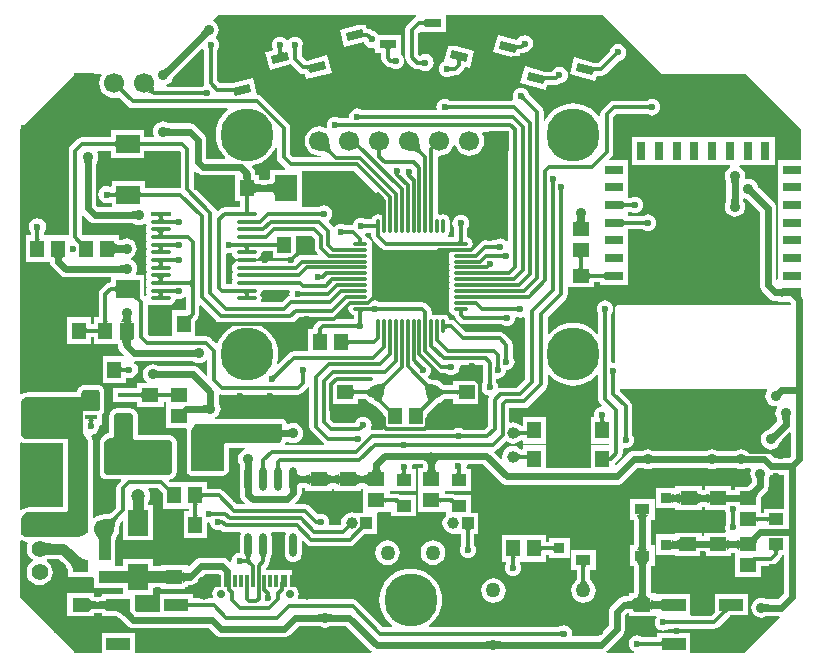
<source format=gtl>
G04*
G04 #@! TF.GenerationSoftware,Altium Limited,Altium Designer,18.1.9 (240)*
G04*
G04 Layer_Physical_Order=1*
G04 Layer_Color=255*
%FSLAX25Y25*%
%MOIN*%
G70*
G01*
G75*
%ADD11C,0.02362*%
%ADD15C,0.01181*%
%ADD21R,0.04567X0.05787*%
%ADD22R,0.07500X0.09000*%
%ADD23O,0.01181X0.04724*%
%ADD24O,0.04724X0.01181*%
%ADD25R,0.07874X0.03937*%
%ADD26R,0.05787X0.04567*%
%ADD27O,0.02400X0.08000*%
%ADD28R,0.05000X0.04000*%
%ADD29R,0.04000X0.04000*%
%ADD30R,0.05906X0.09843*%
%ADD31R,0.03937X0.01772*%
%ADD32R,0.06890X0.08661*%
%ADD33R,0.08661X0.06890*%
%ADD34R,0.02362X0.04331*%
%ADD35R,0.01181X0.04331*%
%ADD36R,0.07874X0.05906*%
%ADD37O,0.06693X0.01378*%
%ADD38R,0.06693X0.01378*%
%ADD39R,0.03600X0.03600*%
%ADD40R,0.05000X0.03600*%
G04:AMPARAMS|DCode=41|XSize=27.56mil|YSize=56.81mil|CornerRadius=0mil|HoleSize=0mil|Usage=FLASHONLY|Rotation=75.000|XOffset=0mil|YOffset=0mil|HoleType=Round|Shape=Rectangle|*
%AMROTATEDRECTD41*
4,1,4,0.02387,-0.02066,-0.03100,-0.00596,-0.02387,0.02066,0.03100,0.00596,0.02387,-0.02066,0.0*
%
%ADD41ROTATEDRECTD41*%

%ADD42R,0.06299X0.03150*%
%ADD43R,0.03150X0.06299*%
G04:AMPARAMS|DCode=44|XSize=27.56mil|YSize=56.81mil|CornerRadius=0mil|HoleSize=0mil|Usage=FLASHONLY|Rotation=105.000|XOffset=0mil|YOffset=0mil|HoleType=Round|Shape=Rectangle|*
%AMROTATEDRECTD44*
4,1,4,0.03100,-0.00596,-0.02387,-0.02066,-0.03100,0.00596,0.02387,0.02066,0.03100,-0.00596,0.0*
%
%ADD44ROTATEDRECTD44*%

%ADD45R,0.05681X0.02756*%
%ADD84C,0.03937*%
%ADD85C,0.03543*%
%ADD86C,0.05000*%
%ADD87R,0.03937X0.03937*%
%ADD88C,0.03937*%
%ADD89C,0.03937*%
%ADD90R,0.06693X0.06693*%
%ADD91C,0.06693*%
%ADD92C,0.05118*%
%ADD93O,0.08661X0.04724*%
%ADD94C,0.05512*%
%ADD95C,0.17717*%
%ADD96O,0.04724X0.05906*%
%ADD97O,0.04724X0.07874*%
%ADD98C,0.02756*%
%ADD99C,0.02362*%
%ADD100C,0.03543*%
%ADD101C,0.04724*%
G36*
X117272Y210827D02*
X117260Y210939D01*
X117224Y211039D01*
X117165Y211128D01*
X117081Y211205D01*
X116974Y211270D01*
X116842Y211323D01*
X116687Y211364D01*
X116508Y211394D01*
X116306Y211411D01*
X116079Y211417D01*
Y212598D01*
X116306Y212604D01*
X116508Y212622D01*
X116687Y212651D01*
X116842Y212693D01*
X116974Y212746D01*
X117081Y212811D01*
X117165Y212888D01*
X117224Y212976D01*
X117260Y213077D01*
X117272Y213189D01*
Y210827D01*
D02*
G37*
G36*
X45258Y207874D02*
X45235Y207867D01*
X45198Y207844D01*
X45149Y207807D01*
X45009Y207687D01*
X44569Y207267D01*
X44426Y207125D01*
X42755Y208795D01*
X43504Y209628D01*
X45258Y207874D01*
D02*
G37*
G36*
X46727Y203673D02*
X46687Y203614D01*
X46651Y203546D01*
X46621Y203470D01*
X46595Y203386D01*
X46573Y203293D01*
X46557Y203191D01*
X46545Y203081D01*
X46535Y202835D01*
X45354D01*
X45352Y202962D01*
X45333Y203191D01*
X45316Y203293D01*
X45295Y203386D01*
X45269Y203470D01*
X45239Y203546D01*
X45203Y203614D01*
X45163Y203673D01*
X45118Y203724D01*
X46772D01*
X46727Y203673D01*
D02*
G37*
G36*
X116676Y197992D02*
X116626Y198037D01*
X116567Y198077D01*
X116499Y198113D01*
X116423Y198143D01*
X116338Y198169D01*
X116245Y198191D01*
X116144Y198207D01*
X116034Y198219D01*
X115788Y198228D01*
Y199409D01*
X115915Y199412D01*
X116144Y199431D01*
X116245Y199447D01*
X116338Y199469D01*
X116423Y199495D01*
X116499Y199525D01*
X116567Y199561D01*
X116626Y199601D01*
X116676Y199646D01*
Y197992D01*
D02*
G37*
G36*
X195711Y195431D02*
X196362Y194996D01*
X197130Y194843D01*
X224251D01*
X242761Y176334D01*
Y166260D01*
X235001D01*
Y159960D01*
X235001D01*
Y154055D01*
Y148543D01*
X235001D01*
Y142638D01*
X235001D01*
Y136338D01*
X235001D01*
Y130827D01*
X235001D01*
Y126507D01*
X234501Y126240D01*
X234473Y126259D01*
Y150197D01*
X234378Y150916D01*
X234100Y151587D01*
X233658Y152162D01*
X228876Y156945D01*
X228856Y156975D01*
X228725Y157106D01*
X228485Y157359D01*
X228457Y157566D01*
X228120Y158381D01*
X227584Y159080D01*
X226885Y159616D01*
X226070Y159953D01*
X225197Y160068D01*
X224392Y159962D01*
X224292Y160003D01*
X224235Y160046D01*
X223955Y160342D01*
X224045Y161024D01*
X223930Y161897D01*
X223592Y162711D01*
X223056Y163410D01*
X222357Y163947D01*
X222162Y164027D01*
X222262Y164527D01*
X228072D01*
Y164527D01*
X233977D01*
Y173976D01*
X227678D01*
Y173976D01*
X222166D01*
Y173976D01*
X215867D01*
Y173976D01*
X210355D01*
Y173976D01*
X204056D01*
Y173976D01*
X198150D01*
Y173976D01*
X192639D01*
Y173976D01*
X186339D01*
Y164527D01*
X192245D01*
Y164527D01*
X198544D01*
Y164527D01*
X204450D01*
Y164527D01*
X209962D01*
Y164527D01*
X216261D01*
Y164527D01*
X219077D01*
X219176Y164027D01*
X218982Y163947D01*
X218283Y163410D01*
X217746Y162711D01*
X217409Y161897D01*
X217294Y161024D01*
X217409Y160150D01*
X217746Y159336D01*
X217851Y159200D01*
X217885Y158555D01*
X217890Y158536D01*
Y153211D01*
X217882Y153176D01*
X217882Y152990D01*
X217874Y152641D01*
X217746Y152475D01*
X217409Y151661D01*
X217294Y150787D01*
X217409Y149914D01*
X217746Y149100D01*
X218283Y148401D01*
X218982Y147864D01*
X219796Y147527D01*
X220669Y147412D01*
X221543Y147527D01*
X222357Y147864D01*
X223056Y148401D01*
X223592Y149100D01*
X223930Y149914D01*
X224045Y150787D01*
X223930Y151661D01*
X223592Y152475D01*
X223488Y152611D01*
X223454Y153256D01*
X223477Y153292D01*
X223949Y153588D01*
X224323Y153433D01*
X224494Y153410D01*
X224973Y152979D01*
X224990Y152969D01*
X228913Y149046D01*
Y124606D01*
X229008Y123887D01*
X229286Y123216D01*
X229727Y122641D01*
X232169Y120200D01*
X232744Y119758D01*
X233415Y119480D01*
X234134Y119386D01*
X234165D01*
X234197Y119379D01*
X235001Y119364D01*
Y119016D01*
X236413D01*
X236463Y119002D01*
X236526Y119009D01*
X236588Y118997D01*
X236682Y119016D01*
X238944D01*
X239346Y118613D01*
Y117964D01*
X182283D01*
X181661Y117841D01*
X181134Y117488D01*
X180781Y116961D01*
X180658Y116339D01*
Y98954D01*
X180282Y98624D01*
X180118Y98646D01*
X179946Y98623D01*
X179570Y98953D01*
Y115082D01*
X179770Y115342D01*
X180047Y116013D01*
X180142Y116732D01*
X180047Y117452D01*
X179770Y118122D01*
X179328Y118698D01*
X178752Y119140D01*
X178082Y119417D01*
X177362Y119512D01*
X176643Y119417D01*
X175972Y119140D01*
X175397Y118698D01*
X174955Y118122D01*
X174677Y117452D01*
X174583Y116732D01*
X174677Y116013D01*
X174955Y115342D01*
X175154Y115082D01*
Y108593D01*
X174685Y108420D01*
X174211Y108975D01*
X172962Y110041D01*
X171562Y110899D01*
X170045Y111528D01*
X168448Y111911D01*
X166811Y112040D01*
X165174Y111911D01*
X163577Y111528D01*
X162060Y110899D01*
X160660Y110041D01*
X159411Y108975D01*
X158801Y108260D01*
X158301Y108445D01*
Y114037D01*
X164356Y120092D01*
X164835Y120809D01*
X165003Y121653D01*
Y123898D01*
X173760D01*
Y125548D01*
X175669D01*
Y124527D01*
X185118D01*
Y130433D01*
Y136338D01*
X185118D01*
Y142244D01*
X185118D01*
Y143186D01*
X190082D01*
X190342Y142986D01*
X191013Y142709D01*
X191732Y142614D01*
X192452Y142709D01*
X193122Y142986D01*
X193698Y143428D01*
X194140Y144004D01*
X194417Y144674D01*
X194512Y145394D01*
X194417Y146113D01*
X194140Y146783D01*
X193698Y147359D01*
X193122Y147801D01*
X192452Y148079D01*
X191732Y148173D01*
X191013Y148079D01*
X190342Y147801D01*
X190082Y147601D01*
X185118D01*
Y148543D01*
X185118D01*
Y149091D01*
X185752D01*
X186012Y148892D01*
X186682Y148614D01*
X187402Y148519D01*
X188121Y148614D01*
X188791Y148892D01*
X189367Y149333D01*
X189809Y149909D01*
X190086Y150580D01*
X190181Y151299D01*
X190086Y152018D01*
X189809Y152689D01*
X189367Y153264D01*
X188791Y153706D01*
X188121Y153984D01*
X187402Y154079D01*
X186682Y153984D01*
X186012Y153706D01*
X185752Y153507D01*
X185118D01*
Y154449D01*
X185118D01*
Y159960D01*
X185158D01*
Y166260D01*
X179090D01*
X178899Y166722D01*
X179514Y167336D01*
X179992Y168053D01*
X180160Y168898D01*
Y180582D01*
X181269Y181690D01*
X191460D01*
X191720Y181490D01*
X192391Y181213D01*
X193110Y181118D01*
X193830Y181213D01*
X194500Y181490D01*
X195076Y181932D01*
X195518Y182508D01*
X195795Y183178D01*
X195890Y183898D01*
X195795Y184617D01*
X195518Y185287D01*
X195076Y185863D01*
X194500Y186305D01*
X193830Y186583D01*
X193110Y186677D01*
X192391Y186583D01*
X191720Y186305D01*
X191460Y186105D01*
X180354D01*
X179509Y185937D01*
X178793Y185459D01*
X176392Y183057D01*
X175913Y182341D01*
X175745Y181496D01*
Y181086D01*
X175438Y181000D01*
X175245Y180993D01*
X174211Y182203D01*
X172962Y183270D01*
X171562Y184128D01*
X170045Y184756D01*
X168448Y185139D01*
X166811Y185268D01*
X165174Y185139D01*
X163577Y184756D01*
X162060Y184128D01*
X160660Y183270D01*
X159411Y182203D01*
X158344Y180954D01*
X157486Y179554D01*
X157423Y179400D01*
X156932Y179498D01*
Y182380D01*
X156764Y183225D01*
X156286Y183941D01*
X152155Y188072D01*
X152112Y188397D01*
X151835Y189067D01*
X151393Y189643D01*
X150817Y190084D01*
X150147Y190362D01*
X149427Y190457D01*
X148708Y190362D01*
X148038Y190084D01*
X147462Y189643D01*
X147020Y189067D01*
X146742Y188397D01*
X146648Y187677D01*
X146742Y186958D01*
X146888Y186605D01*
X146554Y186105D01*
X125626D01*
X125366Y186305D01*
X124696Y186583D01*
X123976Y186677D01*
X123257Y186583D01*
X122587Y186305D01*
X122011Y185863D01*
X121569Y185287D01*
X121291Y184617D01*
X121197Y183898D01*
X121260Y183416D01*
X120909Y182916D01*
X96532D01*
X96272Y183116D01*
X95601Y183394D01*
X94882Y183488D01*
X94162Y183394D01*
X93492Y183116D01*
X92916Y182674D01*
X92475Y182098D01*
X92197Y181428D01*
X92102Y180709D01*
X92125Y180536D01*
X91795Y180160D01*
X89051D01*
X88791Y180360D01*
X88121Y180638D01*
X87402Y180732D01*
X86682Y180638D01*
X86012Y180360D01*
X85436Y179918D01*
X84994Y179343D01*
X84717Y178672D01*
X84622Y177953D01*
X84684Y177479D01*
X84250Y177117D01*
X83489Y177432D01*
X82205Y177602D01*
X80920Y177432D01*
X79723Y176936D01*
X78695Y176148D01*
X77906Y175120D01*
X77410Y173923D01*
X77241Y172638D01*
X77410Y171353D01*
X77906Y170156D01*
X78695Y169128D01*
X79723Y168339D01*
X80920Y167843D01*
X82205Y167674D01*
X82281Y167684D01*
X82858Y167668D01*
X82851Y167168D01*
X73552D01*
X72483Y168237D01*
Y177074D01*
X72315Y177919D01*
X71837Y178635D01*
X63084Y187388D01*
X62368Y187866D01*
X61523Y188034D01*
X61467D01*
X59948Y193703D01*
X53278Y191916D01*
X49002D01*
X48153Y192765D01*
Y202917D01*
X48352Y203177D01*
X48630Y203848D01*
X48725Y204567D01*
X48630Y205286D01*
X48352Y205957D01*
X47910Y206533D01*
X47724Y206676D01*
X47662Y207259D01*
X48199Y207958D01*
X48536Y208772D01*
X48651Y209646D01*
X48536Y210519D01*
X48199Y211333D01*
X47662Y212032D01*
X46995Y212544D01*
X46904Y212662D01*
X46822Y213077D01*
X48272Y214528D01*
X114241D01*
X114486Y214065D01*
X114480Y214028D01*
X113793Y213569D01*
X111431Y211207D01*
X110952Y210490D01*
X110784Y209646D01*
Y200591D01*
X110952Y199746D01*
X111431Y199029D01*
X113203Y197258D01*
X113919Y196779D01*
X114764Y196611D01*
X115870D01*
X116130Y196412D01*
X116800Y196134D01*
X117520Y196039D01*
X118239Y196134D01*
X118910Y196412D01*
X119485Y196853D01*
X119927Y197429D01*
X120205Y198100D01*
X120299Y198819D01*
X120205Y199538D01*
X119927Y200209D01*
X119485Y200784D01*
X118910Y201226D01*
X118239Y201504D01*
X117520Y201599D01*
X116800Y201504D01*
X116130Y201226D01*
X115870Y201027D01*
X115678D01*
X115200Y201505D01*
Y208731D01*
X115280Y208811D01*
X115673Y209055D01*
Y209055D01*
X115673Y209055D01*
X124504D01*
Y214528D01*
X176613D01*
X195711Y195431D01*
D02*
G37*
G36*
X32639Y195338D02*
X31890Y194506D01*
X30136Y196259D01*
X30159Y196267D01*
X30196Y196289D01*
X30245Y196326D01*
X30385Y196446D01*
X30825Y196866D01*
X30968Y197008D01*
X32639Y195338D01*
D02*
G37*
G36*
X43476Y203327D02*
X43538Y203177D01*
X43737Y202917D01*
Y191850D01*
X43877Y191149D01*
X43492Y190990D01*
X43232Y190790D01*
X31243D01*
X31144Y191290D01*
X31806Y191565D01*
X32505Y192101D01*
X33041Y192800D01*
X33378Y193614D01*
X33401Y193784D01*
X33832Y194264D01*
X33842Y194281D01*
X42985Y203424D01*
X43476Y203327D01*
D02*
G37*
G36*
X53361Y190296D02*
X53847Y188530D01*
X53804Y188642D01*
X53741Y188742D01*
X53657Y188830D01*
X53553Y188906D01*
X53428Y188971D01*
X53283Y189024D01*
X53117Y189065D01*
X52931Y189094D01*
X52723Y189112D01*
X52496Y189118D01*
X52192Y190299D01*
X53361Y190296D01*
D02*
G37*
G36*
X26999Y190686D02*
X26970Y190484D01*
X26964Y190286D01*
X26982Y190091D01*
X27023Y189900D01*
X27088Y189713D01*
X27176Y189529D01*
X27288Y189349D01*
X27424Y189173D01*
X27583Y189000D01*
X26748Y188165D01*
X26575Y188324D01*
X26399Y188460D01*
X26219Y188572D01*
X26035Y188660D01*
X25848Y188725D01*
X25657Y188766D01*
X25462Y188784D01*
X25264Y188778D01*
X25062Y188749D01*
X24857Y188696D01*
X27052Y190891D01*
X26999Y190686D01*
D02*
G37*
G36*
X150612Y187598D02*
X150626Y187528D01*
X150649Y187455D01*
X150681Y187379D01*
X150722Y187301D01*
X150773Y187220D01*
X150833Y187137D01*
X150902Y187051D01*
X151069Y186870D01*
X150234Y186035D01*
X150143Y186123D01*
X149968Y186272D01*
X149884Y186332D01*
X149803Y186382D01*
X149725Y186424D01*
X149650Y186456D01*
X149577Y186479D01*
X149507Y186492D01*
X149439Y186496D01*
X150609Y187665D01*
X150612Y187598D01*
D02*
G37*
G36*
X192267Y183071D02*
X192216Y183116D01*
X192157Y183156D01*
X192090Y183191D01*
X192014Y183222D01*
X191929Y183248D01*
X191836Y183269D01*
X191734Y183286D01*
X191624Y183298D01*
X191379Y183307D01*
Y184488D01*
X191506Y184491D01*
X191734Y184509D01*
X191836Y184526D01*
X191929Y184547D01*
X192014Y184573D01*
X192090Y184604D01*
X192157Y184639D01*
X192216Y184679D01*
X192267Y184724D01*
Y183071D01*
D02*
G37*
G36*
X124870Y184679D02*
X124929Y184639D01*
X124997Y184604D01*
X125073Y184573D01*
X125158Y184547D01*
X125251Y184526D01*
X125352Y184509D01*
X125462Y184498D01*
X125708Y184488D01*
Y183307D01*
X125581Y183305D01*
X125352Y183286D01*
X125251Y183269D01*
X125158Y183248D01*
X125073Y183222D01*
X124997Y183191D01*
X124929Y183156D01*
X124870Y183116D01*
X124820Y183071D01*
Y184724D01*
X124870Y184679D01*
D02*
G37*
G36*
X88296Y178735D02*
X88355Y178694D01*
X88422Y178659D01*
X88498Y178628D01*
X88583Y178602D01*
X88676Y178581D01*
X88777Y178565D01*
X88888Y178553D01*
X89133Y178543D01*
Y177362D01*
X89006Y177360D01*
X88777Y177341D01*
X88676Y177324D01*
X88583Y177303D01*
X88498Y177277D01*
X88422Y177246D01*
X88355Y177211D01*
X88296Y177171D01*
X88245Y177126D01*
Y178779D01*
X88296Y178735D01*
D02*
G37*
G36*
X31405Y177016D02*
X31447Y177006D01*
X31508Y176997D01*
X31692Y176983D01*
X32300Y176969D01*
X32502Y176969D01*
Y174606D01*
X31383Y174547D01*
Y177028D01*
X31405Y177016D01*
D02*
G37*
G36*
X22181Y172722D02*
X22217Y172622D01*
X22276Y172533D01*
X22360Y172456D01*
X22467Y172391D01*
X22598Y172338D01*
X22753Y172297D01*
X22932Y172267D01*
X23135Y172250D01*
X23362Y172244D01*
Y171063D01*
X23135Y171057D01*
X22932Y171039D01*
X22753Y171010D01*
X22598Y170968D01*
X22467Y170915D01*
X22360Y170850D01*
X22276Y170773D01*
X22217Y170685D01*
X22181Y170584D01*
X22169Y170472D01*
Y172834D01*
X22181Y172722D01*
D02*
G37*
G36*
X14343Y170472D02*
X14331Y170584D01*
X14295Y170685D01*
X14235Y170773D01*
X14152Y170850D01*
X14044Y170915D01*
X13913Y170968D01*
X13758Y171010D01*
X13579Y171039D01*
X13376Y171057D01*
X13150Y171063D01*
Y172244D01*
X13376Y172250D01*
X13579Y172267D01*
X13758Y172297D01*
X13913Y172338D01*
X14044Y172391D01*
X14152Y172456D01*
X14235Y172533D01*
X14295Y172622D01*
X14331Y172722D01*
X14343Y172834D01*
Y170472D01*
D02*
G37*
G36*
X115555Y172130D02*
X115614Y171277D01*
X115671Y170899D01*
X115744Y170553D01*
X115834Y170240D01*
X115943Y169958D01*
X116068Y169709D01*
X116211Y169492D01*
X116371Y169306D01*
X115536Y168471D01*
X115351Y168631D01*
X115134Y168774D01*
X114884Y168900D01*
X114603Y169008D01*
X114289Y169099D01*
X113943Y169172D01*
X113565Y169228D01*
X113155Y169267D01*
X112238Y169291D01*
X115551Y172604D01*
X115555Y172130D01*
D02*
G37*
G36*
X85555D02*
X85615Y171277D01*
X85671Y170899D01*
X85744Y170553D01*
X85834Y170240D01*
X85943Y169958D01*
X86068Y169709D01*
X86211Y169492D01*
X86371Y169306D01*
X85536Y168471D01*
X85351Y168631D01*
X85134Y168774D01*
X84885Y168900D01*
X84603Y169008D01*
X84289Y169099D01*
X83943Y169172D01*
X83565Y169228D01*
X83155Y169267D01*
X82238Y169291D01*
X85551Y172604D01*
X85555Y172130D01*
D02*
G37*
G36*
X145036Y175660D02*
Y139470D01*
X144536Y139301D01*
X144485Y139367D01*
X143910Y139809D01*
X143239Y140086D01*
X142520Y140181D01*
X141800Y140086D01*
X141130Y139809D01*
X140870Y139609D01*
X137362D01*
X136517Y139441D01*
X135801Y138963D01*
X133606Y136767D01*
X133197Y136809D01*
X132965Y137275D01*
X133142Y137541D01*
X133310Y138386D01*
X133142Y139231D01*
X132664Y139947D01*
X131947Y140425D01*
X131538Y140507D01*
Y143547D01*
X131738Y143807D01*
X132016Y144477D01*
X132110Y145197D01*
X132016Y145916D01*
X131738Y146587D01*
X131296Y147162D01*
X130721Y147604D01*
X130050Y147882D01*
X129331Y147977D01*
X128611Y147882D01*
X127941Y147604D01*
X127365Y147162D01*
X126923Y146587D01*
X126646Y145916D01*
X126551Y145197D01*
X126646Y144477D01*
X126923Y143807D01*
X127123Y143547D01*
Y140593D01*
X125272D01*
X125077Y141093D01*
X125465Y141675D01*
X125633Y142519D01*
Y146063D01*
X125465Y146908D01*
X124986Y147624D01*
X124270Y148102D01*
X123425Y148271D01*
X122580Y148102D01*
X122441Y148009D01*
X122302Y148102D01*
X121696Y148223D01*
Y167362D01*
X122072Y167692D01*
X122205Y167674D01*
X123489Y167843D01*
X124687Y168339D01*
X125715Y169128D01*
X126503Y170156D01*
X126948Y171230D01*
X126949Y171230D01*
X127461D01*
X127461Y171230D01*
X127906Y170156D01*
X128695Y169128D01*
X129723Y168339D01*
X130920Y167843D01*
X132205Y167674D01*
X133489Y167843D01*
X134687Y168339D01*
X135715Y169128D01*
X136503Y170156D01*
X136999Y171353D01*
X137169Y172638D01*
X136999Y173923D01*
X136503Y175120D01*
X136368Y175297D01*
X136589Y175745D01*
X144952D01*
X145036Y175660D01*
D02*
G37*
G36*
X35981Y168967D02*
Y157202D01*
X35748Y157010D01*
X23948D01*
Y159330D01*
X12924D01*
Y157615D01*
X12895Y157572D01*
X12424Y157303D01*
X11979Y157488D01*
X11259Y157582D01*
X10540Y157488D01*
X9870Y157210D01*
X9294Y156768D01*
X8852Y156193D01*
X8574Y155522D01*
X8480Y154803D01*
X8574Y154083D01*
X8852Y153413D01*
X9294Y152837D01*
X9870Y152395D01*
X10540Y152118D01*
X11259Y152023D01*
X11979Y152118D01*
X12424Y152302D01*
X12895Y152034D01*
X12924Y151991D01*
Y150811D01*
X8435D01*
X7898Y151348D01*
Y164900D01*
X7905Y164935D01*
X7905Y165120D01*
X7914Y165469D01*
X8041Y165635D01*
X8378Y166449D01*
X8493Y167323D01*
X8378Y168196D01*
X8068Y168946D01*
X8259Y169446D01*
X12744D01*
Y167126D01*
X23768D01*
Y169446D01*
X35503D01*
X35981Y168967D01*
D02*
G37*
G36*
X9577Y194395D02*
X9560Y194372D01*
X9064Y193175D01*
X8895Y191890D01*
X9064Y190605D01*
X9560Y189408D01*
X10348Y188380D01*
X11376Y187591D01*
X12574Y187095D01*
X13858Y186926D01*
X15143Y187095D01*
X15417Y187209D01*
X18360Y184266D01*
X19076Y183787D01*
X19921Y183619D01*
X51559D01*
X51743Y183119D01*
X50671Y182203D01*
X49604Y180954D01*
X48746Y179554D01*
X48118Y178037D01*
X47734Y176440D01*
X47605Y174803D01*
X47734Y173166D01*
X48118Y171569D01*
X48746Y170052D01*
X49604Y168651D01*
X50671Y167403D01*
X50879Y167225D01*
X50706Y166756D01*
X44512D01*
Y173031D01*
X44417Y173751D01*
X44140Y174421D01*
X43698Y174997D01*
X40942Y177753D01*
X40366Y178195D01*
X39696Y178472D01*
X38976Y178567D01*
X32541D01*
X32506Y178574D01*
X32321Y178575D01*
X31972Y178583D01*
X31806Y178710D01*
X30992Y179048D01*
X30118Y179163D01*
X29245Y179048D01*
X28431Y178710D01*
X27731Y178174D01*
X27195Y177475D01*
X26858Y176661D01*
X26743Y175787D01*
X26858Y174914D01*
X27087Y174361D01*
X26780Y173861D01*
X23768D01*
Y176181D01*
X12744D01*
Y173861D01*
X3149D01*
X2304Y173693D01*
X1588Y173214D01*
X-774Y170852D01*
X-1252Y170136D01*
X-1420Y169291D01*
Y141279D01*
X-9564D01*
Y142484D01*
X-9364Y142744D01*
X-9087Y143414D01*
X-8992Y144134D01*
X-9087Y144853D01*
X-9364Y145524D01*
X-9806Y146099D01*
X-10382Y146541D01*
X-11052Y146819D01*
X-11772Y146914D01*
X-12491Y146819D01*
X-13161Y146541D01*
X-13737Y146099D01*
X-14179Y145524D01*
X-14457Y144853D01*
X-14551Y144134D01*
X-14457Y143414D01*
X-14179Y142744D01*
X-13980Y142484D01*
Y141279D01*
X-15630D01*
Y132342D01*
X-7525D01*
X-7449Y131761D01*
X-7171Y131091D01*
X-6729Y130515D01*
X-4367Y128153D01*
X-3791Y127711D01*
X-3121Y127433D01*
X-2402Y127338D01*
X12744D01*
Y125633D01*
X12598D01*
X11754Y125465D01*
X11037Y124986D01*
X9344Y123293D01*
X8866Y122577D01*
X8698Y121732D01*
Y113917D01*
X7047D01*
Y111657D01*
X5919D01*
Y113917D01*
X-1797D01*
Y104980D01*
X5919D01*
Y107241D01*
X7047D01*
Y104980D01*
X15089D01*
X15095Y104944D01*
X15118Y104669D01*
X15127Y104291D01*
X15156Y104164D01*
X15228Y103611D01*
X15506Y102941D01*
X15948Y102365D01*
X16926Y101387D01*
X16735Y100925D01*
X9921D01*
Y91988D01*
X17638D01*
Y93545D01*
X18053Y93823D01*
X18178Y93771D01*
X18898Y93677D01*
X19617Y93771D01*
X20287Y94049D01*
X20863Y94491D01*
X21305Y95067D01*
X21583Y95737D01*
X21677Y96456D01*
X21583Y97176D01*
X21305Y97846D01*
X20863Y98422D01*
X20515Y98689D01*
X20685Y99189D01*
X40055D01*
X40242Y99045D01*
X41056Y98708D01*
X41929Y98593D01*
X42803Y98708D01*
X43617Y99045D01*
X44316Y99582D01*
X44366Y99647D01*
X44840Y99486D01*
Y94587D01*
X44377Y94396D01*
X41926Y96847D01*
X41350Y97289D01*
X40680Y97567D01*
X39961Y97662D01*
X29193D01*
X29158Y97669D01*
X28973Y97669D01*
X28624Y97677D01*
X28458Y97805D01*
X27644Y98142D01*
X26770Y98257D01*
X25897Y98142D01*
X25083Y97805D01*
X24384Y97269D01*
X23847Y96570D01*
X23510Y95755D01*
X23395Y94882D01*
X23510Y94008D01*
X23847Y93194D01*
X24384Y92495D01*
X24573Y92350D01*
X24403Y91850D01*
X21319D01*
Y90200D01*
X20657D01*
Y90452D01*
X19165D01*
X19071Y90471D01*
X18976Y90452D01*
X13571D01*
Y85531D01*
X18976D01*
X19071Y85512D01*
X19165Y85531D01*
X20657D01*
Y85784D01*
X21319D01*
Y84134D01*
X30256D01*
Y85784D01*
X30925D01*
Y84134D01*
Y77126D01*
X37686D01*
X37770Y77077D01*
X38073Y76626D01*
X37992Y76221D01*
Y76063D01*
X37961Y75907D01*
Y62638D01*
X38083Y62023D01*
X38432Y61502D01*
X38952Y61154D01*
X39567Y61032D01*
X49657D01*
X49812Y61063D01*
X49970Y61063D01*
X50204Y61109D01*
X50350Y61170D01*
X50505Y61201D01*
X50726Y61292D01*
X50857Y61380D01*
X51003Y61440D01*
X51201Y61573D01*
X51313Y61685D01*
X51445Y61773D01*
X51529Y61857D01*
X51529Y61857D01*
X51617Y61988D01*
X51644Y62016D01*
X51659Y62052D01*
X51877Y62378D01*
X51877Y62378D01*
X51877Y62378D01*
X51923Y62610D01*
X51999Y62992D01*
Y70442D01*
X57388D01*
X57487Y69942D01*
X56796Y69655D01*
X56097Y69119D01*
X55561Y68420D01*
X55224Y67606D01*
X55109Y66732D01*
X55224Y65859D01*
X55561Y65045D01*
X55665Y64908D01*
X55699Y64264D01*
X55704Y64245D01*
Y62838D01*
X55685Y62693D01*
Y57093D01*
X55704Y56949D01*
Y54768D01*
X55799Y54048D01*
X56077Y53378D01*
X56518Y52802D01*
X57241Y52079D01*
X57050Y51617D01*
X54643D01*
X50171Y56088D01*
X49455Y56567D01*
X48610Y56735D01*
X44724D01*
Y58996D01*
X32734D01*
X32711Y59001D01*
X32676Y58996D01*
X32530D01*
X32398Y59110D01*
X32149Y59358D01*
X32314Y59901D01*
X32657Y59969D01*
X33093Y60150D01*
X33614Y60498D01*
X33947Y60831D01*
X34295Y61352D01*
X34476Y61787D01*
X34598Y62402D01*
Y72245D01*
X34476Y72859D01*
X34475Y72859D01*
X34350Y73163D01*
X34350Y73163D01*
X34002Y73684D01*
X33769Y73917D01*
X33248Y74265D01*
X33248Y74265D01*
X32944Y74391D01*
X32944Y74391D01*
X32330Y74513D01*
X21779D01*
Y80904D01*
X21657Y81518D01*
X21657Y81518D01*
X21462Y81987D01*
X21114Y82508D01*
X20755Y82867D01*
X20657Y82932D01*
Y82972D01*
X20598D01*
X20235Y83215D01*
X19766Y83409D01*
X19766Y83409D01*
X19151Y83531D01*
X14565D01*
X13951Y83409D01*
X13590Y83260D01*
X13069Y82912D01*
X13069Y82912D01*
X12793Y82636D01*
X12445Y82115D01*
X12296Y81754D01*
X12296Y81754D01*
X12174Y81140D01*
Y75274D01*
X11795Y75199D01*
X11795Y75199D01*
X10937Y74844D01*
X10937Y74843D01*
X10416Y74495D01*
X10416Y74495D01*
X9759Y73839D01*
X9411Y73318D01*
X9056Y72460D01*
X8934Y71845D01*
Y62245D01*
X9056Y61631D01*
X9056Y61631D01*
X9206Y61267D01*
X9555Y60746D01*
X9555Y60746D01*
X9833Y60468D01*
X10354Y60120D01*
X10717Y59969D01*
X11332Y59847D01*
X15919D01*
X16110Y59385D01*
X15171Y58446D01*
X14693Y57730D01*
X14524Y56885D01*
Y50418D01*
X12763Y48657D01*
X12679Y48577D01*
X12664Y48567D01*
X12569Y48519D01*
X12426Y48464D01*
X12234Y48408D01*
X11994Y48357D01*
X11726Y48318D01*
X10985Y48266D01*
X10625Y48263D01*
X10539Y48274D01*
X9255Y48105D01*
X8057Y47609D01*
X7145Y46909D01*
X6645Y47079D01*
Y72628D01*
X6614Y72783D01*
Y72941D01*
X6532Y73357D01*
X6496Y73442D01*
Y73622D01*
X6447D01*
X6440Y73658D01*
X6278Y74050D01*
X6190Y74181D01*
X6144Y74293D01*
X6150Y74364D01*
X6403Y74817D01*
X6833Y74874D01*
X7504Y75151D01*
X8080Y75593D01*
X8521Y76169D01*
X8799Y76839D01*
X8894Y77559D01*
X8878Y77675D01*
X9208Y78051D01*
X9657D01*
Y81475D01*
X9745Y81533D01*
X9857Y81645D01*
X9988Y81733D01*
X10072Y81817D01*
X10072Y81817D01*
X10160Y81949D01*
X10188Y81976D01*
X10203Y82012D01*
X10420Y82338D01*
X10420Y82338D01*
X10420Y82338D01*
X10467Y82571D01*
X10543Y82953D01*
Y88988D01*
X10512Y89143D01*
X10512Y89301D01*
X10465Y89535D01*
X10416Y89653D01*
X10416Y89656D01*
X10404Y89685D01*
X10374Y89836D01*
X10326Y89952D01*
X10238Y90084D01*
X10226Y90114D01*
X10225Y90115D01*
X10175Y90234D01*
X9915Y90620D01*
X9805Y90730D01*
X9718Y90860D01*
X9585Y90949D01*
X9471Y91062D01*
X9327Y91121D01*
X9197Y91208D01*
X9040Y91239D01*
X8891Y91300D01*
X8736Y91300D01*
X8583Y91330D01*
X8093Y91330D01*
X8093Y91330D01*
X8093Y91330D01*
X4007D01*
X3852Y91299D01*
X3694Y91299D01*
X3434Y91247D01*
X3288Y91187D01*
X3133Y91156D01*
X2888Y91055D01*
X2757Y90967D01*
X2611Y90907D01*
X2391Y90759D01*
X2279Y90648D01*
X2147Y90560D01*
X2053Y90466D01*
X2053Y90466D01*
X1979Y90391D01*
X1891Y90260D01*
X1779Y90148D01*
X1661Y89972D01*
X1601Y89826D01*
X1513Y89694D01*
X1432Y89498D01*
X1401Y89343D01*
X1340Y89197D01*
X1299Y88990D01*
Y88850D01*
X-15423D01*
X-15578Y88819D01*
X-15737D01*
X-16152Y88736D01*
X-16298Y88676D01*
X-16453Y88645D01*
X-16845Y88483D01*
X-16976Y88395D01*
X-17122Y88334D01*
X-17178Y88297D01*
X-17678Y88564D01*
Y176334D01*
X831Y194843D01*
X9356D01*
X9577Y194395D01*
D02*
G37*
G36*
X6347Y166036D02*
X6337Y165994D01*
X6328Y165933D01*
X6314Y165749D01*
X6300Y165141D01*
X6299Y164939D01*
X3937D01*
X3878Y166058D01*
X6358D01*
X6347Y166036D01*
D02*
G37*
G36*
X59259Y161442D02*
X59319Y160821D01*
X59372Y160568D01*
X59439Y160355D01*
X59521Y160180D01*
X59619Y160044D01*
X59731Y159947D01*
X59858Y159889D01*
X60000Y159869D01*
X56141D01*
X56283Y159889D01*
X56410Y159947D01*
X56523Y160044D01*
X56620Y160180D01*
X56703Y160355D01*
X56770Y160568D01*
X56822Y160821D01*
X56860Y161112D01*
X56882Y161442D01*
X56890Y161811D01*
X59252D01*
X59259Y161442D01*
D02*
G37*
G36*
X68068Y170369D02*
Y167323D01*
X68236Y166478D01*
X68714Y165762D01*
X70902Y163575D01*
X70695Y163075D01*
X65661D01*
Y159843D01*
X65538Y159822D01*
X65245Y159797D01*
X64843Y159786D01*
X64814Y159779D01*
X62775D01*
X62746Y159786D01*
X62345Y159797D01*
X62052Y159822D01*
X61929Y159843D01*
Y161468D01*
X60870D01*
X60863Y161536D01*
X60857Y161844D01*
X60830Y161969D01*
X60756Y162531D01*
X60478Y163201D01*
X60036Y163777D01*
X59831Y163982D01*
X59987Y164533D01*
X61305Y164850D01*
X62822Y165478D01*
X64222Y166336D01*
X65471Y167403D01*
X66537Y168651D01*
X67395Y170052D01*
X67568Y170468D01*
X68068Y170369D01*
D02*
G37*
G36*
X221898Y159737D02*
X221888Y159695D01*
X221879Y159633D01*
X221865Y159450D01*
X221851Y158842D01*
X221850Y158640D01*
X219488D01*
X219429Y159758D01*
X221909D01*
X221898Y159737D01*
D02*
G37*
G36*
X67260Y154638D02*
X67236Y154862D01*
X67164Y155063D01*
X67046Y155240D01*
X66880Y155393D01*
X66666Y155523D01*
X66405Y155630D01*
X66096Y155712D01*
X65740Y155771D01*
X65336Y155807D01*
X64885Y155819D01*
Y158181D01*
X65336Y158193D01*
X65740Y158228D01*
X66096Y158287D01*
X66405Y158370D01*
X66666Y158476D01*
X66880Y158606D01*
X67046Y158760D01*
X67164Y158937D01*
X67236Y159137D01*
X67260Y159362D01*
Y154638D01*
D02*
G37*
G36*
X60354Y159137D02*
X60425Y158937D01*
X60544Y158760D01*
X60710Y158606D01*
X60924Y158476D01*
X61185Y158370D01*
X61494Y158287D01*
X61850Y158228D01*
X62253Y158193D01*
X62704Y158181D01*
Y155819D01*
X62253Y155807D01*
X61850Y155771D01*
X61494Y155712D01*
X61185Y155630D01*
X60924Y155523D01*
X60710Y155393D01*
X60544Y155240D01*
X60425Y155063D01*
X60354Y154862D01*
X60330Y154638D01*
Y159362D01*
X60354Y159137D01*
D02*
G37*
G36*
X226976Y156652D02*
X226998Y156615D01*
X227035Y156565D01*
X227155Y156426D01*
X227575Y155986D01*
X227717Y155843D01*
X226047Y154172D01*
X225215Y154921D01*
X226968Y156675D01*
X226976Y156652D01*
D02*
G37*
G36*
X12153Y155585D02*
X12212Y155544D01*
X12280Y155509D01*
X12356Y155478D01*
X12441Y155452D01*
X12534Y155431D01*
X12635Y155414D01*
X12745Y155403D01*
X12991Y155393D01*
Y154212D01*
X12864Y154210D01*
X12635Y154191D01*
X12534Y154174D01*
X12441Y154153D01*
X12356Y154127D01*
X12280Y154096D01*
X12212Y154061D01*
X12153Y154021D01*
X12103Y153976D01*
Y155630D01*
X12153Y155585D01*
D02*
G37*
G36*
X22361Y155872D02*
X22397Y155771D01*
X22456Y155683D01*
X22540Y155606D01*
X22647Y155541D01*
X22779Y155488D01*
X22934Y155446D01*
X23113Y155417D01*
X23315Y155399D01*
X23542Y155393D01*
Y154212D01*
X23315Y154206D01*
X23113Y154189D01*
X22934Y154159D01*
X22779Y154118D01*
X22647Y154065D01*
X22540Y154000D01*
X22456Y153923D01*
X22397Y153834D01*
X22361Y153734D01*
X22349Y153622D01*
Y155984D01*
X22361Y155872D01*
D02*
G37*
G36*
X14523Y153622D02*
X14511Y153734D01*
X14475Y153834D01*
X14416Y153923D01*
X14332Y154000D01*
X14225Y154065D01*
X14094Y154118D01*
X13938Y154159D01*
X13759Y154189D01*
X13557Y154206D01*
X13330Y154212D01*
Y155393D01*
X13557Y155399D01*
X13759Y155417D01*
X13938Y155446D01*
X14094Y155488D01*
X14225Y155541D01*
X14332Y155606D01*
X14416Y155683D01*
X14475Y155771D01*
X14511Y155872D01*
X14523Y155984D01*
Y153622D01*
D02*
G37*
G36*
X58860Y156095D02*
X58818Y155984D01*
X58781Y155833D01*
X58750Y155639D01*
X58701Y155129D01*
X58666Y154118D01*
X59252D01*
X59140Y154106D01*
X59039Y154071D01*
X58951Y154012D01*
X58874Y153929D01*
X58809Y153823D01*
X58756Y153693D01*
X58714Y153539D01*
X58685Y153362D01*
X58667Y153161D01*
X58661Y152937D01*
X57480D01*
X57474Y153161D01*
X57457Y153362D01*
X57427Y153539D01*
X57386Y153693D01*
X57333Y153823D01*
X57268Y153929D01*
X57191Y154012D01*
X57102Y154071D01*
X57002Y154106D01*
X56890Y154118D01*
X57474D01*
X57468Y154206D01*
X57360Y155833D01*
X57323Y155984D01*
X57282Y156095D01*
X57235Y156165D01*
X58906D01*
X58860Y156095D01*
D02*
G37*
G36*
X221909Y152053D02*
X219429D01*
X219440Y152074D01*
X219450Y152116D01*
X219459Y152178D01*
X219473Y152361D01*
X219488Y152969D01*
X219488Y153171D01*
X221850D01*
X221909Y152053D01*
D02*
G37*
G36*
X186558Y150472D02*
X186507Y150517D01*
X186449Y150557D01*
X186381Y150593D01*
X186305Y150623D01*
X186220Y150649D01*
X186127Y150671D01*
X186026Y150687D01*
X185916Y150699D01*
X185670Y150708D01*
Y151890D01*
X185797Y151892D01*
X186026Y151911D01*
X186127Y151927D01*
X186220Y151949D01*
X186305Y151975D01*
X186381Y152005D01*
X186449Y152041D01*
X186507Y152081D01*
X186558Y152126D01*
Y150472D01*
D02*
G37*
G36*
X183531Y152368D02*
X183567Y152268D01*
X183627Y152179D01*
X183710Y152102D01*
X183818Y152037D01*
X183949Y151984D01*
X184104Y151943D01*
X184283Y151913D01*
X184486Y151895D01*
X184712Y151890D01*
Y150708D01*
X184486Y150703D01*
X184283Y150685D01*
X184104Y150655D01*
X183949Y150614D01*
X183818Y150561D01*
X183710Y150496D01*
X183627Y150419D01*
X183567Y150330D01*
X183531Y150230D01*
X183519Y150118D01*
Y152480D01*
X183531Y152368D01*
D02*
G37*
G36*
X41342Y162011D02*
X41917Y161569D01*
X42588Y161291D01*
X43307Y161196D01*
X54212D01*
Y152531D01*
X55863D01*
Y150635D01*
X55360D01*
X54856Y150534D01*
X50621D01*
X49776Y150366D01*
X49060Y149888D01*
X48485Y149313D01*
X47943Y149478D01*
X47906Y149664D01*
X47427Y150380D01*
X40397Y157411D01*
Y162302D01*
X40859Y162494D01*
X41342Y162011D01*
D02*
G37*
G36*
X58667Y149971D02*
X58685Y149768D01*
X58714Y149589D01*
X58756Y149434D01*
X58809Y149303D01*
X58874Y149196D01*
X58951Y149112D01*
X59039Y149053D01*
X59140Y149017D01*
X59252Y149005D01*
X56890D01*
X57002Y149017D01*
X57102Y149053D01*
X57191Y149112D01*
X57268Y149196D01*
X57333Y149303D01*
X57386Y149434D01*
X57427Y149589D01*
X57457Y149768D01*
X57474Y149971D01*
X57480Y150198D01*
X58661D01*
X58667Y149971D01*
D02*
G37*
G36*
X103501Y153023D02*
Y148113D01*
X103001Y147846D01*
X102617Y148102D01*
X101772Y148271D01*
X100927Y148102D01*
X100210Y147624D01*
X99732Y146908D01*
X99651Y146499D01*
X97792Y146499D01*
X97532Y146699D01*
X96861Y146976D01*
X96142Y147071D01*
X95422Y146976D01*
X94752Y146699D01*
X94176Y146257D01*
X93735Y145681D01*
X93457Y145011D01*
X93394Y144531D01*
X91020D01*
X90760Y144730D01*
X90089Y145008D01*
X89370Y145103D01*
X88651Y145008D01*
X87980Y144730D01*
X87405Y144288D01*
X87264Y144105D01*
X86764Y144122D01*
X86701Y144217D01*
X85296Y145621D01*
X85357Y146268D01*
X85627Y146476D01*
X86069Y147051D01*
X86346Y147722D01*
X86441Y148441D01*
X86346Y149161D01*
X86069Y149831D01*
X85627Y150407D01*
X85051Y150848D01*
X84381Y151126D01*
X83661Y151221D01*
X82942Y151126D01*
X82272Y150848D01*
X82012Y150649D01*
X76696D01*
X76310Y150925D01*
Y162753D01*
X93771D01*
X103501Y153023D01*
D02*
G37*
G36*
X20782Y146791D02*
X20760Y146803D01*
X20719Y146813D01*
X20657Y146821D01*
X20473Y146836D01*
X19866Y146850D01*
X19664Y146850D01*
Y149213D01*
X20782Y149272D01*
Y146791D01*
D02*
G37*
G36*
X30346Y147638D02*
X30246Y147602D01*
X30157Y147543D01*
X30081Y147461D01*
X30016Y147354D01*
X29962Y147224D01*
X29921Y147071D01*
X29918Y147051D01*
X29921Y147030D01*
X29962Y146875D01*
X30016Y146744D01*
X30081Y146637D01*
X30157Y146553D01*
X30246Y146493D01*
X30346Y146458D01*
X30458Y146446D01*
X28096D01*
X28208Y146458D01*
X28309Y146493D01*
X28397Y146553D01*
X28474Y146637D01*
X28539Y146744D01*
X28592Y146875D01*
X28634Y147030D01*
X28637Y147051D01*
X28634Y147071D01*
X28592Y147224D01*
X28539Y147354D01*
X28474Y147461D01*
X28397Y147543D01*
X28309Y147602D01*
X28208Y147638D01*
X28096Y147650D01*
X30458D01*
X30346Y147638D01*
D02*
G37*
G36*
X170484Y147450D02*
X170492Y147357D01*
X170531D01*
X170520Y147335D01*
X170510Y147294D01*
X170503Y147241D01*
X170520Y147047D01*
X170579Y146690D01*
X170661Y146382D01*
X170768Y146121D01*
X170898Y145907D01*
X171051Y145741D01*
X171228Y145622D01*
X171429Y145551D01*
X171653Y145527D01*
X166929D01*
X167154Y145551D01*
X167354Y145622D01*
X167532Y145741D01*
X167685Y145907D01*
X167815Y146121D01*
X167921Y146382D01*
X168004Y146690D01*
X168063Y147047D01*
X168066Y147079D01*
X168051Y147357D01*
X168090D01*
X168098Y147450D01*
X168110Y147901D01*
X170472D01*
X170484Y147450D01*
D02*
G37*
G36*
X34550Y144941D02*
X34500Y144986D01*
X34440Y145026D01*
X34373Y145061D01*
X34297Y145092D01*
X34212Y145118D01*
X34119Y145139D01*
X34018Y145156D01*
X33908Y145168D01*
X33662Y145177D01*
Y146358D01*
X33789Y146360D01*
X34018Y146379D01*
X34119Y146396D01*
X34212Y146417D01*
X34297Y146443D01*
X34373Y146474D01*
X34440Y146509D01*
X34500Y146549D01*
X34550Y146594D01*
Y144941D01*
D02*
G37*
G36*
X190889Y144567D02*
X190838Y144612D01*
X190779Y144652D01*
X190712Y144687D01*
X190636Y144718D01*
X190551Y144744D01*
X190458Y144765D01*
X190356Y144782D01*
X190246Y144793D01*
X190001Y144803D01*
Y145984D01*
X190128Y145986D01*
X190356Y146005D01*
X190458Y146022D01*
X190551Y146043D01*
X190636Y146069D01*
X190712Y146100D01*
X190779Y146135D01*
X190838Y146175D01*
X190889Y146220D01*
Y144567D01*
D02*
G37*
G36*
X183531Y146462D02*
X183567Y146362D01*
X183627Y146273D01*
X183710Y146197D01*
X183818Y146132D01*
X183949Y146079D01*
X184104Y146037D01*
X184283Y146008D01*
X184486Y145990D01*
X184712Y145984D01*
Y144803D01*
X184486Y144797D01*
X184283Y144779D01*
X184104Y144750D01*
X183949Y144709D01*
X183818Y144655D01*
X183710Y144590D01*
X183627Y144514D01*
X183567Y144425D01*
X183531Y144325D01*
X183519Y144212D01*
Y146575D01*
X183531Y146462D01*
D02*
G37*
G36*
X130113Y144303D02*
X130072Y144244D01*
X130037Y144176D01*
X130006Y144100D01*
X129980Y144016D01*
X129959Y143922D01*
X129943Y143821D01*
X129931Y143711D01*
X129921Y143465D01*
X128740D01*
X128738Y143592D01*
X128719Y143821D01*
X128702Y143922D01*
X128681Y144016D01*
X128655Y144100D01*
X128624Y144176D01*
X128589Y144244D01*
X128549Y144303D01*
X128504Y144353D01*
X130157D01*
X130113Y144303D01*
D02*
G37*
G36*
X97036Y145073D02*
X97095Y145033D01*
X97162Y144998D01*
X97238Y144967D01*
X97323Y144941D01*
X97416Y144920D01*
X97518Y144903D01*
X97628Y144891D01*
X97873Y144882D01*
X97873Y143701D01*
X97746Y143698D01*
X97518Y143679D01*
X97416Y143663D01*
X97323Y143642D01*
X97238Y143616D01*
X97162Y143585D01*
X97095Y143550D01*
X97036Y143509D01*
X96985Y143465D01*
X96985Y145118D01*
X97036Y145073D01*
D02*
G37*
G36*
X101194Y143110D02*
X101182Y143222D01*
X101146Y143323D01*
X101086Y143411D01*
X101003Y143488D01*
X100896Y143553D01*
X100764Y143606D01*
X100609Y143648D01*
X100430Y143677D01*
X100227Y143695D01*
X100001Y143701D01*
Y144882D01*
X100227Y144888D01*
X100430Y144905D01*
X100609Y144935D01*
X100764Y144976D01*
X100896Y145029D01*
X101003Y145094D01*
X101086Y145171D01*
X101146Y145260D01*
X101182Y145360D01*
X101194Y145472D01*
Y143110D01*
D02*
G37*
G36*
X-10945Y143290D02*
X-10990Y143240D01*
X-11030Y143181D01*
X-11066Y143113D01*
X-11096Y143037D01*
X-11122Y142953D01*
X-11143Y142859D01*
X-11160Y142758D01*
X-11172Y142648D01*
X-11181Y142402D01*
X-12362Y142402D01*
X-12365Y142529D01*
X-12384Y142758D01*
X-12400Y142860D01*
X-12421Y142953D01*
X-12447Y143037D01*
X-12478Y143113D01*
X-12514Y143181D01*
X-12554Y143240D01*
X-12598Y143290D01*
X-10945Y143290D01*
D02*
G37*
G36*
X90264Y143105D02*
X90323Y143065D01*
X90391Y143029D01*
X90467Y142998D01*
X90551Y142972D01*
X90644Y142951D01*
X90746Y142935D01*
X90856Y142923D01*
X91102Y142913D01*
Y141732D01*
X90974Y141730D01*
X90746Y141711D01*
X90644Y141694D01*
X90551Y141673D01*
X90467Y141647D01*
X90391Y141616D01*
X90323Y141581D01*
X90264Y141541D01*
X90214Y141496D01*
Y143150D01*
X90264Y143105D01*
D02*
G37*
G36*
X30346Y142518D02*
X30246Y142482D01*
X30157Y142423D01*
X30081Y142339D01*
X30016Y142232D01*
X29962Y142101D01*
X29921Y141946D01*
X29918Y141929D01*
X29921Y141912D01*
X29962Y141757D01*
X30016Y141626D01*
X30081Y141518D01*
X30157Y141435D01*
X30246Y141375D01*
X30346Y141340D01*
X30458Y141328D01*
X28096D01*
X28208Y141340D01*
X28309Y141375D01*
X28397Y141435D01*
X28474Y141518D01*
X28539Y141626D01*
X28592Y141757D01*
X28634Y141912D01*
X28636Y141929D01*
X28634Y141946D01*
X28592Y142101D01*
X28539Y142232D01*
X28474Y142339D01*
X28397Y142423D01*
X28309Y142482D01*
X28208Y142518D01*
X28096Y142530D01*
X30458D01*
X30346Y142518D01*
D02*
G37*
G36*
X-11175Y140649D02*
X-11158Y140448D01*
X-11128Y140271D01*
X-11087Y140118D01*
X-11034Y139988D01*
X-10969Y139881D01*
X-10892Y139799D01*
X-10803Y139740D01*
X-10703Y139704D01*
X-10591Y139692D01*
X-12953D01*
X-12841Y139704D01*
X-12740Y139740D01*
X-12652Y139799D01*
X-12575Y139881D01*
X-12510Y139988D01*
X-12457Y140118D01*
X-12415Y140271D01*
X-12386Y140448D01*
X-12368Y140649D01*
X-12362Y140874D01*
X-11181D01*
X-11175Y140649D01*
D02*
G37*
G36*
X129927Y139930D02*
X129945Y139727D01*
X129974Y139548D01*
X130016Y139393D01*
X130069Y139262D01*
X130134Y139154D01*
X130211Y139071D01*
X130299Y139011D01*
X130400Y138976D01*
X130512Y138963D01*
X128150D01*
X128262Y138976D01*
X128362Y139011D01*
X128451Y139071D01*
X128528Y139154D01*
X128593Y139262D01*
X128646Y139393D01*
X128687Y139548D01*
X128717Y139727D01*
X128734Y139930D01*
X128740Y140157D01*
X129921D01*
X129927Y139930D01*
D02*
G37*
G36*
X96461Y139771D02*
X96492Y139452D01*
X96520Y139322D01*
X96555Y139213D01*
X96599Y139123D01*
X96650Y139053D01*
X96709Y139003D01*
X96776Y138973D01*
X96851Y138963D01*
X94881D01*
X94956Y138973D01*
X95023Y139003D01*
X95082Y139053D01*
X95134Y139123D01*
X95177Y139213D01*
X95213Y139322D01*
X95240Y139452D01*
X95260Y139602D01*
X95272Y139771D01*
X95276Y139961D01*
X96457D01*
X96461Y139771D01*
D02*
G37*
G36*
X52961Y138872D02*
X53020Y138832D01*
X53088Y138797D01*
X53164Y138766D01*
X53248Y138740D01*
X53342Y138719D01*
X53443Y138702D01*
X53553Y138690D01*
X53799Y138681D01*
Y137500D01*
X53672Y137497D01*
X53443Y137478D01*
X53342Y137462D01*
X53248Y137441D01*
X53164Y137415D01*
X53088Y137384D01*
X53020Y137349D01*
X52961Y137308D01*
X52911Y137264D01*
Y138917D01*
X52961Y138872D01*
D02*
G37*
G36*
X68233Y136909D02*
X68221Y137021D01*
X68185Y137122D01*
X68125Y137210D01*
X68042Y137287D01*
X67935Y137352D01*
X67803Y137405D01*
X67648Y137447D01*
X67469Y137476D01*
X67266Y137494D01*
X67040Y137500D01*
Y138681D01*
X67266Y138687D01*
X67469Y138705D01*
X67648Y138734D01*
X67803Y138775D01*
X67935Y138829D01*
X68042Y138893D01*
X68125Y138970D01*
X68185Y139059D01*
X68221Y139159D01*
X68233Y139271D01*
Y136909D01*
D02*
G37*
G36*
X141676Y136575D02*
X141626Y136620D01*
X141567Y136660D01*
X141499Y136695D01*
X141423Y136726D01*
X141338Y136752D01*
X141245Y136773D01*
X141144Y136790D01*
X141034Y136802D01*
X140788Y136811D01*
Y137992D01*
X140915Y137995D01*
X141144Y138013D01*
X141245Y138030D01*
X141338Y138051D01*
X141423Y138077D01*
X141499Y138108D01*
X141567Y138143D01*
X141626Y138183D01*
X141676Y138228D01*
Y136575D01*
D02*
G37*
G36*
X59086Y137400D02*
X58986Y137364D01*
X58897Y137305D01*
X58821Y137221D01*
X58756Y137114D01*
X58702Y136983D01*
X58661Y136827D01*
X58658Y136811D01*
X58661Y136794D01*
X58702Y136639D01*
X58756Y136508D01*
X58821Y136400D01*
X58897Y136317D01*
X58986Y136257D01*
X59086Y136221D01*
X59199Y136209D01*
X56836D01*
X56949Y136221D01*
X57049Y136257D01*
X57138Y136317D01*
X57214Y136400D01*
X57279Y136508D01*
X57332Y136639D01*
X57374Y136794D01*
X57376Y136811D01*
X57374Y136827D01*
X57332Y136983D01*
X57279Y137114D01*
X57214Y137221D01*
X57138Y137305D01*
X57049Y137364D01*
X56949Y137400D01*
X56836Y137412D01*
X59199D01*
X59086Y137400D01*
D02*
G37*
G36*
X30346D02*
X30246Y137364D01*
X30157Y137305D01*
X30081Y137221D01*
X30016Y137114D01*
X29962Y136983D01*
X29921Y136827D01*
X29918Y136811D01*
X29921Y136794D01*
X29962Y136639D01*
X30016Y136508D01*
X30081Y136400D01*
X30157Y136317D01*
X30246Y136257D01*
X30346Y136221D01*
X30458Y136209D01*
X28096D01*
X28208Y136221D01*
X28309Y136257D01*
X28397Y136317D01*
X28474Y136400D01*
X28539Y136508D01*
X28592Y136639D01*
X28634Y136794D01*
X28636Y136811D01*
X28634Y136827D01*
X28592Y136983D01*
X28539Y137114D01*
X28474Y137221D01*
X28397Y137305D01*
X28309Y137364D01*
X28208Y137400D01*
X28096Y137412D01*
X30458D01*
X30346Y137400D01*
D02*
G37*
G36*
X13812Y138949D02*
X13883Y138748D01*
X14002Y138571D01*
X14168Y138417D01*
X14382Y138287D01*
X14643Y138181D01*
X14952Y138098D01*
X15308Y138039D01*
X15711Y138004D01*
X15740Y138003D01*
X16648Y138051D01*
Y135571D01*
X16627Y135582D01*
X16585Y135592D01*
X16523Y135601D01*
X16340Y135615D01*
X15948Y135624D01*
X15711Y135618D01*
X15308Y135582D01*
X14952Y135523D01*
X14643Y135441D01*
X14382Y135334D01*
X14168Y135205D01*
X14002Y135051D01*
X13883Y134874D01*
X13812Y134673D01*
X13788Y134449D01*
Y139173D01*
X13812Y138949D01*
D02*
G37*
G36*
X80666Y140030D02*
Y137008D01*
X80834Y136163D01*
X81313Y135447D01*
X81610Y135150D01*
X81418Y134688D01*
X76378D01*
X75533Y134520D01*
X74851Y134064D01*
X74714Y134094D01*
X74351Y134282D01*
Y141139D01*
X79558D01*
X80666Y140030D01*
D02*
G37*
G36*
X66634Y133622D02*
X73690D01*
X73897Y133122D01*
X73396Y132621D01*
X61179D01*
X60675Y132721D01*
X55360D01*
X54477Y132545D01*
X53728Y132045D01*
X53228Y131296D01*
X53052Y130413D01*
X53228Y129530D01*
X53492Y129134D01*
X53228Y128737D01*
X53052Y127854D01*
X53228Y126971D01*
X53492Y126575D01*
X53228Y126178D01*
X53052Y125295D01*
X53065Y125232D01*
X52747Y124845D01*
X51027D01*
Y135057D01*
X51527Y135382D01*
X52067Y135311D01*
X52787Y135405D01*
X53111Y135232D01*
X53228Y134648D01*
X53728Y133899D01*
X54477Y133399D01*
X55360Y133223D01*
X60675D01*
X61558Y133399D01*
X62307Y133899D01*
X62807Y134648D01*
X62983Y135531D01*
X63271Y135882D01*
X66634D01*
Y133622D01*
D02*
G37*
G36*
X170360Y133988D02*
X170260Y133953D01*
X170171Y133893D01*
X170095Y133809D01*
X170029Y133702D01*
X169976Y133571D01*
X169935Y133416D01*
X169905Y133237D01*
X169888Y133034D01*
X169882Y132807D01*
X168701D01*
X168695Y133034D01*
X168677Y133237D01*
X168648Y133416D01*
X168606Y133571D01*
X168553Y133702D01*
X168488Y133809D01*
X168411Y133893D01*
X168323Y133953D01*
X168222Y133988D01*
X168110Y134000D01*
X170472D01*
X170360Y133988D01*
D02*
G37*
G36*
X-3366Y133926D02*
X-3412Y133883D01*
X-3452Y133810D01*
X-3486Y133707D01*
X-3516Y133576D01*
X-3540Y133415D01*
X-3572Y133006D01*
X-3583Y132480D01*
X-5945D01*
X-5948Y132758D01*
X-6012Y133576D01*
X-6041Y133707D01*
X-6076Y133810D01*
X-6116Y133883D01*
X-6162Y133926D01*
X-6213Y133941D01*
X-3315D01*
X-3366Y133926D01*
D02*
G37*
G36*
X34590Y132145D02*
X34539Y132190D01*
X34480Y132230D01*
X34412Y132266D01*
X34336Y132297D01*
X34252Y132323D01*
X34159Y132344D01*
X34057Y132360D01*
X33947Y132372D01*
X33702Y132382D01*
Y133563D01*
X33829Y133565D01*
X34057Y133584D01*
X34159Y133600D01*
X34252Y133622D01*
X34336Y133648D01*
X34412Y133678D01*
X34480Y133714D01*
X34539Y133754D01*
X34590Y133799D01*
Y132145D01*
D02*
G37*
G36*
X30346Y132282D02*
X30246Y132246D01*
X30157Y132187D01*
X30081Y132103D01*
X30016Y131996D01*
X29962Y131864D01*
X29921Y131709D01*
X29918Y131693D01*
X29921Y131676D01*
X29962Y131521D01*
X30016Y131390D01*
X30081Y131282D01*
X30157Y131199D01*
X30246Y131139D01*
X30346Y131103D01*
X30458Y131091D01*
X28096D01*
X28208Y131103D01*
X28309Y131139D01*
X28397Y131199D01*
X28474Y131282D01*
X28539Y131390D01*
X28592Y131521D01*
X28634Y131676D01*
X28636Y131693D01*
X28634Y131709D01*
X28592Y131864D01*
X28539Y131996D01*
X28474Y132103D01*
X28397Y132187D01*
X28309Y132246D01*
X28208Y132282D01*
X28096Y132294D01*
X30458D01*
X30346Y132282D01*
D02*
G37*
G36*
X169888Y130982D02*
X169905Y130779D01*
X169935Y130600D01*
X169976Y130445D01*
X170029Y130314D01*
X170095Y130206D01*
X170171Y130123D01*
X170260Y130063D01*
X170360Y130027D01*
X170472Y130015D01*
X168110D01*
X168222Y130027D01*
X168323Y130063D01*
X168411Y130123D01*
X168488Y130206D01*
X168553Y130314D01*
X168606Y130445D01*
X168648Y130600D01*
X168677Y130779D01*
X168695Y130982D01*
X168701Y131208D01*
X169882D01*
X169888Y130982D01*
D02*
G37*
G36*
X16845Y128878D02*
X16823Y128889D01*
X16782Y128899D01*
X16720Y128908D01*
X16536Y128922D01*
X15929Y128936D01*
X15727Y128937D01*
Y131299D01*
X16845Y131358D01*
Y128878D01*
D02*
G37*
G36*
X177268Y126575D02*
X177256Y126687D01*
X177220Y126787D01*
X177161Y126876D01*
X177077Y126953D01*
X176970Y127017D01*
X176839Y127071D01*
X176683Y127112D01*
X176505Y127142D01*
X176302Y127159D01*
X176075Y127165D01*
Y128346D01*
X176302Y128352D01*
X176505Y128370D01*
X176683Y128399D01*
X176839Y128441D01*
X176970Y128494D01*
X177077Y128559D01*
X177161Y128636D01*
X177220Y128724D01*
X177256Y128825D01*
X177268Y128937D01*
Y126575D01*
D02*
G37*
G36*
X172173Y128825D02*
X172209Y128724D01*
X172269Y128636D01*
X172352Y128559D01*
X172459Y128494D01*
X172591Y128441D01*
X172746Y128399D01*
X172925Y128370D01*
X173128Y128352D01*
X173354Y128346D01*
Y127165D01*
X173128Y127159D01*
X172925Y127142D01*
X172746Y127112D01*
X172591Y127071D01*
X172459Y127017D01*
X172352Y126953D01*
X172269Y126876D01*
X172209Y126787D01*
X172173Y126687D01*
X172161Y126575D01*
Y128937D01*
X172173Y128825D01*
D02*
G37*
G36*
X30346Y127164D02*
X30246Y127128D01*
X30157Y127068D01*
X30081Y126985D01*
X30016Y126877D01*
X29962Y126746D01*
X29921Y126591D01*
X29918Y126575D01*
X29921Y126558D01*
X29962Y126403D01*
X30016Y126271D01*
X30081Y126164D01*
X30157Y126081D01*
X30246Y126021D01*
X30346Y125985D01*
X30458Y125973D01*
X28096D01*
X28208Y125985D01*
X28309Y126021D01*
X28397Y126081D01*
X28474Y126164D01*
X28539Y126271D01*
X28592Y126403D01*
X28634Y126558D01*
X28636Y126575D01*
X28634Y126591D01*
X28592Y126746D01*
X28539Y126877D01*
X28474Y126985D01*
X28397Y127068D01*
X28309Y127128D01*
X28208Y127164D01*
X28096Y127176D01*
X30458D01*
X30346Y127164D01*
D02*
G37*
G36*
X40551Y125295D02*
X39370Y123523D01*
X39358Y123748D01*
X39323Y123949D01*
X39264Y124126D01*
X39181Y124279D01*
X39075Y124409D01*
X38945Y124515D01*
X38791Y124598D01*
X38614Y124657D01*
X38413Y124693D01*
X38189Y124704D01*
Y125885D01*
X38413Y125897D01*
X38614Y125933D01*
X38791Y125992D01*
X38945Y126075D01*
X39075Y126181D01*
X39181Y126311D01*
X39264Y126464D01*
X39323Y126641D01*
X39358Y126842D01*
X39370Y127067D01*
X40551Y125295D01*
D02*
G37*
G36*
X14343Y122244D02*
X14331Y122356D01*
X14295Y122457D01*
X14235Y122545D01*
X14152Y122622D01*
X14045Y122687D01*
X13913Y122740D01*
X13758Y122782D01*
X13579Y122811D01*
X13376Y122829D01*
X13150Y122835D01*
Y124016D01*
X13376Y124022D01*
X13579Y124039D01*
X13758Y124069D01*
X13913Y124110D01*
X14045Y124163D01*
X14152Y124228D01*
X14235Y124305D01*
X14295Y124394D01*
X14331Y124494D01*
X14343Y124606D01*
Y122244D01*
D02*
G37*
G36*
X5318Y146066D02*
X5894Y145624D01*
X6564Y145346D01*
X7283Y145252D01*
X19624D01*
X19659Y145245D01*
X19845Y145244D01*
X20193Y145236D01*
X20360Y145108D01*
X21174Y144771D01*
X22047Y144656D01*
X22921Y144771D01*
X23735Y145108D01*
X23974Y145291D01*
X24442Y145115D01*
X24487Y144884D01*
X24752Y144488D01*
X24487Y144092D01*
X24312Y143208D01*
X24487Y142325D01*
X24752Y141929D01*
X24487Y141533D01*
X24312Y140649D01*
X24487Y139766D01*
X24752Y139370D01*
X24487Y138974D01*
X24312Y138090D01*
X24487Y137207D01*
X24752Y136811D01*
X24487Y136415D01*
X24312Y135531D01*
X24487Y134648D01*
X24752Y134252D01*
X24487Y133855D01*
X24312Y132972D01*
X24487Y132089D01*
X24752Y131693D01*
X24487Y131296D01*
X24312Y130413D01*
X24487Y129530D01*
X24752Y129134D01*
X24487Y128737D01*
X24312Y127854D01*
X24487Y126971D01*
X24752Y126575D01*
X24487Y126178D01*
X24312Y125295D01*
X24487Y124412D01*
X24752Y124015D01*
X24487Y123619D01*
X24312Y122736D01*
X24487Y121853D01*
X24752Y121456D01*
X24566Y121178D01*
X24114Y121061D01*
X23978Y121061D01*
X23768Y121230D01*
Y127953D01*
X21232D01*
X21011Y128401D01*
X21033Y128430D01*
X21371Y129244D01*
X21486Y130118D01*
X21371Y130992D01*
X21033Y131806D01*
X20497Y132505D01*
X19798Y133041D01*
X19331Y133235D01*
Y133776D01*
X19601Y133888D01*
X20300Y134424D01*
X20836Y135123D01*
X21174Y135937D01*
X21289Y136811D01*
X21174Y137684D01*
X20836Y138498D01*
X20300Y139198D01*
X19601Y139734D01*
X18787Y140071D01*
X17913Y140186D01*
X17040Y140071D01*
X16226Y139734D01*
X16089Y139629D01*
X15872Y139618D01*
X15387Y139948D01*
Y141279D01*
X3175D01*
X2995Y141459D01*
Y147682D01*
X3495Y147889D01*
X5318Y146066D01*
D02*
G37*
G36*
X59086Y122046D02*
X58986Y122010D01*
X58897Y121950D01*
X58821Y121867D01*
X58756Y121759D01*
X58702Y121628D01*
X58661Y121473D01*
X58658Y121456D01*
X58661Y121440D01*
X58702Y121285D01*
X58756Y121153D01*
X58821Y121046D01*
X58897Y120963D01*
X58986Y120903D01*
X59086Y120867D01*
X59199Y120855D01*
X56836D01*
X56949Y120867D01*
X57049Y120903D01*
X57138Y120963D01*
X57214Y121046D01*
X57279Y121153D01*
X57332Y121285D01*
X57374Y121440D01*
X57376Y121456D01*
X57374Y121473D01*
X57332Y121628D01*
X57279Y121759D01*
X57214Y121867D01*
X57138Y121950D01*
X57049Y122010D01*
X56949Y122046D01*
X56836Y122058D01*
X59199D01*
X59086Y122046D01*
D02*
G37*
G36*
X30346D02*
X30246Y122010D01*
X30157Y121950D01*
X30081Y121867D01*
X30016Y121759D01*
X29962Y121628D01*
X29921Y121473D01*
X29918Y121456D01*
X29921Y121440D01*
X29962Y121285D01*
X30016Y121153D01*
X30081Y121046D01*
X30157Y120963D01*
X30246Y120903D01*
X30346Y120867D01*
X30458Y120855D01*
X28096D01*
X28208Y120867D01*
X28309Y120903D01*
X28397Y120963D01*
X28474Y121046D01*
X28539Y121153D01*
X28592Y121285D01*
X28634Y121440D01*
X28636Y121456D01*
X28634Y121473D01*
X28592Y121628D01*
X28539Y121759D01*
X28474Y121867D01*
X28397Y121950D01*
X28309Y122010D01*
X28208Y122046D01*
X28096Y122058D01*
X30458D01*
X30346Y122046D01*
D02*
G37*
G36*
X236588Y120602D02*
X236564Y120675D01*
X236493Y120740D01*
X236375Y120797D01*
X236210Y120847D01*
X235997Y120889D01*
X235737Y120923D01*
X235076Y120969D01*
X234225Y120984D01*
Y123346D01*
X234674Y123350D01*
X235997Y123442D01*
X236210Y123484D01*
X236375Y123533D01*
X236493Y123591D01*
X236564Y123655D01*
X236588Y123728D01*
Y120602D01*
D02*
G37*
G36*
X37453Y120692D02*
X37753Y120539D01*
Y116279D01*
X33078D01*
Y107523D01*
X25718D01*
X25042Y108198D01*
Y117978D01*
X25483Y118214D01*
X25737Y118044D01*
X26620Y117869D01*
X31935D01*
X32818Y118044D01*
X33567Y118545D01*
X34067Y119294D01*
X34149Y119703D01*
X34615Y120051D01*
X35335Y119956D01*
X36054Y120051D01*
X36725Y120329D01*
X37253Y120734D01*
X37453Y120692D01*
D02*
G37*
G36*
X22161Y120476D02*
X22161Y120451D01*
X22180Y120409D01*
X22219Y120351D01*
X22278Y120276D01*
X22455Y120075D01*
X22867Y119649D01*
X21197D01*
X21030Y119808D01*
X20863Y119950D01*
X20696Y120075D01*
X20528Y120184D01*
X20361Y120276D01*
X20195Y120351D01*
X20027Y120409D01*
X19860Y120451D01*
X19693Y120476D01*
X19526Y120484D01*
X22181D01*
X22161Y120476D01*
D02*
G37*
G36*
X72404Y122587D02*
X72315Y122373D01*
X72220Y121653D01*
X72302Y121035D01*
X71813Y120937D01*
X71097Y120459D01*
X69578Y118940D01*
X63127D01*
X62836Y119440D01*
X62983Y120177D01*
X62807Y121060D01*
X62543Y121456D01*
X62807Y121853D01*
X62983Y122736D01*
X63271Y123087D01*
X72070D01*
X72404Y122587D01*
D02*
G37*
G36*
X148369Y115709D02*
X148319Y115753D01*
X148259Y115794D01*
X148192Y115829D01*
X148116Y115860D01*
X148031Y115886D01*
X147938Y115907D01*
X147837Y115924D01*
X147727Y115935D01*
X147481Y115945D01*
Y117126D01*
X147608Y117128D01*
X147837Y117147D01*
X147938Y117164D01*
X148031Y117185D01*
X148116Y117211D01*
X148192Y117242D01*
X148259Y117277D01*
X148319Y117317D01*
X148369Y117362D01*
Y115709D01*
D02*
G37*
G36*
X178144Y115838D02*
X178104Y115779D01*
X178068Y115712D01*
X178038Y115636D01*
X178012Y115551D01*
X177991Y115458D01*
X177974Y115356D01*
X177962Y115246D01*
X177953Y115001D01*
X176772D01*
X176769Y115128D01*
X176750Y115356D01*
X176734Y115458D01*
X176713Y115551D01*
X176687Y115636D01*
X176656Y115712D01*
X176620Y115779D01*
X176580Y115838D01*
X176535Y115889D01*
X178189D01*
X178144Y115838D01*
D02*
G37*
G36*
X130400Y116142D02*
X130299Y116106D01*
X130211Y116047D01*
X130134Y115963D01*
X130069Y115856D01*
X130016Y115725D01*
X129974Y115570D01*
X129945Y115391D01*
X129927Y115188D01*
X129921Y114961D01*
X128740D01*
X128734Y115188D01*
X128717Y115391D01*
X128687Y115570D01*
X128646Y115725D01*
X128593Y115856D01*
X128527Y115963D01*
X128451Y116047D01*
X128362Y116106D01*
X128262Y116142D01*
X128150Y116154D01*
X130512D01*
X130400Y116142D01*
D02*
G37*
G36*
X96935D02*
X96835Y116106D01*
X96746Y116047D01*
X96669Y115963D01*
X96604Y115856D01*
X96551Y115725D01*
X96510Y115570D01*
X96480Y115391D01*
X96463Y115188D01*
X96457Y114961D01*
X95276D01*
X95270Y115188D01*
X95252Y115391D01*
X95223Y115570D01*
X95181Y115725D01*
X95128Y115856D01*
X95063Y115963D01*
X94986Y116047D01*
X94898Y116106D01*
X94797Y116142D01*
X94685Y116154D01*
X97047D01*
X96935Y116142D01*
D02*
G37*
G36*
X40043Y114082D02*
X39847Y113880D01*
X39529Y113509D01*
X39407Y113341D01*
X39310Y113185D01*
X39238Y113040D01*
X39190Y112907D01*
X39167Y112785D01*
X39169Y112675D01*
X39196Y112577D01*
X38313Y114681D01*
X38360Y114603D01*
X38424Y114555D01*
X38505Y114537D01*
X38603Y114549D01*
X38718Y114592D01*
X38849Y114664D01*
X38997Y114766D01*
X39162Y114898D01*
X39344Y115060D01*
X39543Y115252D01*
X40043Y114082D01*
D02*
G37*
G36*
X19105Y114244D02*
X19134Y113892D01*
X19154D01*
X19142Y113871D01*
X19137Y113850D01*
X19138Y113842D01*
X19193Y113488D01*
X19269Y113181D01*
X19367Y112921D01*
X19487Y112708D01*
X19629Y112543D01*
X19792Y112425D01*
X19978Y112354D01*
X20185Y112330D01*
X15642D01*
X15849Y112354D01*
X16035Y112425D01*
X16198Y112543D01*
X16340Y112708D01*
X16460Y112921D01*
X16558Y113181D01*
X16634Y113488D01*
X16679Y113780D01*
X16673Y113892D01*
X16693D01*
X16721Y114244D01*
X16732Y114693D01*
X19094D01*
X19105Y114244D01*
D02*
G37*
G36*
X11502Y113285D02*
X11520Y113082D01*
X11549Y112903D01*
X11591Y112748D01*
X11644Y112617D01*
X11709Y112509D01*
X11785Y112426D01*
X11874Y112366D01*
X11974Y112330D01*
X12087Y112319D01*
X9724D01*
X9837Y112330D01*
X9937Y112366D01*
X10026Y112426D01*
X10102Y112509D01*
X10167Y112617D01*
X10220Y112748D01*
X10262Y112903D01*
X10291Y113082D01*
X10309Y113285D01*
X10315Y113512D01*
X11496D01*
X11502Y113285D01*
D02*
G37*
G36*
X96457Y112755D02*
X96459Y112628D01*
X96478Y112399D01*
X96495Y112298D01*
X96516Y112205D01*
X96542Y112120D01*
X96573Y112044D01*
X96608Y111977D01*
X96648Y111918D01*
X96693Y111867D01*
X95039Y111867D01*
X95084Y111918D01*
X95124Y111977D01*
X95160Y112044D01*
X95191Y112120D01*
X95217Y112205D01*
X95238Y112298D01*
X95254Y112399D01*
X95266Y112510D01*
X95276Y112755D01*
X96457Y112755D01*
D02*
G37*
G36*
X95023Y110197D02*
X94972Y110242D01*
X94913Y110282D01*
X94845Y110317D01*
X94769Y110348D01*
X94685Y110374D01*
X94592Y110395D01*
X94490Y110412D01*
X94380Y110424D01*
X94135Y110433D01*
Y111614D01*
X94262Y111617D01*
X94490Y111635D01*
X94592Y111652D01*
X94685Y111673D01*
X94769Y111699D01*
X94845Y111730D01*
X94913Y111765D01*
X94972Y111805D01*
X95023Y111850D01*
Y110197D01*
D02*
G37*
G36*
X124015Y111896D02*
X124051Y111795D01*
X124110Y111706D01*
X124194Y111630D01*
X124301Y111565D01*
X124433Y111512D01*
X124588Y111470D01*
X124767Y111441D01*
X124969Y111423D01*
X125196Y111417D01*
Y110236D01*
X124969Y110230D01*
X124767Y110212D01*
X124588Y110183D01*
X124433Y110142D01*
X124301Y110088D01*
X124194Y110023D01*
X124110Y109947D01*
X124051Y109858D01*
X124015Y109758D01*
X124003Y109645D01*
Y112008D01*
X124015Y111896D01*
D02*
G37*
G36*
X82919Y109348D02*
X82937Y109145D01*
X82967Y108966D01*
X83008Y108811D01*
X83061Y108680D01*
X83126Y108572D01*
X83203Y108489D01*
X83291Y108429D01*
X83392Y108393D01*
X83504Y108381D01*
X81142D01*
X81254Y108393D01*
X81354Y108429D01*
X81443Y108489D01*
X81520Y108572D01*
X81585Y108680D01*
X81638Y108811D01*
X81679Y108966D01*
X81709Y109145D01*
X81726Y109348D01*
X81732Y109575D01*
X82913D01*
X82919Y109348D01*
D02*
G37*
G36*
X8646Y108268D02*
X8634Y108380D01*
X8598Y108480D01*
X8539Y108569D01*
X8455Y108646D01*
X8348Y108711D01*
X8217Y108764D01*
X8061Y108805D01*
X7882Y108835D01*
X7680Y108852D01*
X7453Y108858D01*
Y110039D01*
X7680Y110045D01*
X7882Y110063D01*
X8061Y110092D01*
X8217Y110134D01*
X8348Y110187D01*
X8455Y110252D01*
X8539Y110329D01*
X8598Y110417D01*
X8634Y110518D01*
X8646Y110630D01*
Y108268D01*
D02*
G37*
G36*
X4332Y110518D02*
X4368Y110417D01*
X4428Y110329D01*
X4511Y110252D01*
X4619Y110187D01*
X4750Y110134D01*
X4905Y110092D01*
X5084Y110063D01*
X5287Y110045D01*
X5514Y110039D01*
Y108858D01*
X5287Y108852D01*
X5084Y108835D01*
X4905Y108805D01*
X4750Y108764D01*
X4619Y108711D01*
X4511Y108646D01*
X4428Y108569D01*
X4368Y108480D01*
X4332Y108380D01*
X4320Y108268D01*
Y110630D01*
X4332Y110518D01*
D02*
G37*
G36*
X47848Y112612D02*
X48565Y112134D01*
X49409Y111966D01*
X54587D01*
X54687Y111466D01*
X53320Y110899D01*
X51919Y110041D01*
X50671Y108975D01*
X49604Y107726D01*
X48746Y106326D01*
X48324Y105308D01*
X47735Y105191D01*
X46049Y106876D01*
X45333Y107355D01*
X44488Y107523D01*
X40795D01*
Y112518D01*
X40967Y112719D01*
X41522Y113274D01*
X42000Y113990D01*
X42168Y114835D01*
Y117639D01*
X42630Y117830D01*
X47848Y112612D01*
D02*
G37*
G36*
X91602Y106581D02*
X91638Y106480D01*
X91698Y106392D01*
X91781Y106315D01*
X91888Y106250D01*
X92020Y106197D01*
X92175Y106156D01*
X92354Y106126D01*
X92557Y106108D01*
X92783Y106102D01*
Y104921D01*
X92557Y104915D01*
X92354Y104898D01*
X92175Y104868D01*
X92020Y104827D01*
X91888Y104774D01*
X91781Y104709D01*
X91698Y104632D01*
X91638Y104543D01*
X91602Y104443D01*
X91590Y104331D01*
Y106693D01*
X91602Y106581D01*
D02*
G37*
G36*
X19949Y106545D02*
X19770Y106478D01*
X19612Y106366D01*
X19474Y106209D01*
X19358Y106008D01*
X19263Y105762D01*
X19189Y105471D01*
X19137Y105136D01*
X19105Y104756D01*
X19094Y104331D01*
X16732D01*
X16722Y104756D01*
X16690Y105136D01*
X16637Y105471D01*
X16563Y105762D01*
X16468Y106008D01*
X16352Y106209D01*
X16215Y106366D01*
X16057Y106478D01*
X15878Y106545D01*
X15677Y106567D01*
X20150D01*
X19949Y106545D01*
D02*
G37*
G36*
X91856Y118179D02*
X92098Y117642D01*
X92055Y117577D01*
X91887Y116732D01*
X92055Y115887D01*
X92533Y115171D01*
X93250Y114692D01*
X93658Y114611D01*
Y113231D01*
X83268D01*
X82423Y113063D01*
X81707Y112585D01*
X80762Y111640D01*
X80283Y110924D01*
X80115Y110079D01*
Y109980D01*
X78465D01*
Y102602D01*
X73622D01*
X72777Y102433D01*
X72061Y101955D01*
X68567Y98461D01*
X68114Y98715D01*
X68407Y99937D01*
X68536Y101575D01*
X68407Y103212D01*
X68024Y104808D01*
X67395Y106326D01*
X66537Y107726D01*
X65471Y108975D01*
X64222Y110041D01*
X62822Y110899D01*
X61455Y111466D01*
X61554Y111966D01*
X72441D01*
X73286Y112134D01*
X74002Y112612D01*
X75324Y113934D01*
X86417D01*
X87262Y114102D01*
X87978Y114581D01*
X91610Y118212D01*
X91856Y118179D01*
D02*
G37*
G36*
X16051Y97525D02*
X16087Y97425D01*
X16146Y97336D01*
X16230Y97260D01*
X16337Y97195D01*
X16468Y97141D01*
X16623Y97100D01*
X16803Y97071D01*
X17005Y97053D01*
X17205Y97048D01*
X17293Y97049D01*
X17522Y97068D01*
X17623Y97085D01*
X17716Y97106D01*
X17801Y97132D01*
X17877Y97163D01*
X17944Y97198D01*
X18003Y97238D01*
X18054Y97283D01*
X18054Y95630D01*
X18003Y95675D01*
X17944Y95715D01*
X17877Y95750D01*
X17801Y95781D01*
X17716Y95807D01*
X17623Y95828D01*
X17522Y95845D01*
X17412Y95856D01*
X17193Y95865D01*
X17005Y95860D01*
X16803Y95842D01*
X16623Y95813D01*
X16468Y95771D01*
X16337Y95718D01*
X16230Y95653D01*
X16146Y95577D01*
X16087Y95488D01*
X16051Y95388D01*
X16039Y95275D01*
Y97637D01*
X16051Y97525D01*
D02*
G37*
G36*
X77553Y95563D02*
X77513Y95504D01*
X77478Y95436D01*
X77447Y95360D01*
X77421Y95275D01*
X77400Y95182D01*
X77384Y95081D01*
X77372Y94971D01*
X77362Y94725D01*
X76181D01*
X76179Y94852D01*
X76160Y95081D01*
X76143Y95182D01*
X76122Y95275D01*
X76096Y95360D01*
X76065Y95436D01*
X76030Y95504D01*
X75990Y95563D01*
X75945Y95613D01*
X77598D01*
X77553Y95563D01*
D02*
G37*
G36*
X136769Y97904D02*
Y92201D01*
X136569Y91941D01*
X136291Y91271D01*
X136218Y90715D01*
X135718Y90748D01*
Y92808D01*
X126781D01*
Y91157D01*
X124118D01*
X124067Y91172D01*
X123989Y91202D01*
X123890Y91251D01*
X123770Y91323D01*
X123651Y91405D01*
X123295Y91704D01*
X123126Y91869D01*
X123104Y91898D01*
X122240Y92561D01*
X121235Y92977D01*
X120156Y93119D01*
X120120Y93115D01*
X119862Y93118D01*
X119638Y93131D01*
X119443Y93154D01*
X119277Y93184D01*
X119143Y93218D01*
X119038Y93253D01*
X118962Y93287D01*
X118915Y93313D01*
X118422Y93805D01*
X118455Y94304D01*
X118698Y94491D01*
X119140Y95067D01*
X119417Y95737D01*
X119512Y96456D01*
X119467Y96800D01*
X119940Y97034D01*
X121094Y95880D01*
X121810Y95401D01*
X122655Y95233D01*
X124531D01*
X124791Y95034D01*
X125462Y94756D01*
X126181Y94661D01*
X126900Y94756D01*
X127571Y95034D01*
X128147Y95475D01*
X128588Y96051D01*
X128866Y96722D01*
X128961Y97441D01*
X128938Y97613D01*
X129268Y97989D01*
X136684D01*
X136769Y97904D01*
D02*
G37*
G36*
X28057Y96111D02*
X28099Y96101D01*
X28160Y96092D01*
X28344Y96078D01*
X28952Y96064D01*
X29154Y96063D01*
Y93701D01*
X28035Y93642D01*
Y96122D01*
X28057Y96111D01*
D02*
G37*
G36*
X99564Y142083D02*
Y141063D01*
X99732Y140218D01*
X100210Y139502D01*
X102888Y136825D01*
X103604Y136346D01*
X104449Y136178D01*
X125509D01*
X125776Y135678D01*
X125519Y135293D01*
X125351Y134449D01*
X125519Y133604D01*
X125612Y133464D01*
X125519Y133325D01*
X125351Y132480D01*
X125519Y131635D01*
X125612Y131496D01*
X125519Y131357D01*
X125351Y130512D01*
X125519Y129667D01*
X125612Y129527D01*
X125519Y129388D01*
X125351Y128543D01*
X125519Y127698D01*
X125612Y127559D01*
X125519Y127419D01*
X125351Y126575D01*
X125519Y125730D01*
X125612Y125590D01*
X125519Y125451D01*
X125351Y124606D01*
X125519Y123761D01*
X125612Y123622D01*
X125519Y123483D01*
X125351Y122638D01*
X125519Y121793D01*
X125612Y121653D01*
X125519Y121514D01*
X125351Y120669D01*
X125519Y119824D01*
X125612Y119685D01*
X125519Y119545D01*
X125351Y118701D01*
X125519Y117856D01*
X125612Y117716D01*
X125519Y117577D01*
X125351Y116732D01*
X125519Y115887D01*
X125998Y115171D01*
X126714Y114692D01*
X127155Y114605D01*
X127291Y113919D01*
X127770Y113203D01*
X128754Y112218D01*
X129470Y111740D01*
X130315Y111572D01*
X143035D01*
X143295Y111372D01*
X143966Y111095D01*
X144685Y111000D01*
X145405Y111095D01*
X146075Y111372D01*
X146651Y111814D01*
X147092Y112390D01*
X147370Y113060D01*
X147465Y113779D01*
X147608Y113919D01*
X147929Y114084D01*
X148493Y113850D01*
X149213Y113756D01*
X149932Y113850D01*
X150391Y114041D01*
X150891Y113763D01*
Y93186D01*
X148101Y90397D01*
X142520D01*
X142174Y90328D01*
X141730Y90750D01*
X141661Y91271D01*
X141384Y91941D01*
X141184Y92201D01*
Y93173D01*
X141560Y93503D01*
X141732Y93480D01*
X142452Y93575D01*
X143122Y93853D01*
X143698Y94294D01*
X144140Y94870D01*
X144417Y95540D01*
X144509Y96239D01*
X145208Y96331D01*
X145878Y96609D01*
X146454Y97050D01*
X146896Y97626D01*
X147173Y98296D01*
X147268Y99016D01*
X147173Y99735D01*
X146896Y100406D01*
X146696Y100666D01*
Y104724D01*
X146528Y105569D01*
X146049Y106286D01*
X143884Y108451D01*
X143168Y108930D01*
X142323Y109098D01*
X131033D01*
X127742Y112388D01*
X127026Y112866D01*
X126181Y113034D01*
X125546D01*
X125465Y113443D01*
X124986Y114159D01*
X124270Y114638D01*
X123425Y114806D01*
X122580Y114638D01*
X122441Y114545D01*
X122302Y114638D01*
X121457Y114806D01*
X120612Y114638D01*
X120472Y114545D01*
X120333Y114638D01*
X119728Y114758D01*
Y115697D01*
X119559Y116542D01*
X119081Y117258D01*
X118046Y118293D01*
X117329Y118772D01*
X116484Y118940D01*
X102241D01*
X101980Y119140D01*
X101310Y119417D01*
X100591Y119512D01*
X100020Y119437D01*
X99751Y119741D01*
X99733Y119767D01*
X99689Y119879D01*
X99846Y120669D01*
X99677Y121514D01*
X99584Y121653D01*
X99677Y121793D01*
X99846Y122638D01*
X99677Y123483D01*
X99584Y123622D01*
X99677Y123761D01*
X99846Y124606D01*
X99677Y125451D01*
X99584Y125590D01*
X99677Y125730D01*
X99846Y126575D01*
X99677Y127419D01*
X99584Y127559D01*
X99677Y127698D01*
X99846Y128543D01*
X99677Y129388D01*
X99584Y129527D01*
X99677Y129667D01*
X99846Y130512D01*
X99677Y131357D01*
X99584Y131496D01*
X99677Y131635D01*
X99846Y132480D01*
X99677Y133325D01*
X99584Y133464D01*
X99677Y133604D01*
X99846Y134449D01*
X99677Y135293D01*
X99584Y135433D01*
X99677Y135572D01*
X99846Y136417D01*
X99677Y137262D01*
X99584Y137401D01*
X99677Y137541D01*
X99846Y138386D01*
X99677Y139231D01*
X99199Y139947D01*
X98483Y140425D01*
X97961Y140529D01*
X97906Y140805D01*
X97544Y141348D01*
X97536Y141689D01*
X97884Y142084D01*
X99564Y142083D01*
D02*
G37*
G36*
X68177Y94114D02*
X68089Y94022D01*
X67941Y93847D01*
X67881Y93764D01*
X67830Y93683D01*
X67789Y93605D01*
X67757Y93529D01*
X67734Y93457D01*
X67721Y93386D01*
X67716Y93319D01*
X66547Y94488D01*
X66615Y94492D01*
X66685Y94506D01*
X66758Y94528D01*
X66833Y94560D01*
X66911Y94602D01*
X66992Y94652D01*
X67076Y94713D01*
X67162Y94782D01*
X67342Y94949D01*
X68177Y94114D01*
D02*
G37*
G36*
X139569Y92156D02*
X139588Y91927D01*
X139605Y91825D01*
X139626Y91732D01*
X139652Y91648D01*
X139683Y91572D01*
X139718Y91504D01*
X139758Y91445D01*
X139803Y91395D01*
X138150D01*
X138195Y91445D01*
X138235Y91504D01*
X138270Y91572D01*
X138301Y91648D01*
X138327Y91732D01*
X138348Y91825D01*
X138365Y91927D01*
X138376Y92037D01*
X138386Y92283D01*
X139567D01*
X139569Y92156D01*
D02*
G37*
G36*
X117881Y92077D02*
X118054Y91954D01*
X118246Y91847D01*
X118458Y91754D01*
X118688Y91676D01*
X118938Y91613D01*
X119208Y91565D01*
X119496Y91531D01*
X119803Y91513D01*
X120130Y91509D01*
X117597Y88975D01*
X117593Y89302D01*
X117540Y89898D01*
X117492Y90167D01*
X117429Y90417D01*
X117351Y90648D01*
X117258Y90859D01*
X117151Y91051D01*
X117029Y91224D01*
X116892Y91378D01*
X117727Y92214D01*
X117881Y92077D01*
D02*
G37*
G36*
X104522Y91378D02*
X104385Y91224D01*
X104263Y91051D01*
X104155Y90859D01*
X104063Y90648D01*
X103985Y90417D01*
X103922Y90167D01*
X103873Y89898D01*
X103840Y89609D01*
X103821Y89302D01*
X103817Y88975D01*
X101284Y91509D01*
X101610Y91513D01*
X102206Y91565D01*
X102475Y91613D01*
X102725Y91676D01*
X102956Y91754D01*
X103167Y91847D01*
X103360Y91954D01*
X103533Y92077D01*
X103687Y92214D01*
X104522Y91378D01*
D02*
G37*
G36*
X78895Y90506D02*
Y77477D01*
X79063Y76632D01*
X79541Y75916D01*
X83579Y71879D01*
X83693Y71802D01*
X83542Y71302D01*
X70983D01*
X70913Y71369D01*
X70729Y71802D01*
X70869Y72011D01*
X70929Y72157D01*
X71017Y72288D01*
X71084Y72450D01*
X71088Y72449D01*
X71274Y72449D01*
X71623Y72440D01*
X71789Y72313D01*
X72603Y71976D01*
X73477Y71861D01*
X74350Y71976D01*
X75164Y72313D01*
X75863Y72849D01*
X76400Y73548D01*
X76737Y74362D01*
X76852Y75236D01*
X76737Y76110D01*
X76400Y76924D01*
X75863Y77623D01*
X75164Y78159D01*
X74350Y78496D01*
X73477Y78611D01*
X72603Y78496D01*
X71876Y78195D01*
X71684Y78230D01*
X71362Y78448D01*
X71349Y78515D01*
X71322Y78579D01*
Y78579D01*
X71288Y78661D01*
X71257Y78816D01*
X71231Y78879D01*
X71143Y79011D01*
X71082Y79157D01*
X71044Y79214D01*
X70933Y79326D01*
X70845Y79457D01*
X70821Y79482D01*
X70820Y79482D01*
X70820Y79482D01*
X70689Y79570D01*
X70601Y79657D01*
X70487Y79705D01*
X70300Y79830D01*
X70300Y79830D01*
X70300Y79830D01*
X70078Y79874D01*
X70022Y79897D01*
X69962D01*
X69685Y79952D01*
X69685Y79952D01*
X69685Y79952D01*
X47438D01*
X47338Y80452D01*
X47554Y80541D01*
X48253Y81078D01*
X48789Y81777D01*
X49126Y82591D01*
X49242Y83465D01*
X49126Y84338D01*
X48789Y85152D01*
X48685Y85289D01*
X48651Y85933D01*
X48646Y85952D01*
Y87968D01*
X49146Y88277D01*
X49803Y88147D01*
X75000D01*
X75845Y88315D01*
X76561Y88793D01*
X78333Y90565D01*
X78395Y90657D01*
X78895Y90506D01*
D02*
G37*
G36*
X128368Y87769D02*
X128356Y87881D01*
X128321Y87981D01*
X128262Y88070D01*
X128179Y88147D01*
X128073Y88212D01*
X127943Y88265D01*
X127789Y88306D01*
X127612Y88336D01*
X127411Y88353D01*
X127187Y88359D01*
Y89540D01*
X127411Y89546D01*
X127612Y89564D01*
X127789Y89593D01*
X127943Y89635D01*
X128073Y89688D01*
X128179Y89753D01*
X128262Y89830D01*
X128321Y89918D01*
X128356Y90019D01*
X128368Y90131D01*
Y87769D01*
D02*
G37*
G36*
X93580Y90019D02*
X93616Y89918D01*
X93676Y89830D01*
X93759Y89753D01*
X93867Y89688D01*
X93998Y89635D01*
X94153Y89593D01*
X94332Y89564D01*
X94535Y89546D01*
X94761Y89540D01*
Y88359D01*
X94535Y88353D01*
X94332Y88336D01*
X94153Y88306D01*
X93998Y88265D01*
X93867Y88212D01*
X93759Y88147D01*
X93676Y88070D01*
X93616Y87981D01*
X93580Y87881D01*
X93568Y87769D01*
Y90131D01*
X93580Y90019D01*
D02*
G37*
G36*
X122217Y90513D02*
X122675Y90129D01*
X122900Y89973D01*
X123121Y89840D01*
X123339Y89732D01*
X123554Y89648D01*
X123766Y89588D01*
X123975Y89552D01*
X124181Y89540D01*
Y88359D01*
X123975Y88347D01*
X123766Y88311D01*
X123554Y88251D01*
X123339Y88167D01*
X123121Y88059D01*
X122900Y87927D01*
X122675Y87771D01*
X122448Y87591D01*
X122217Y87387D01*
X121983Y87158D01*
Y90741D01*
X122217Y90513D01*
D02*
G37*
G36*
X99430Y87158D02*
X99197Y87387D01*
X98738Y87771D01*
X98514Y87927D01*
X98292Y88059D01*
X98074Y88167D01*
X97859Y88251D01*
X97647Y88311D01*
X97438Y88347D01*
X97233Y88359D01*
Y89540D01*
X97438Y89552D01*
X97647Y89588D01*
X97859Y89648D01*
X98074Y89732D01*
X98292Y89840D01*
X98514Y89973D01*
X98738Y90129D01*
X98966Y90309D01*
X99197Y90513D01*
X99430Y90741D01*
Y87158D01*
D02*
G37*
G36*
X19082Y88812D02*
X19118Y88764D01*
X19177Y88721D01*
X19260Y88684D01*
X19366Y88653D01*
X19496Y88628D01*
X19649Y88608D01*
X20027Y88585D01*
X20252Y88582D01*
Y87401D01*
X20027Y87398D01*
X19496Y87356D01*
X19366Y87331D01*
X19260Y87299D01*
X19177Y87262D01*
X19118Y87220D01*
X19082Y87172D01*
X19071Y87118D01*
Y88866D01*
X19082Y88812D01*
D02*
G37*
G36*
X32512Y86811D02*
X32500Y86923D01*
X32465Y87023D01*
X32406Y87112D01*
X32323Y87189D01*
X32217Y87254D01*
X32087Y87307D01*
X31933Y87348D01*
X31756Y87378D01*
X31555Y87395D01*
X31331Y87401D01*
Y88582D01*
X31555Y88588D01*
X31756Y88606D01*
X31933Y88636D01*
X32087Y88677D01*
X32217Y88730D01*
X32323Y88795D01*
X32406Y88872D01*
X32465Y88960D01*
X32500Y89061D01*
X32512Y89173D01*
Y86811D01*
D02*
G37*
G36*
X28681Y89061D02*
X28716Y88960D01*
X28775Y88872D01*
X28858Y88795D01*
X28964Y88730D01*
X29094Y88677D01*
X29248Y88636D01*
X29425Y88606D01*
X29626Y88588D01*
X29850Y88582D01*
Y87401D01*
X29626Y87395D01*
X29425Y87378D01*
X29248Y87348D01*
X29094Y87307D01*
X28964Y87254D01*
X28858Y87189D01*
X28775Y87112D01*
X28716Y87023D01*
X28681Y86923D01*
X28669Y86811D01*
Y89173D01*
X28681Y89061D01*
D02*
G37*
G36*
X22918Y86811D02*
X22906Y86923D01*
X22870Y87023D01*
X22810Y87112D01*
X22727Y87189D01*
X22619Y87254D01*
X22488Y87307D01*
X22333Y87348D01*
X22154Y87378D01*
X21951Y87395D01*
X21724Y87401D01*
Y88582D01*
X21951Y88588D01*
X22154Y88606D01*
X22333Y88636D01*
X22488Y88677D01*
X22619Y88730D01*
X22727Y88795D01*
X22810Y88872D01*
X22870Y88960D01*
X22906Y89061D01*
X22918Y89173D01*
Y86811D01*
D02*
G37*
G36*
X121395Y86711D02*
X121112Y86551D01*
X119781Y85690D01*
X119621Y85562D01*
X119353Y85321D01*
X117933Y85571D01*
X118086Y85742D01*
X118207Y85919D01*
X118297Y86101D01*
X118354Y86288D01*
X118380Y86480D01*
X118374Y86678D01*
X118337Y86881D01*
X118267Y87089D01*
X118166Y87302D01*
X118033Y87520D01*
X121395Y86711D01*
D02*
G37*
G36*
X103318Y87390D02*
X103223Y87167D01*
X103158Y86951D01*
X103125Y86741D01*
X103122Y86538D01*
X103151Y86341D01*
X103210Y86151D01*
X103300Y85967D01*
X103421Y85790D01*
X103573Y85619D01*
X102214Y85308D01*
X102093Y85422D01*
X101952Y85540D01*
X101608Y85793D01*
X101181Y86066D01*
X100389Y86516D01*
X100084Y86676D01*
X103444Y87619D01*
X103318Y87390D01*
D02*
G37*
G36*
X136291Y89832D02*
X136569Y89161D01*
X137011Y88586D01*
X137586Y88144D01*
X138257Y87866D01*
X138490Y87836D01*
X138733Y87299D01*
X138708Y87262D01*
X138540Y86417D01*
Y77686D01*
X137274Y76420D01*
X130233D01*
X129973Y76620D01*
X129302Y76897D01*
X128583Y76992D01*
X127863Y76897D01*
X127193Y76620D01*
X126933Y76420D01*
X118559D01*
X118140Y76615D01*
Y81552D01*
X118141Y81559D01*
X118140Y81575D01*
Y81714D01*
X118145Y81749D01*
X118140Y81773D01*
Y81783D01*
X118325Y82006D01*
X120628Y84308D01*
X120660Y84338D01*
X120720Y84385D01*
X121943Y85176D01*
X122183Y85312D01*
X122190Y85318D01*
X122240Y85339D01*
X123104Y86001D01*
X123126Y86030D01*
X123310Y86210D01*
X123479Y86359D01*
X123633Y86481D01*
X123770Y86577D01*
X123890Y86648D01*
X123989Y86697D01*
X124067Y86727D01*
X124118Y86742D01*
X126781D01*
Y85091D01*
X135718D01*
Y90355D01*
X136218Y90387D01*
X136291Y89832D01*
D02*
G37*
G36*
X47106Y84730D02*
X44626D01*
X44637Y84751D01*
X44647Y84793D01*
X44656Y84855D01*
X44670Y85038D01*
X44684Y85646D01*
X44685Y85848D01*
X47047D01*
X47106Y84730D01*
D02*
G37*
G36*
X117388Y83355D02*
X117180Y83139D01*
X116847Y82740D01*
X116721Y82557D01*
X116622Y82384D01*
X116551Y82223D01*
X116508Y82072D01*
X116491Y81932D01*
X116502Y81803D01*
X116541Y81685D01*
X115493Y83954D01*
X115556Y83861D01*
X115643Y83807D01*
X115752Y83793D01*
X115885Y83819D01*
X116040Y83884D01*
X116219Y83988D01*
X116420Y84132D01*
X116645Y84316D01*
X117163Y84801D01*
X117388Y83355D01*
D02*
G37*
G36*
X44601Y82224D02*
X44579Y82236D01*
X44538Y82246D01*
X44476Y82254D01*
X44292Y82269D01*
X43685Y82283D01*
X43483Y82284D01*
Y84646D01*
X44601Y84705D01*
Y82224D01*
D02*
G37*
G36*
X238827Y80603D02*
X238817Y80561D01*
X238808Y80500D01*
X238794Y80316D01*
X238780Y79708D01*
X238779Y79506D01*
X236417D01*
X236358Y80625D01*
X238839D01*
X238827Y80603D01*
D02*
G37*
G36*
X177317Y80366D02*
X177277Y80307D01*
X177242Y80239D01*
X177211Y80163D01*
X177185Y80079D01*
X177164Y79985D01*
X177147Y79884D01*
X177145Y79865D01*
X177150Y79814D01*
X177179Y79635D01*
X177220Y79480D01*
X177274Y79349D01*
X177339Y79242D01*
X177415Y79158D01*
X177504Y79098D01*
X177604Y79063D01*
X177717Y79051D01*
X175354D01*
X175467Y79063D01*
X175567Y79098D01*
X175655Y79158D01*
X175732Y79242D01*
X175797Y79349D01*
X175850Y79480D01*
X175892Y79635D01*
X175921Y79814D01*
X175925Y79862D01*
X175924Y79884D01*
X175907Y79985D01*
X175886Y80079D01*
X175860Y80163D01*
X175829Y80239D01*
X175794Y80307D01*
X175753Y80366D01*
X175709Y80416D01*
X177362D01*
X177317Y80366D01*
D02*
G37*
G36*
X7183Y79638D02*
X7083Y79602D01*
X6994Y79542D01*
X6917Y79459D01*
X6852Y79351D01*
X6799Y79220D01*
X6758Y79065D01*
X6731Y78903D01*
X6742Y78833D01*
X6764Y78740D01*
X6790Y78655D01*
X6820Y78579D01*
X6856Y78512D01*
X6896Y78453D01*
X6941Y78402D01*
X5287Y78402D01*
X5332Y78453D01*
X5372Y78512D01*
X5408Y78579D01*
X5438Y78655D01*
X5464Y78740D01*
X5486Y78833D01*
X5497Y78903D01*
X5470Y79065D01*
X5429Y79220D01*
X5376Y79351D01*
X5311Y79459D01*
X5234Y79542D01*
X5146Y79602D01*
X5045Y79638D01*
X4933Y79650D01*
X7295D01*
X7183Y79638D01*
D02*
G37*
G36*
X97347Y86727D02*
X97425Y86697D01*
X97524Y86648D01*
X97643Y86577D01*
X97762Y86494D01*
X98119Y86195D01*
X98288Y86030D01*
X98310Y86001D01*
X99173Y85339D01*
X99272Y85298D01*
X99297Y85276D01*
X99319Y85269D01*
X99337Y85255D01*
X99619Y85106D01*
X100351Y84691D01*
X100698Y84469D01*
X100956Y84279D01*
X103415Y81820D01*
Y76615D01*
X102996Y76420D01*
X99740D01*
X99489Y76682D01*
X99391Y76885D01*
X99535Y77233D01*
X99630Y77953D01*
X99535Y78672D01*
X99258Y79343D01*
X98816Y79918D01*
X98240Y80360D01*
X97570Y80638D01*
X96850Y80732D01*
X96131Y80638D01*
X95461Y80360D01*
X94885Y79918D01*
X94443Y79343D01*
X94211Y78783D01*
X86938D01*
X85869Y79852D01*
Y84756D01*
X86230Y85091D01*
X95167D01*
Y86742D01*
X97295D01*
X97347Y86727D01*
D02*
G37*
G36*
X96839Y76772D02*
X96771Y76768D01*
X96701Y76754D01*
X96628Y76732D01*
X96553Y76700D01*
X96474Y76658D01*
X96394Y76607D01*
X96310Y76547D01*
X96224Y76478D01*
X96044Y76311D01*
X95208Y77146D01*
X95297Y77237D01*
X95445Y77412D01*
X95505Y77496D01*
X95556Y77577D01*
X95597Y77655D01*
X95629Y77731D01*
X95652Y77803D01*
X95665Y77873D01*
X95669Y77941D01*
X96839Y76772D01*
D02*
G37*
G36*
X151559Y74106D02*
X151548Y74218D01*
X151512Y74319D01*
X151452Y74407D01*
X151368Y74484D01*
X151261Y74549D01*
X151130Y74602D01*
X150975Y74644D01*
X150796Y74673D01*
X150593Y74691D01*
X150366Y74697D01*
Y75878D01*
X150593Y75884D01*
X150796Y75901D01*
X150975Y75931D01*
X151130Y75972D01*
X151261Y76025D01*
X151368Y76090D01*
X151452Y76167D01*
X151512Y76256D01*
X151548Y76356D01*
X151559Y76468D01*
Y74106D01*
D02*
G37*
G36*
X72211Y73996D02*
X72190Y74007D01*
X72148Y74017D01*
X72087Y74026D01*
X71903Y74040D01*
X71295Y74054D01*
X71093Y74055D01*
Y76417D01*
X72211Y76476D01*
Y73996D01*
D02*
G37*
G36*
X148293Y76516D02*
X148451Y76382D01*
X148611Y76264D01*
X148773Y76161D01*
X148937Y76075D01*
X149104Y76004D01*
X149272Y75949D01*
X149443Y75909D01*
X149616Y75886D01*
X149791Y75878D01*
Y74697D01*
X149616Y74689D01*
X149443Y74665D01*
X149272Y74626D01*
X149104Y74571D01*
X148937Y74500D01*
X148773Y74413D01*
X148611Y74311D01*
X148451Y74193D01*
X148293Y74059D01*
X148138Y73909D01*
Y76665D01*
X148293Y76516D01*
D02*
G37*
G36*
X184845Y74636D02*
X184864Y74407D01*
X184880Y74306D01*
X184902Y74213D01*
X184928Y74128D01*
X184958Y74052D01*
X184994Y73985D01*
X185034Y73926D01*
X185079Y73875D01*
X183425D01*
X183470Y73926D01*
X183510Y73985D01*
X183546Y74052D01*
X183576Y74128D01*
X183602Y74213D01*
X183624Y74306D01*
X183640Y74407D01*
X183652Y74517D01*
X183661Y74763D01*
X184843D01*
X184845Y74636D01*
D02*
G37*
G36*
X235154Y74035D02*
X234405Y73203D01*
X232651Y74956D01*
X232675Y74964D01*
X232711Y74986D01*
X232761Y75023D01*
X232901Y75143D01*
X233341Y75563D01*
X233484Y75705D01*
X235154Y74035D01*
D02*
G37*
G36*
X94235Y72613D02*
X94185Y72658D01*
X94126Y72698D01*
X94058Y72733D01*
X93982Y72764D01*
X93897Y72790D01*
X93804Y72811D01*
X93703Y72828D01*
X93593Y72840D01*
X93347Y72849D01*
Y74030D01*
X93474Y74033D01*
X93703Y74052D01*
X93804Y74068D01*
X93897Y74089D01*
X93982Y74115D01*
X94058Y74146D01*
X94126Y74181D01*
X94185Y74222D01*
X94235Y74266D01*
Y72613D01*
D02*
G37*
G36*
X159411Y94174D02*
X160660Y93108D01*
X162060Y92250D01*
X163577Y91622D01*
X165174Y91238D01*
X166811Y91109D01*
X168448Y91238D01*
X170045Y91622D01*
X171562Y92250D01*
X172962Y93108D01*
X174211Y94174D01*
X174685Y94730D01*
X175154Y94557D01*
Y86614D01*
X175322Y85769D01*
X175801Y85053D01*
X176337Y84518D01*
X176157Y83990D01*
X175816Y83945D01*
X175146Y83667D01*
X174570Y83225D01*
X174128Y82650D01*
X173851Y81979D01*
X173756Y81260D01*
X173787Y81025D01*
X173457Y80650D01*
X172677D01*
Y71713D01*
X178895D01*
Y71201D01*
X172677D01*
Y63606D01*
X157638D01*
Y71201D01*
X149921D01*
Y70044D01*
X149896Y70004D01*
X149873Y69973D01*
X149829Y69929D01*
X149761Y69882D01*
X149566Y69810D01*
X149421Y69790D01*
X149371Y69833D01*
X149251Y69948D01*
X149238Y69957D01*
X148519Y70508D01*
X147657Y70865D01*
X146732Y70987D01*
X145807Y70865D01*
X144945Y70508D01*
X144205Y69940D01*
X143637Y69200D01*
X143280Y68338D01*
X143158Y67413D01*
X143222Y66928D01*
X142749Y66694D01*
X140542Y68901D01*
X140687Y69380D01*
X140872Y69417D01*
X141589Y69895D01*
X144346Y72652D01*
X144945Y72192D01*
X145807Y71835D01*
X146732Y71713D01*
X147657Y71835D01*
X148519Y72192D01*
X149238Y72744D01*
X149251Y72752D01*
X149371Y72867D01*
X149449Y72934D01*
X149461Y72942D01*
X149731Y72878D01*
X149824Y72832D01*
X149875Y72793D01*
X149905Y72762D01*
X149958Y72693D01*
X149961Y72689D01*
Y71713D01*
X157677D01*
Y80650D01*
X149961D01*
Y77885D01*
X149958Y77881D01*
X149905Y77812D01*
X149875Y77782D01*
X149824Y77742D01*
X149731Y77696D01*
X149461Y77632D01*
X149449Y77641D01*
X149371Y77707D01*
X149251Y77822D01*
X149238Y77831D01*
X148519Y78382D01*
X147657Y78739D01*
X146732Y78861D01*
X146054Y78772D01*
X145554Y79127D01*
Y83619D01*
X150394D01*
X151239Y83787D01*
X151955Y84266D01*
X157654Y89965D01*
X158133Y90681D01*
X158301Y91526D01*
Y94705D01*
X158801Y94889D01*
X159411Y94174D01*
D02*
G37*
G36*
X231501Y89511D02*
X231329Y89286D01*
X230992Y88472D01*
X230877Y87598D01*
X230992Y86725D01*
X231329Y85911D01*
X231865Y85212D01*
X232564Y84675D01*
X233378Y84338D01*
X234252Y84223D01*
X234573Y84265D01*
X234843Y83797D01*
X234675Y83577D01*
X234338Y82763D01*
X234223Y81890D01*
X234338Y81016D01*
X234675Y80202D01*
X234780Y80066D01*
X234814Y79422D01*
X234819Y79403D01*
Y79301D01*
X232382Y76864D01*
X232352Y76844D01*
X232220Y76713D01*
X231968Y76473D01*
X231760Y76445D01*
X230946Y76108D01*
X230247Y75572D01*
X229711Y74872D01*
X229373Y74058D01*
X229258Y73185D01*
X229373Y72311D01*
X229711Y71497D01*
X230247Y70798D01*
X230946Y70262D01*
X231760Y69924D01*
X232634Y69810D01*
X233507Y69924D01*
X234321Y70262D01*
X235020Y70798D01*
X235557Y71497D01*
X235894Y72311D01*
X235916Y72482D01*
X236348Y72961D01*
X236358Y72978D01*
X238884Y75504D01*
X239346Y75313D01*
Y67725D01*
X238574Y66953D01*
X233828D01*
X232280Y68501D01*
X231705Y68943D01*
X231034Y69220D01*
X230315Y69315D01*
X224591D01*
X224404Y69459D01*
X223590Y69796D01*
X222716Y69911D01*
X221843Y69796D01*
X221029Y69459D01*
X220893Y69354D01*
X220248Y69320D01*
X220229Y69315D01*
X215494D01*
X215459Y69322D01*
X215273Y69323D01*
X214925Y69331D01*
X214758Y69459D01*
X213945Y69796D01*
X213071Y69911D01*
X212197Y69796D01*
X211383Y69459D01*
X211247Y69354D01*
X210603Y69320D01*
X210584Y69315D01*
X194037D01*
X194002Y69322D01*
X193817Y69323D01*
X193468Y69331D01*
X193302Y69459D01*
X192488Y69796D01*
X191614Y69911D01*
X190741Y69796D01*
X189927Y69459D01*
X189790Y69354D01*
X189146Y69320D01*
X189127Y69315D01*
X187008D01*
X186288Y69220D01*
X185618Y68943D01*
X185042Y68501D01*
X181111Y64569D01*
X180598Y64764D01*
X180586Y64967D01*
X180892Y65171D01*
X182664Y66943D01*
X183142Y67659D01*
X183310Y68504D01*
Y69942D01*
X183810Y70310D01*
X184252Y70252D01*
X184971Y70346D01*
X185642Y70624D01*
X186217Y71066D01*
X186659Y71642D01*
X186937Y72312D01*
X187032Y73032D01*
X186937Y73751D01*
X186659Y74421D01*
X186460Y74681D01*
Y84252D01*
X186292Y85097D01*
X185813Y85813D01*
X182326Y89300D01*
Y89959D01*
X231280D01*
X231501Y89511D01*
D02*
G37*
G36*
X151520Y66232D02*
X151508Y66344D01*
X151472Y66445D01*
X151413Y66533D01*
X151329Y66610D01*
X151222Y66675D01*
X151091Y66728D01*
X150935Y66770D01*
X150757Y66799D01*
X150554Y66817D01*
X150327Y66823D01*
Y68004D01*
X150554Y68010D01*
X150757Y68027D01*
X150935Y68057D01*
X151091Y68098D01*
X151222Y68151D01*
X151329Y68216D01*
X151413Y68293D01*
X151472Y68382D01*
X151508Y68482D01*
X151520Y68594D01*
Y66232D01*
D02*
G37*
G36*
X148293Y68642D02*
X148451Y68508D01*
X148611Y68390D01*
X148773Y68287D01*
X148937Y68201D01*
X149104Y68130D01*
X149272Y68075D01*
X149443Y68035D01*
X149616Y68012D01*
X149791Y68004D01*
Y66823D01*
X149616Y66815D01*
X149443Y66791D01*
X149272Y66752D01*
X149104Y66697D01*
X148937Y66626D01*
X148773Y66539D01*
X148611Y66437D01*
X148451Y66319D01*
X148293Y66185D01*
X148138Y66035D01*
Y68791D01*
X148293Y68642D01*
D02*
G37*
G36*
X221451Y65295D02*
X221430Y65307D01*
X221388Y65316D01*
X221326Y65325D01*
X221143Y65340D01*
X220535Y65354D01*
X220333Y65354D01*
Y67716D01*
X221451Y67776D01*
Y65295D01*
D02*
G37*
G36*
X214358Y67764D02*
X214399Y67754D01*
X214461Y67746D01*
X214645Y67731D01*
X215252Y67717D01*
X215454Y67716D01*
Y65354D01*
X214336Y65295D01*
Y67776D01*
X214358Y67764D01*
D02*
G37*
G36*
X211806Y65295D02*
X211784Y65307D01*
X211742Y65316D01*
X211681Y65325D01*
X211497Y65340D01*
X210889Y65354D01*
X210687Y65354D01*
Y67716D01*
X211806Y67776D01*
Y65295D01*
D02*
G37*
G36*
X192901Y67764D02*
X192943Y67754D01*
X193004Y67746D01*
X193188Y67731D01*
X193796Y67717D01*
X193998Y67716D01*
Y65354D01*
X192879Y65295D01*
Y67776D01*
X192901Y67764D01*
D02*
G37*
G36*
X190349Y65295D02*
X190327Y65307D01*
X190286Y65316D01*
X190224Y65325D01*
X190041Y65340D01*
X189433Y65354D01*
X189231Y65354D01*
Y67716D01*
X190349Y67776D01*
Y65295D01*
D02*
G37*
G36*
X59713Y65445D02*
X59703Y65404D01*
X59694Y65342D01*
X59680Y65158D01*
X59666Y64551D01*
X59665Y64349D01*
X57303D01*
X57244Y65467D01*
X59724D01*
X59713Y65445D01*
D02*
G37*
G36*
X64079Y64712D02*
X64115Y64332D01*
X64146Y64157D01*
X64186Y63990D01*
X64235Y63832D01*
X64293Y63683D01*
X64361Y63544D01*
X64437Y63414D01*
X64522Y63292D01*
X62446D01*
X62531Y63414D01*
X62607Y63544D01*
X62674Y63683D01*
X62732Y63832D01*
X62782Y63990D01*
X62822Y64157D01*
X62853Y64332D01*
X62875Y64518D01*
X62893Y64916D01*
X64074D01*
X64079Y64712D01*
D02*
G37*
G36*
X69079D02*
X69115Y64332D01*
X69146Y64157D01*
X69186Y63990D01*
X69235Y63832D01*
X69294Y63683D01*
X69361Y63544D01*
X69437Y63414D01*
X69522Y63292D01*
X67446D01*
X67531Y63414D01*
X67607Y63544D01*
X67674Y63683D01*
X67732Y63832D01*
X67782Y63990D01*
X67822Y64157D01*
X67853Y64332D01*
X67875Y64518D01*
X67893Y64916D01*
X69074D01*
X69079Y64712D01*
D02*
G37*
G36*
X69709Y78322D02*
X69747Y78265D01*
X69774Y78202D01*
X69787Y78134D01*
Y78100D01*
Y76515D01*
X70141Y76461D01*
X70543Y76428D01*
X70992Y76417D01*
Y74055D01*
X70543Y74044D01*
X70141Y74011D01*
X69787Y73957D01*
Y73738D01*
X69702Y73308D01*
X69534Y72903D01*
X69290Y72539D01*
X69135Y72384D01*
X68799Y72047D01*
X51275D01*
X51208Y72044D01*
X51075Y72018D01*
X50950Y71966D01*
X50838Y71891D01*
X50787Y71845D01*
X50699Y71747D01*
X50552Y71528D01*
X50452Y71285D01*
X50400Y71026D01*
X50394Y70895D01*
Y62992D01*
X50394D01*
X50309Y62908D01*
X50111Y62775D01*
X49891Y62684D01*
X49657Y62638D01*
X39567D01*
Y75577D01*
Y75907D01*
X39696Y76557D01*
X39949Y77168D01*
X40317Y77719D01*
X40551Y77953D01*
X40645Y78046D01*
X40865Y78193D01*
X41110Y78295D01*
X41369Y78347D01*
X69685D01*
X69709Y78322D01*
D02*
G37*
G36*
X123100Y66529D02*
X122651Y66506D01*
X122249Y66435D01*
X121895Y66317D01*
X121588Y66151D01*
X121328Y65939D01*
X121116Y65679D01*
X120950Y65372D01*
X120832Y65018D01*
X120761Y64616D01*
X120744Y64290D01*
X120749Y64085D01*
X120785Y63681D01*
X120844Y63325D01*
X120927Y63016D01*
X121033Y62755D01*
X121163Y62542D01*
X121316Y62375D01*
X121493Y62257D01*
X121694Y62185D01*
X121919Y62162D01*
X117194D01*
X117419Y62185D01*
X117620Y62257D01*
X117797Y62375D01*
X117950Y62542D01*
X118080Y62755D01*
X118186Y63016D01*
X118269Y63325D01*
X118328Y63681D01*
X118364Y64085D01*
X118369Y64290D01*
X118352Y64616D01*
X118281Y65018D01*
X118163Y65372D01*
X117997Y65679D01*
X117785Y65939D01*
X117525Y66151D01*
X117218Y66317D01*
X116864Y66435D01*
X116462Y66506D01*
X116013Y66529D01*
X119556Y68892D01*
X123100Y66529D01*
D02*
G37*
G36*
X102423Y64085D02*
X102458Y63681D01*
X102517Y63325D01*
X102600Y63016D01*
X102707Y62755D01*
X102836Y62542D01*
X102990Y62375D01*
X103167Y62257D01*
X103368Y62185D01*
X103592Y62162D01*
X98868D01*
X99092Y62185D01*
X99293Y62257D01*
X99470Y62375D01*
X99624Y62542D01*
X99754Y62755D01*
X99860Y63016D01*
X99943Y63325D01*
X100002Y63681D01*
X100037Y64085D01*
X100049Y64536D01*
X102411D01*
X102423Y64085D01*
D02*
G37*
G36*
X129355Y63503D02*
X129317Y63444D01*
X129283Y63376D01*
X129254Y63299D01*
X129229Y63214D01*
X129209Y63121D01*
X129193Y63019D01*
X129175Y62789D01*
X129175Y62753D01*
X129179Y62588D01*
X129197Y62385D01*
X129226Y62206D01*
X129268Y62051D01*
X129321Y61920D01*
X129386Y61812D01*
X129463Y61729D01*
X129551Y61669D01*
X129652Y61633D01*
X129764Y61621D01*
X127402D01*
X127514Y61633D01*
X127614Y61669D01*
X127703Y61729D01*
X127779Y61812D01*
X127845Y61920D01*
X127898Y62051D01*
X127939Y62206D01*
X127969Y62385D01*
X127986Y62588D01*
X127990Y62730D01*
X127990Y62744D01*
X127970Y62972D01*
X127953Y63073D01*
X127930Y63166D01*
X127903Y63250D01*
X127871Y63325D01*
X127834Y63392D01*
X127792Y63450D01*
X127745Y63499D01*
X129398Y63555D01*
X129355Y63503D01*
D02*
G37*
G36*
X111038Y63141D02*
X110998Y63082D01*
X110963Y63015D01*
X110932Y62939D01*
X110906Y62854D01*
X110885Y62761D01*
X110868Y62660D01*
X110856Y62549D01*
X110856Y62548D01*
X110871Y62385D01*
X110900Y62206D01*
X110941Y62051D01*
X110995Y61920D01*
X111059Y61812D01*
X111136Y61729D01*
X111225Y61669D01*
X111325Y61633D01*
X111437Y61621D01*
X109075D01*
X109187Y61633D01*
X109288Y61669D01*
X109376Y61729D01*
X109453Y61812D01*
X109518Y61920D01*
X109571Y62051D01*
X109613Y62206D01*
X109642Y62385D01*
X109655Y62532D01*
X109644Y62660D01*
X109628Y62761D01*
X109607Y62854D01*
X109581Y62939D01*
X109550Y63015D01*
X109515Y63082D01*
X109474Y63141D01*
X109430Y63192D01*
X111083D01*
X111038Y63141D01*
D02*
G37*
G36*
X19620Y81731D02*
X19979Y81373D01*
X20173Y80904D01*
Y80650D01*
Y73716D01*
X20189Y73558D01*
X20309Y73266D01*
X20532Y73043D01*
X20824Y72923D01*
X20981Y72907D01*
X32330D01*
X32634Y72781D01*
X32866Y72549D01*
X32992Y72245D01*
Y72080D01*
Y62638D01*
Y62402D01*
X32812Y61966D01*
X32478Y61633D01*
X32043Y61453D01*
X11332D01*
X10968Y61603D01*
X10690Y61882D01*
X10539Y62245D01*
Y62442D01*
Y71381D01*
Y71845D01*
X10895Y72703D01*
X11552Y73360D01*
X12410Y73716D01*
X12874D01*
X13051Y73733D01*
X13377Y73868D01*
X13627Y74118D01*
X13762Y74444D01*
X13779Y74621D01*
Y80945D01*
Y81140D01*
X13929Y81500D01*
X14205Y81776D01*
X14565Y81926D01*
X19151D01*
X19620Y81731D01*
D02*
G37*
G36*
X98348Y57631D02*
X98325Y57836D01*
X98254Y58020D01*
X98136Y58182D01*
X97970Y58323D01*
X97758Y58442D01*
X97498Y58539D01*
X97191Y58615D01*
X96837Y58669D01*
X96435Y58701D01*
X96404Y58702D01*
X96370Y58701D01*
X95968Y58669D01*
X95614Y58614D01*
X95307Y58538D01*
X95047Y58440D01*
X94835Y58320D01*
X94669Y58178D01*
X94551Y58014D01*
X94480Y57829D01*
X94456Y57622D01*
Y62165D01*
X94480Y61958D01*
X94551Y61772D01*
X94669Y61609D01*
X94835Y61467D01*
X95047Y61347D01*
X95307Y61249D01*
X95614Y61173D01*
X95968Y61118D01*
X96370Y61085D01*
X96401Y61085D01*
X96435Y61085D01*
X96837Y61118D01*
X97191Y61173D01*
X97498Y61250D01*
X97758Y61349D01*
X97970Y61470D01*
X98136Y61613D01*
X98254Y61778D01*
X98325Y61965D01*
X98348Y62174D01*
Y57631D01*
D02*
G37*
G36*
X88693Y57622D02*
X88670Y57829D01*
X88599Y58014D01*
X88481Y58178D01*
X88315Y58320D01*
X88103Y58440D01*
X87843Y58538D01*
X87536Y58614D01*
X87181Y58669D01*
X86780Y58701D01*
X86762Y58702D01*
X86724Y58701D01*
X86323Y58667D01*
X85968Y58609D01*
X85661Y58530D01*
X85401Y58427D01*
X85189Y58301D01*
X85023Y58153D01*
X84905Y57982D01*
X84834Y57788D01*
X84811Y57571D01*
Y62114D01*
X84834Y61916D01*
X84905Y61740D01*
X85023Y61584D01*
X85189Y61449D01*
X85401Y61334D01*
X85661Y61241D01*
X85968Y61168D01*
X86323Y61116D01*
X86724Y61085D01*
X86742Y61084D01*
X86780Y61085D01*
X87181Y61118D01*
X87536Y61173D01*
X87843Y61249D01*
X88103Y61347D01*
X88315Y61467D01*
X88481Y61609D01*
X88599Y61772D01*
X88670Y61958D01*
X88693Y62165D01*
Y57622D01*
D02*
G37*
G36*
X230441Y60524D02*
X230432Y60483D01*
X230423Y60421D01*
X230408Y60237D01*
X230394Y59630D01*
X230394Y59427D01*
X228031D01*
X227972Y60546D01*
X230453D01*
X230441Y60524D01*
D02*
G37*
G36*
X74694Y62031D02*
X74765Y61830D01*
X74884Y61653D01*
X75050Y61500D01*
X75264Y61370D01*
X75525Y61263D01*
X75833Y61181D01*
X76190Y61122D01*
X76593Y61086D01*
X76876Y61079D01*
X77134Y61085D01*
X77536Y61116D01*
X77890Y61168D01*
X78197Y61241D01*
X78457Y61334D01*
X78670Y61449D01*
X78835Y61584D01*
X78953Y61740D01*
X79024Y61916D01*
X79047Y62114D01*
Y57571D01*
X79024Y57788D01*
X78953Y57982D01*
X78835Y58153D01*
X78670Y58301D01*
X78457Y58427D01*
X78197Y58530D01*
X77890Y58609D01*
X77536Y58667D01*
X77134Y58701D01*
X76867Y58708D01*
X76593Y58700D01*
X76190Y58665D01*
X75833Y58606D01*
X75525Y58523D01*
X75264Y58417D01*
X75050Y58287D01*
X74884Y58134D01*
X74765Y57956D01*
X74694Y57756D01*
X74670Y57531D01*
Y62256D01*
X74694Y62031D01*
D02*
G37*
G36*
X142719Y58861D02*
X143295Y58420D01*
X143966Y58142D01*
X144685Y58047D01*
X181299D01*
X182019Y58142D01*
X182689Y58420D01*
X183265Y58861D01*
X188159Y63756D01*
X189191D01*
X189226Y63749D01*
X189412Y63748D01*
X189760Y63740D01*
X189927Y63612D01*
X190741Y63275D01*
X191614Y63160D01*
X192488Y63275D01*
X193302Y63612D01*
X193438Y63717D01*
X194082Y63751D01*
X194101Y63756D01*
X210648D01*
X210683Y63749D01*
X210868Y63748D01*
X211217Y63740D01*
X211383Y63612D01*
X212197Y63275D01*
X213071Y63160D01*
X213945Y63275D01*
X214758Y63612D01*
X214895Y63717D01*
X215539Y63751D01*
X215558Y63756D01*
X220293D01*
X220328Y63749D01*
X220514Y63748D01*
X220862Y63740D01*
X221029Y63612D01*
X221843Y63275D01*
X222716Y63160D01*
X223590Y63275D01*
X224404Y63612D01*
X224591Y63756D01*
X225893D01*
X226189Y63256D01*
X225952Y62685D01*
X225837Y61811D01*
X225952Y60937D01*
X226290Y60123D01*
X226394Y59987D01*
X226428Y59343D01*
X226433Y59324D01*
Y58859D01*
X225450Y57995D01*
X225055Y57694D01*
X224719Y57473D01*
X224587Y57401D01*
X224077D01*
X224048Y57408D01*
X224012Y57401D01*
X220610D01*
Y56321D01*
X219571D01*
Y57529D01*
X210634D01*
Y56445D01*
X210182Y56344D01*
X209728Y56448D01*
Y57529D01*
X200791D01*
Y56916D01*
X199725D01*
X199630Y56935D01*
X199536Y56916D01*
X194468D01*
Y50167D01*
X199536D01*
X199630Y50148D01*
X199725Y50167D01*
X200791D01*
Y49812D01*
X202283D01*
X202378Y49793D01*
X202473Y49812D01*
X202502D01*
X202584Y49806D01*
X202601Y49812D01*
X207919D01*
X207936Y49806D01*
X208018Y49812D01*
X208050D01*
X208146Y49793D01*
X208239Y49812D01*
X209728D01*
Y50637D01*
X210182Y50740D01*
X210634Y50637D01*
Y49812D01*
X212126D01*
X212221Y49793D01*
X212315Y49812D01*
X212344D01*
X212426Y49806D01*
X212443Y49812D01*
X217324D01*
X217394Y49281D01*
X217671Y48610D01*
X217871Y48350D01*
Y45646D01*
X217671Y45386D01*
X217394Y44715D01*
X217299Y43996D01*
X217394Y43276D01*
X217671Y42606D01*
X217719Y42544D01*
X217470Y42047D01*
X210571D01*
Y40968D01*
X209665D01*
Y42047D01*
X202520D01*
X202491Y42056D01*
X202402Y42049D01*
X202315Y42066D01*
X202220Y42047D01*
X200728D01*
Y41523D01*
X199725D01*
X199630Y41542D01*
X199536Y41523D01*
X194468D01*
Y34774D01*
X199536D01*
X199630Y34755D01*
X199725Y34774D01*
X200728D01*
Y34330D01*
X202220D01*
X202315Y34312D01*
X202409Y34330D01*
X202504Y34323D01*
X202528Y34330D01*
X209665D01*
Y35409D01*
X210571D01*
Y34330D01*
X217713D01*
X217739Y34322D01*
X217831Y34330D01*
X217921Y34312D01*
X218016Y34330D01*
X219508D01*
Y35351D01*
X219620Y35368D01*
X219919Y35393D01*
X220059Y35396D01*
X220199Y35393D01*
X220498Y35368D01*
X220610Y35351D01*
Y34330D01*
Y27323D01*
X229547D01*
Y31090D01*
X232590D01*
X233435Y31258D01*
X234151Y31737D01*
X235892Y33477D01*
X236370Y34194D01*
X236454Y34614D01*
X236946D01*
Y21782D01*
X235030Y19866D01*
X231951D01*
X231916Y19873D01*
X231730Y19874D01*
X231382Y19882D01*
X231215Y20009D01*
X230401Y20347D01*
X229528Y20462D01*
X228654Y20347D01*
X227840Y20009D01*
X227141Y19473D01*
X226604Y18774D01*
X226267Y17960D01*
X226152Y17086D01*
X226267Y16213D01*
X226604Y15399D01*
X227141Y14700D01*
X227840Y14163D01*
X228654Y13826D01*
X229528Y13711D01*
X230401Y13826D01*
X231215Y14163D01*
X231351Y14268D01*
X231996Y14302D01*
X232015Y14307D01*
X235421D01*
X235613Y13845D01*
X223775Y2007D01*
X205787D01*
Y8622D01*
X194764D01*
Y7326D01*
X189720D01*
X189461Y7525D01*
X188790Y7803D01*
X188071Y7898D01*
X187351Y7803D01*
X186681Y7525D01*
X186105Y7084D01*
X185663Y6508D01*
X185386Y5838D01*
X185291Y5118D01*
X185386Y4399D01*
X185663Y3728D01*
X186105Y3153D01*
X186681Y2711D01*
X187173Y2507D01*
X187073Y2007D01*
X177988D01*
X177819Y2507D01*
X178147Y2759D01*
X183344Y7956D01*
X183785Y8531D01*
X184063Y9202D01*
X184158Y9921D01*
Y14596D01*
X184839Y15278D01*
X184963Y15275D01*
X185262Y15250D01*
X185374Y15233D01*
Y14212D01*
X186866D01*
X186961Y14194D01*
X187051Y14211D01*
X187143Y14204D01*
X187169Y14212D01*
X192516D01*
X192542Y14204D01*
X192634Y14211D01*
X192724Y14194D01*
X192819Y14212D01*
X194287D01*
X194637Y13848D01*
X194443Y13595D01*
X194165Y12924D01*
X194071Y12205D01*
X194165Y11485D01*
X194443Y10815D01*
X194885Y10239D01*
X195460Y9798D01*
X196131Y9520D01*
X196850Y9425D01*
X197570Y9520D01*
X198240Y9798D01*
X198500Y9997D01*
X213701D01*
X214546Y10165D01*
X215262Y10644D01*
X218926Y14307D01*
X218954Y14332D01*
X219042Y14398D01*
X219117Y14447D01*
X219177Y14481D01*
X219223Y14502D01*
X219254Y14513D01*
X219272Y14517D01*
X219279Y14518D01*
X219363Y14523D01*
X219382Y14527D01*
X225079D01*
Y21614D01*
X214055D01*
Y15681D01*
X212786Y14412D01*
X206240D01*
X205787Y14527D01*
Y21614D01*
X196445D01*
X196350Y21633D01*
X196256Y21614D01*
X194764D01*
Y21614D01*
X194311Y21729D01*
Y21929D01*
X192819D01*
X192724Y21948D01*
X192637Y22436D01*
X192629Y22746D01*
X192622Y22775D01*
Y30228D01*
X192629Y30256D01*
X192639Y30658D01*
X192665Y30951D01*
X192685Y31074D01*
X193917D01*
Y37823D01*
X192685D01*
X192665Y37946D01*
X192639Y38239D01*
X192629Y38641D01*
X192622Y38670D01*
Y45621D01*
X192629Y45649D01*
X192639Y46051D01*
X192665Y46344D01*
X192685Y46467D01*
X193917D01*
Y53216D01*
X185768D01*
Y46467D01*
X187000D01*
X187020Y46344D01*
X187046Y46051D01*
X187056Y45649D01*
X187063Y45621D01*
Y38670D01*
X187056Y38641D01*
X187046Y38239D01*
X187020Y37946D01*
X187000Y37823D01*
X185768D01*
Y31074D01*
X187000D01*
X187020Y30951D01*
X187046Y30658D01*
X187056Y30256D01*
X187063Y30228D01*
Y22775D01*
X187056Y22746D01*
X187048Y22436D01*
X186961Y21948D01*
X186866Y21929D01*
X185374D01*
Y20908D01*
X185262Y20891D01*
X184963Y20867D01*
X184560Y20857D01*
X184530Y20850D01*
X183701D01*
X182981Y20756D01*
X182311Y20478D01*
X181735Y20036D01*
X179412Y17713D01*
X178971Y17138D01*
X178693Y16467D01*
X178598Y15748D01*
Y11073D01*
X175030Y7504D01*
X166662D01*
X166302Y8004D01*
X166362Y8464D01*
X166268Y9184D01*
X165990Y9854D01*
X165548Y10430D01*
X164972Y10872D01*
X164302Y11149D01*
X163583Y11244D01*
X162863Y11149D01*
X162193Y10872D01*
X161933Y10672D01*
X118780D01*
X118644Y11153D01*
X118750Y11218D01*
X119999Y12285D01*
X121065Y13533D01*
X121923Y14934D01*
X122552Y16451D01*
X122935Y18048D01*
X123064Y19685D01*
X122935Y21322D01*
X122552Y22919D01*
X121923Y24436D01*
X121065Y25836D01*
X119999Y27085D01*
X118750Y28152D01*
X117350Y29010D01*
X115832Y29638D01*
X114236Y30021D01*
X112598Y30150D01*
X110961Y30021D01*
X109364Y29638D01*
X107847Y29010D01*
X106447Y28152D01*
X105198Y27085D01*
X104132Y25836D01*
X103274Y24436D01*
X102645Y22919D01*
X102262Y21322D01*
X102133Y19685D01*
X102262Y18048D01*
X102645Y16451D01*
X103274Y14934D01*
X104132Y13533D01*
X105198Y12285D01*
X106447Y11218D01*
X106553Y11153D01*
X106417Y10672D01*
X103457D01*
X94851Y19277D01*
X94135Y19756D01*
X93290Y19924D01*
X75178D01*
X74942Y20424D01*
X75180Y21000D01*
X75282Y21771D01*
X75180Y22542D01*
X74883Y23260D01*
X74409Y23877D01*
X73792Y24350D01*
X73130Y24625D01*
Y29724D01*
X64443D01*
X64252Y30224D01*
X65045Y31017D01*
X65524Y31733D01*
X65692Y32578D01*
Y33092D01*
X65694Y33136D01*
X65703Y33217D01*
X65718Y33301D01*
X65735Y33369D01*
X65751Y33422D01*
X65767Y33462D01*
X65780Y33489D01*
X65790Y33506D01*
X65836Y33572D01*
X65866Y33639D01*
X65908Y33694D01*
X65951Y33799D01*
X66005Y33880D01*
X66024Y33974D01*
X66187Y34369D01*
X66283Y35093D01*
Y40693D01*
X66187Y41418D01*
X66037Y41780D01*
X66371Y42280D01*
X70597D01*
X70931Y41780D01*
X70780Y41418D01*
X70685Y40693D01*
Y35093D01*
X70780Y34369D01*
X71060Y33694D01*
X71505Y33114D01*
X72084Y32669D01*
X72759Y32390D01*
X73484Y32294D01*
X74208Y32390D01*
X74883Y32669D01*
X75463Y33114D01*
X75908Y33694D01*
X76187Y34369D01*
X76283Y35093D01*
Y39174D01*
X76745Y39365D01*
X77907Y38203D01*
X78623Y37724D01*
X79468Y37556D01*
X92323D01*
X93168Y37724D01*
X93884Y38203D01*
X97414Y41732D01*
X101378D01*
Y48819D01*
X101788Y49036D01*
X105699D01*
Y49036D01*
X106182Y48995D01*
Y47571D01*
X114331D01*
Y54720D01*
X109172D01*
X108852Y54934D01*
X108008Y55102D01*
X105699D01*
Y56029D01*
X106182Y56071D01*
X106182Y56071D01*
X106182Y56071D01*
X114331D01*
Y63220D01*
X113419D01*
X112995Y63720D01*
X113036Y64035D01*
X112984Y64431D01*
X113373Y64931D01*
X115910D01*
X115929Y64926D01*
X116280Y64908D01*
X116468Y64874D01*
X116579Y64837D01*
X116628Y64811D01*
X116644Y64798D01*
X116657Y64782D01*
X116683Y64733D01*
X116720Y64622D01*
X116753Y64434D01*
X116762Y64268D01*
X116760Y64176D01*
X116734Y63883D01*
X116714Y63760D01*
X115088D01*
Y56044D01*
Y49036D01*
X124025D01*
Y49036D01*
X124508Y48995D01*
Y48005D01*
X124244Y47803D01*
X123676Y47063D01*
X123319Y46201D01*
X123197Y45276D01*
X123319Y44351D01*
X123676Y43489D01*
X124244Y42748D01*
X124984Y42180D01*
X125846Y41824D01*
X126771Y41702D01*
X127650Y41817D01*
X128150Y41732D01*
Y41732D01*
X129485D01*
Y38067D01*
X129286Y37807D01*
X129008Y37137D01*
X128913Y36417D01*
X129008Y35698D01*
X129286Y35028D01*
X129727Y34452D01*
X130303Y34010D01*
X130973Y33732D01*
X131693Y33638D01*
X132412Y33732D01*
X133083Y34010D01*
X133658Y34452D01*
X134100Y35028D01*
X134378Y35698D01*
X134473Y36417D01*
X134378Y37137D01*
X134100Y37807D01*
X133901Y38067D01*
Y41732D01*
X135236D01*
Y48819D01*
X132658D01*
Y54720D01*
X127499D01*
X127179Y54934D01*
X126334Y55102D01*
X124025D01*
Y56029D01*
X124508Y56071D01*
X124508Y56071D01*
X124508Y56071D01*
X132658D01*
Y63220D01*
X131500D01*
X131311Y63503D01*
X131237Y63720D01*
X131323Y64370D01*
X131299Y64555D01*
X131628Y64931D01*
X136650D01*
X142719Y58861D01*
D02*
G37*
G36*
X229631Y56425D02*
X229134Y55912D01*
X228361Y55006D01*
X228083Y54612D01*
X227878Y54258D01*
X227747Y53944D01*
X227688Y53669D01*
X227702Y53434D01*
X227789Y53240D01*
X227948Y53084D01*
X224009Y55803D01*
X224228Y55706D01*
X224490Y55687D01*
X224798Y55745D01*
X225149Y55880D01*
X225544Y56093D01*
X225984Y56384D01*
X226468Y56752D01*
X227569Y57720D01*
X228185Y58320D01*
X229631Y56425D01*
D02*
G37*
G36*
X31247Y57982D02*
X31719Y57576D01*
X31921Y57432D01*
X32099Y57327D01*
X32255Y57262D01*
X32387Y57237D01*
X32497Y57251D01*
X32583Y57304D01*
X32647Y57397D01*
X31599Y55128D01*
X31637Y55247D01*
X31648Y55375D01*
X31632Y55515D01*
X31588Y55666D01*
X31517Y55827D01*
X31419Y56000D01*
X31293Y56183D01*
X31140Y56378D01*
X30959Y56583D01*
X30751Y56799D01*
X30977Y58244D01*
X31247Y57982D01*
D02*
G37*
G36*
X202378Y51399D02*
X202355Y51582D01*
X202284Y51745D01*
X202166Y51889D01*
X202000Y52014D01*
X201788Y52120D01*
X201528Y52207D01*
X201221Y52274D01*
X200982Y52306D01*
X200481Y52263D01*
X200221Y52209D01*
X200009Y52142D01*
X199843Y52063D01*
X199725Y51972D01*
X199654Y51869D01*
X199630Y51753D01*
Y55330D01*
X199654Y55214D01*
X199725Y55111D01*
X199843Y55020D01*
X200009Y54941D01*
X200221Y54874D01*
X200481Y54820D01*
X200788Y54777D01*
X200876Y54772D01*
X201221Y54829D01*
X201528Y54912D01*
X201788Y55018D01*
X202000Y55148D01*
X202166Y55301D01*
X202284Y55479D01*
X202355Y55679D01*
X202378Y55904D01*
Y51399D01*
D02*
G37*
G36*
X212221D02*
X212197Y51582D01*
X212126Y51745D01*
X212008Y51889D01*
X211843Y52014D01*
X211630Y52120D01*
X211370Y52207D01*
X211063Y52274D01*
X210709Y52322D01*
X210307Y52351D01*
X210181Y52354D01*
X210055Y52351D01*
X209299Y52274D01*
X208992Y52207D01*
X208732Y52120D01*
X208520Y52014D01*
X208354Y51889D01*
X208236Y51745D01*
X208165Y51582D01*
X208142Y51399D01*
X208130Y55904D01*
X208154Y55679D01*
X208225Y55479D01*
X208345Y55301D01*
X208511Y55148D01*
X208725Y55018D01*
X208986Y54912D01*
X209294Y54829D01*
X209650Y54770D01*
X210053Y54734D01*
X210180Y54731D01*
X210307Y54734D01*
X210709Y54770D01*
X211063Y54829D01*
X211370Y54912D01*
X211630Y55018D01*
X211843Y55148D01*
X212008Y55301D01*
X212126Y55479D01*
X212197Y55679D01*
X212221Y55904D01*
Y51399D01*
D02*
G37*
G36*
X43137Y55596D02*
X43173Y55496D01*
X43233Y55407D01*
X43316Y55330D01*
X43424Y55265D01*
X43555Y55212D01*
X43710Y55171D01*
X43889Y55142D01*
X44092Y55124D01*
X44319Y55118D01*
Y53937D01*
X44092Y53931D01*
X43889Y53913D01*
X43710Y53884D01*
X43555Y53842D01*
X43424Y53789D01*
X43316Y53724D01*
X43233Y53647D01*
X43173Y53559D01*
X43137Y53458D01*
X43126Y53346D01*
Y55708D01*
X43137Y55596D01*
D02*
G37*
G36*
X126095Y53133D02*
X126107Y51713D01*
X126094Y51825D01*
X126057Y51926D01*
X125997Y52014D01*
X125913Y52091D01*
X125806Y52156D01*
X125675Y52209D01*
X125520Y52251D01*
X125341Y52280D01*
X125139Y52298D01*
X124914Y52304D01*
Y53485D01*
X126095Y53133D01*
D02*
G37*
G36*
X122438Y53963D02*
X122474Y53863D01*
X122534Y53774D01*
X122617Y53697D01*
X122724Y53632D01*
X122856Y53579D01*
X123011Y53538D01*
X123190Y53509D01*
X123393Y53491D01*
X123619Y53485D01*
Y52304D01*
X123393Y52298D01*
X123190Y52280D01*
X123011Y52251D01*
X122856Y52209D01*
X122724Y52156D01*
X122617Y52091D01*
X122534Y52014D01*
X122474Y51926D01*
X122438Y51825D01*
X122426Y51713D01*
Y54075D01*
X122438Y53963D01*
D02*
G37*
G36*
X107768Y53133D02*
X107780Y51713D01*
X107767Y51825D01*
X107731Y51926D01*
X107671Y52014D01*
X107587Y52091D01*
X107480Y52156D01*
X107348Y52209D01*
X107194Y52251D01*
X107015Y52280D01*
X106813Y52298D01*
X106587Y52304D01*
Y53485D01*
X107768Y53133D01*
D02*
G37*
G36*
X104112Y53963D02*
X104148Y53863D01*
X104207Y53774D01*
X104291Y53697D01*
X104398Y53632D01*
X104529Y53579D01*
X104684Y53538D01*
X104863Y53509D01*
X105066Y53491D01*
X105293Y53485D01*
Y52304D01*
X105066Y52298D01*
X104863Y52280D01*
X104684Y52251D01*
X104529Y52209D01*
X104398Y52156D01*
X104291Y52091D01*
X104207Y52014D01*
X104148Y51926D01*
X104112Y51825D01*
X104100Y51713D01*
Y54075D01*
X104112Y53963D01*
D02*
G37*
G36*
X41935Y51634D02*
X41835Y51598D01*
X41746Y51539D01*
X41669Y51457D01*
X41604Y51350D01*
X41551Y51220D01*
X41510Y51067D01*
X41480Y50890D01*
X41462Y50689D01*
X41457Y50464D01*
X40275D01*
X40270Y50689D01*
X40252Y50890D01*
X40222Y51067D01*
X40181Y51220D01*
X40128Y51350D01*
X40063Y51457D01*
X39986Y51539D01*
X39898Y51598D01*
X39797Y51634D01*
X39685Y51646D01*
X42047D01*
X41935Y51634D01*
D02*
G37*
G36*
X-17149Y72221D02*
X-17003Y72161D01*
X-16871Y72073D01*
X-16684Y71996D01*
X-16529Y71965D01*
X-16383Y71904D01*
X-16185Y71865D01*
X-16027D01*
X-15872Y71834D01*
X-3102D01*
Y50582D01*
X-14445D01*
X-14600Y50551D01*
X-14758Y50551D01*
X-15459Y50412D01*
X-15605Y50351D01*
X-15760Y50320D01*
X-16421Y50047D01*
X-16552Y49959D01*
X-16698Y49898D01*
X-17178Y49578D01*
X-17538Y49707D01*
X-17678Y49823D01*
Y71988D01*
X-17580Y72082D01*
X-17178Y72241D01*
X-17149Y72221D01*
D02*
G37*
G36*
X77045Y57097D02*
X77339Y57072D01*
X77461Y57052D01*
Y55984D01*
X78953D01*
X79047Y55965D01*
X79134Y55982D01*
X79221Y55975D01*
X79251Y55984D01*
X84607D01*
X84637Y55975D01*
X84725Y55982D01*
X84811Y55965D01*
X84906Y55984D01*
X86398D01*
Y56620D01*
X86734Y56817D01*
X87106Y56598D01*
Y56035D01*
X88598D01*
X88693Y56016D01*
X88783Y56034D01*
X88875Y56027D01*
X88902Y56035D01*
X94248D01*
X94275Y56027D01*
X94366Y56034D01*
X94456Y56016D01*
X94551Y56035D01*
X96043D01*
Y56633D01*
X96400Y56842D01*
X96762Y56629D01*
Y49036D01*
X96351Y48819D01*
X94291D01*
X94291Y48819D01*
X93791Y48734D01*
X92913Y48849D01*
X91988Y48728D01*
X91126Y48371D01*
X90386Y47803D01*
X89818Y47063D01*
X89461Y46201D01*
X89339Y45276D01*
X89391Y44877D01*
X89045Y44531D01*
X85638D01*
X85488Y44756D01*
X85373Y45031D01*
X85457Y45669D01*
X85362Y46389D01*
X85084Y47059D01*
X84643Y47635D01*
X84067Y48077D01*
X83397Y48354D01*
X82677Y48449D01*
X81958Y48354D01*
X81696Y48246D01*
X78972Y50971D01*
X78255Y51449D01*
X77411Y51617D01*
X74426D01*
X74235Y52079D01*
X75442Y53286D01*
X75884Y53862D01*
X76162Y54533D01*
X76256Y55252D01*
Y56894D01*
X76277Y57052D01*
X76392Y57071D01*
X76685Y57097D01*
X76868Y57101D01*
X77045Y57097D01*
D02*
G37*
G36*
X236946Y50110D02*
X230256D01*
Y48743D01*
X229547D01*
Y53071D01*
X229554Y53107D01*
X229547Y53138D01*
Y53902D01*
X229630Y54019D01*
X230323Y54831D01*
X230785Y55308D01*
X230802Y55335D01*
X231178Y55711D01*
X231620Y56287D01*
X231898Y56958D01*
X231992Y57677D01*
Y59388D01*
X231999Y59423D01*
X232000Y59609D01*
X232008Y59957D01*
X232136Y60123D01*
X232473Y60937D01*
X232517Y61270D01*
X232677Y61393D01*
X236946D01*
Y50110D01*
D02*
G37*
G36*
X41462Y48523D02*
X41480Y48322D01*
X41510Y48145D01*
X41551Y47992D01*
X41604Y47862D01*
X41669Y47756D01*
X41746Y47673D01*
X41835Y47614D01*
X41935Y47578D01*
X42047Y47567D01*
X39685D01*
X39797Y47578D01*
X39898Y47614D01*
X39986Y47673D01*
X40063Y47756D01*
X40128Y47862D01*
X40181Y47992D01*
X40222Y48145D01*
X40252Y48322D01*
X40270Y48523D01*
X40275Y48748D01*
X41457D01*
X41462Y48523D01*
D02*
G37*
G36*
X191980Y48042D02*
X191779Y47971D01*
X191602Y47852D01*
X191449Y47686D01*
X191319Y47472D01*
X191213Y47211D01*
X191130Y46902D01*
X191071Y46546D01*
X191035Y46142D01*
X191024Y45691D01*
X188661D01*
X188650Y46142D01*
X188614Y46546D01*
X188555Y46902D01*
X188472Y47211D01*
X188366Y47472D01*
X188236Y47686D01*
X188083Y47852D01*
X187906Y47971D01*
X187705Y48042D01*
X187480Y48066D01*
X192205D01*
X191980Y48042D01*
D02*
G37*
G36*
X231855Y45354D02*
X231843Y45466D01*
X231807Y45567D01*
X231747Y45655D01*
X231664Y45732D01*
X231556Y45797D01*
X231425Y45850D01*
X231270Y45891D01*
X231091Y45921D01*
X230888Y45939D01*
X230662Y45945D01*
Y47126D01*
X230888Y47132D01*
X231091Y47149D01*
X231270Y47179D01*
X231425Y47220D01*
X231556Y47273D01*
X231664Y47338D01*
X231747Y47415D01*
X231807Y47504D01*
X231843Y47604D01*
X231855Y47716D01*
Y45354D01*
D02*
G37*
G36*
X227960Y47604D02*
X227996Y47504D01*
X228056Y47415D01*
X228139Y47338D01*
X228247Y47273D01*
X228378Y47220D01*
X228533Y47179D01*
X228712Y47149D01*
X228915Y47132D01*
X229141Y47126D01*
Y45945D01*
X228915Y45939D01*
X228712Y45921D01*
X228533Y45891D01*
X228378Y45850D01*
X228247Y45797D01*
X228139Y45732D01*
X228056Y45655D01*
X227996Y45567D01*
X227960Y45466D01*
X227948Y45354D01*
Y47716D01*
X227960Y47604D01*
D02*
G37*
G36*
X15069Y47005D02*
X14641Y46568D01*
X14546Y46457D01*
X14403Y46240D01*
X14277Y45990D01*
X14169Y45709D01*
X14078Y45395D01*
X14005Y45049D01*
X13949Y44671D01*
X13911Y44261D01*
X13886Y43344D01*
X12870Y44359D01*
X12739Y44119D01*
X12610Y43821D01*
X12533Y43551D01*
X12508Y43310D01*
X10538Y45279D01*
X10779Y45305D01*
X11049Y45382D01*
X11347Y45510D01*
X11588Y45642D01*
X10573Y46657D01*
X11047Y46661D01*
X11900Y46720D01*
X12278Y46776D01*
X12624Y46850D01*
X12937Y46940D01*
X13219Y47049D01*
X13468Y47174D01*
X13682Y47315D01*
X14233Y47840D01*
X15069Y47005D01*
D02*
G37*
G36*
X132762Y43307D02*
X132661Y43272D01*
X132573Y43213D01*
X132496Y43130D01*
X132431Y43024D01*
X132378Y42894D01*
X132337Y42740D01*
X132307Y42563D01*
X132289Y42362D01*
X132283Y42138D01*
X131102D01*
X131096Y42362D01*
X131079Y42563D01*
X131049Y42740D01*
X131008Y42894D01*
X130955Y43024D01*
X130890Y43130D01*
X130813Y43213D01*
X130724Y43272D01*
X130624Y43307D01*
X130512Y43319D01*
X132874D01*
X132762Y43307D01*
D02*
G37*
G36*
X8583Y89724D02*
X8842Y89338D01*
X8890Y89222D01*
X8937Y88988D01*
Y82953D01*
X8937D01*
X8853Y82868D01*
X8655Y82736D01*
X8434Y82645D01*
X8201Y82598D01*
X3347D01*
Y76503D01*
X3364Y76148D01*
X3503Y75450D01*
X3775Y74792D01*
X4170Y74201D01*
X4409Y73937D01*
X4559Y73787D01*
X4795Y73435D01*
X4957Y73044D01*
X5039Y72628D01*
Y72416D01*
Y42244D01*
X4665Y41870D01*
X3784Y41281D01*
X2806Y40876D01*
X1767Y40669D01*
X-15163D01*
X-15786Y40793D01*
X-16373Y41036D01*
X-16901Y41390D01*
X-17126Y41614D01*
X-17126Y46932D01*
X-17064Y47243D01*
X-16942Y47537D01*
X-16766Y47801D01*
X-16654Y47913D01*
X-16401Y48166D01*
X-15806Y48563D01*
X-15146Y48837D01*
X-14445Y48976D01*
X-2388D01*
X-2335Y48979D01*
X-2232Y49000D01*
X-2135Y49040D01*
X-2047Y49098D01*
X-2008Y49134D01*
X-1893Y49261D01*
X-1702Y49546D01*
X-1571Y49862D01*
X-1505Y50198D01*
X-1496Y50370D01*
Y73440D01*
X-15872D01*
X-16070Y73479D01*
X-16257Y73557D01*
X-16425Y73669D01*
X-16496Y73740D01*
X-16665Y73909D01*
X-16929Y74305D01*
X-17112Y74745D01*
X-17205Y75213D01*
Y85632D01*
X-17143Y85944D01*
X-17021Y86238D01*
X-16845Y86502D01*
X-16732Y86614D01*
X-16582Y86764D01*
X-16230Y86999D01*
X-15839Y87161D01*
X-15423Y87244D01*
X1924D01*
X2055Y87251D01*
X2314Y87302D01*
X2557Y87403D01*
X2776Y87549D01*
X2874Y87638D01*
Y88676D01*
X2915Y88884D01*
X2996Y89080D01*
X3114Y89256D01*
X3189Y89331D01*
X3283Y89424D01*
X3503Y89571D01*
X3747Y89673D01*
X4007Y89724D01*
X8093D01*
X8583Y89724D01*
D02*
G37*
G36*
X29847Y55416D02*
X29906Y55350D01*
X29999Y55231D01*
X30000Y55230D01*
Y55216D01*
X29994Y55193D01*
X30000Y55158D01*
Y55018D01*
X29998Y55002D01*
X30000Y54996D01*
Y50059D01*
X38658D01*
Y49153D01*
X37008D01*
Y40216D01*
X44724D01*
Y45339D01*
X45100Y45669D01*
X45276Y45645D01*
X45708Y45198D01*
X45740Y44950D01*
X46018Y44280D01*
X46460Y43704D01*
X47035Y43262D01*
X47706Y42984D01*
X48425Y42890D01*
X49145Y42984D01*
X49301Y43049D01*
X49423Y42927D01*
X50139Y42448D01*
X50984Y42280D01*
X55597D01*
X55931Y41780D01*
X55781Y41418D01*
X55685Y40693D01*
Y35424D01*
X55610Y35358D01*
X54891Y35263D01*
X54220Y34986D01*
X53644Y34544D01*
X53203Y33968D01*
X52925Y33298D01*
X52846Y32697D01*
X52387Y32449D01*
X51867Y32969D01*
X51291Y33411D01*
X50621Y33689D01*
X49901Y33783D01*
X42815D01*
X42095Y33689D01*
X41425Y33411D01*
X40849Y32969D01*
X38769Y30889D01*
X38307Y31080D01*
Y31201D01*
X36815D01*
X36720Y31219D01*
X36630Y31201D01*
X36538Y31209D01*
X36512Y31201D01*
X29370D01*
Y30916D01*
X26870D01*
Y33268D01*
X16831D01*
Y30916D01*
X14559D01*
X14205Y31267D01*
Y36735D01*
X14223Y36830D01*
X14223Y36834D01*
X14223Y36838D01*
X14212Y39118D01*
X14232Y39579D01*
X14276Y40001D01*
X14295Y40110D01*
X14299Y40127D01*
X14838Y40829D01*
X15334Y42026D01*
X15503Y43311D01*
X15493Y43387D01*
X15514Y44164D01*
X15544Y44478D01*
X15586Y44765D01*
X15637Y45005D01*
X15692Y45197D01*
X15747Y45340D01*
X15795Y45435D01*
X15813Y45462D01*
X16369Y46018D01*
X16831Y45827D01*
Y39567D01*
X26870D01*
Y51378D01*
X25226D01*
Y52262D01*
X25289Y52345D01*
X25686Y53303D01*
X25821Y54330D01*
X25686Y55358D01*
X25289Y56316D01*
X25229Y56394D01*
X25451Y56842D01*
X28421D01*
X29847Y55416D01*
D02*
G37*
G36*
X202315Y35917D02*
X202291Y36117D01*
X202221Y36295D01*
X202102Y36453D01*
X201937Y36590D01*
X201725Y36705D01*
X201465Y36799D01*
X201158Y36873D01*
X200921Y36908D01*
X200481Y36870D01*
X200221Y36816D01*
X200009Y36749D01*
X199843Y36670D01*
X199725Y36579D01*
X199654Y36476D01*
X199630Y36361D01*
Y39937D01*
X199654Y39821D01*
X199725Y39718D01*
X199843Y39627D01*
X200009Y39548D01*
X200221Y39481D01*
X200481Y39427D01*
X200788Y39384D01*
X200841Y39381D01*
X201158Y39432D01*
X201465Y39511D01*
X201725Y39612D01*
X201937Y39737D01*
X202102Y39884D01*
X202221Y40053D01*
X202291Y40245D01*
X202315Y40460D01*
Y35917D01*
D02*
G37*
G36*
X222197D02*
X222173Y36125D01*
X222103Y36310D01*
X221984Y36473D01*
X221819Y36615D01*
X221606Y36735D01*
X221347Y36833D01*
X221040Y36910D01*
X220685Y36964D01*
X220284Y36997D01*
X220059Y37002D01*
X219834Y36997D01*
X219433Y36964D01*
X219078Y36910D01*
X218772Y36833D01*
X218512Y36735D01*
X218299Y36615D01*
X218134Y36473D01*
X218016Y36310D01*
X217945Y36125D01*
X217921Y35917D01*
Y40460D01*
X217945Y40253D01*
X218016Y40068D01*
X218134Y39904D01*
X218299Y39762D01*
X218512Y39643D01*
X218772Y39544D01*
X219078Y39468D01*
X219433Y39413D01*
X219834Y39381D01*
X220059Y39375D01*
X220284Y39381D01*
X220685Y39413D01*
X221040Y39468D01*
X221347Y39544D01*
X221606Y39643D01*
X221819Y39762D01*
X221984Y39904D01*
X222103Y40068D01*
X222173Y40253D01*
X222197Y40460D01*
Y35917D01*
D02*
G37*
G36*
X132286Y38022D02*
X132305Y37793D01*
X132321Y37692D01*
X132343Y37599D01*
X132369Y37514D01*
X132399Y37438D01*
X132435Y37370D01*
X132475Y37311D01*
X132520Y37261D01*
X130866D01*
X130911Y37311D01*
X130951Y37370D01*
X130987Y37438D01*
X131017Y37514D01*
X131043Y37599D01*
X131065Y37692D01*
X131081Y37793D01*
X131093Y37903D01*
X131102Y38149D01*
X132283D01*
X132286Y38022D01*
D02*
G37*
G36*
X12880Y40897D02*
X12821Y40777D01*
X12768Y40625D01*
X12723Y40441D01*
X12685Y40225D01*
X12630Y39697D01*
X12606Y39148D01*
X12618Y36830D01*
X8642D01*
X8646Y36870D01*
X8649Y36988D01*
X8655Y38940D01*
X8597Y39843D01*
X8562Y40092D01*
X8518Y40308D01*
X8466Y40494D01*
X8406Y40647D01*
X8338Y40768D01*
X8262Y40858D01*
X12946Y40985D01*
X12880Y40897D01*
D02*
G37*
G36*
X191035Y38148D02*
X191071Y37744D01*
X191130Y37388D01*
X191213Y37079D01*
X191319Y36818D01*
X191449Y36604D01*
X191602Y36438D01*
X191779Y36320D01*
X191980Y36248D01*
X192205Y36225D01*
X187480D01*
X187705Y36248D01*
X187906Y36320D01*
X188083Y36438D01*
X188236Y36604D01*
X188366Y36818D01*
X188472Y37079D01*
X188555Y37388D01*
X188614Y37744D01*
X188650Y38148D01*
X188661Y38599D01*
X191024D01*
X191035Y38148D01*
D02*
G37*
G36*
X235384Y36201D02*
X235287Y36166D01*
X235202Y36107D01*
X235127Y36025D01*
X235064Y35919D01*
X235013Y35790D01*
X234973Y35637D01*
X234944Y35461D01*
X234927Y35262D01*
X234921Y35038D01*
X233740D01*
X233734Y35262D01*
X233717Y35461D01*
X233689Y35637D01*
X233649Y35790D01*
X233597Y35919D01*
X233534Y36025D01*
X233460Y36107D01*
X233374Y36166D01*
X233277Y36201D01*
X233168Y36213D01*
X235493D01*
X235384Y36201D01*
D02*
G37*
G36*
X-9010Y38710D02*
X-8934Y38683D01*
X-8829Y38660D01*
X-8694Y38639D01*
X-8335Y38608D01*
X-7573Y38584D01*
X-7259Y38583D01*
Y35039D01*
X-7573Y35038D01*
X-8829Y34962D01*
X-8934Y34938D01*
X-9010Y34912D01*
X-9056Y34882D01*
Y38740D01*
X-9010Y38710D01*
D02*
G37*
G36*
X59437Y34373D02*
X59361Y34243D01*
X59294Y34103D01*
X59235Y33955D01*
X59186Y33797D01*
X59146Y33630D01*
X59120Y33483D01*
X59150Y33327D01*
X59208Y33114D01*
X59283Y32909D01*
X59375Y32711D01*
X59484Y32520D01*
X59609Y32336D01*
X59751Y32158D01*
X59910Y31988D01*
X59074Y31153D01*
X58904Y31311D01*
X58727Y31453D01*
X58542Y31578D01*
X58351Y31687D01*
X58153Y31779D01*
X57948Y31854D01*
X57736Y31913D01*
X57517Y31954D01*
X57291Y31979D01*
X57187Y31983D01*
X56986Y31967D01*
X56884Y31950D01*
X56791Y31929D01*
X56707Y31903D01*
X56631Y31872D01*
X56563Y31837D01*
X56504Y31796D01*
X56453Y31751D01*
Y33405D01*
X56504Y33360D01*
X56563Y33320D01*
X56631Y33285D01*
X56707Y33254D01*
X56791Y33228D01*
X56884Y33207D01*
X56986Y33190D01*
X56989Y33190D01*
X57137Y33216D01*
X57315Y33275D01*
X57468Y33358D01*
X57598Y33464D01*
X57704Y33594D01*
X57787Y33748D01*
X57791Y33759D01*
X57782Y33797D01*
X57732Y33955D01*
X57674Y34103D01*
X57607Y34243D01*
X57531Y34373D01*
X57446Y34494D01*
X59522D01*
X59437Y34373D01*
D02*
G37*
G36*
X64437Y34373D02*
X64361Y34243D01*
X64293Y34103D01*
X64235Y33955D01*
X64186Y33797D01*
X64146Y33630D01*
X64115Y33454D01*
X64092Y33269D01*
X64074Y32871D01*
X62893D01*
X62889Y33074D01*
X62853Y33454D01*
X62822Y33630D01*
X62782Y33797D01*
X62732Y33955D01*
X62674Y34103D01*
X62607Y34243D01*
X62531Y34373D01*
X62446Y34494D01*
X64522D01*
X64437Y34373D01*
D02*
G37*
G36*
X229141Y32707D02*
X228916Y32701D01*
X228714Y32684D01*
X228535Y32654D01*
X228380Y32613D01*
X228249Y32560D01*
X228142Y32495D01*
X228058Y32418D01*
X227998Y32329D01*
X227961Y32229D01*
X227948Y32117D01*
X227960Y33452D01*
X227972Y33535D01*
X228008Y33609D01*
X228067Y33675D01*
X228149Y33731D01*
X228256Y33779D01*
X228386Y33819D01*
X228539Y33849D01*
X228716Y33871D01*
X228917Y33884D01*
X229141Y33888D01*
Y32707D01*
D02*
G37*
G36*
X191980Y32649D02*
X191779Y32578D01*
X191602Y32459D01*
X191449Y32293D01*
X191319Y32079D01*
X191213Y31818D01*
X191130Y31509D01*
X191071Y31153D01*
X191035Y30749D01*
X191024Y30298D01*
X188661D01*
X188650Y30749D01*
X188614Y31153D01*
X188555Y31509D01*
X188472Y31818D01*
X188366Y32079D01*
X188236Y32293D01*
X188083Y32459D01*
X187906Y32578D01*
X187705Y32649D01*
X187480Y32673D01*
X192205D01*
X191980Y32649D01*
D02*
G37*
G36*
X1138Y35060D02*
X2097Y34258D01*
X2561Y33932D01*
X3014Y33657D01*
X3456Y33431D01*
X3887Y33256D01*
X4308Y33130D01*
X4718Y33055D01*
X5118Y33030D01*
X142Y29054D01*
X117Y29454D01*
X42Y29864D01*
X-84Y30285D01*
X-259Y30716D01*
X-485Y31159D01*
X-760Y31611D01*
X-1086Y32075D01*
X-1462Y32550D01*
X-2364Y33530D01*
X642Y35536D01*
X1138Y35060D01*
D02*
G37*
G36*
X36744Y29406D02*
X36815Y29221D01*
X36933Y29058D01*
X37098Y28916D01*
X37311Y28796D01*
X37571Y28698D01*
X37878Y28622D01*
X38232Y28567D01*
X38634Y28534D01*
X38999Y28525D01*
X39153Y28523D01*
Y26161D01*
X39069Y26161D01*
X38634Y26150D01*
X38232Y26118D01*
X37878Y26063D01*
X37571Y25987D01*
X37311Y25889D01*
X37098Y25769D01*
X36933Y25627D01*
X36815Y25463D01*
X36744Y25278D01*
X36720Y25071D01*
Y26058D01*
X35418Y25983D01*
X35255Y25936D01*
X35160Y25883D01*
Y28802D01*
X35255Y28749D01*
X35418Y28701D01*
X35648Y28660D01*
X35946Y28624D01*
X36720Y28579D01*
Y29614D01*
X36744Y29406D01*
D02*
G37*
G36*
X48697Y25984D02*
X48720Y25803D01*
Y24624D01*
X48058Y24350D01*
X47441Y23877D01*
X46968Y23260D01*
X46670Y22542D01*
X46569Y21771D01*
X46670Y21000D01*
X46786Y20722D01*
X46452Y20222D01*
X39954D01*
Y21557D01*
X28930D01*
Y15771D01*
X21343D01*
X20803Y16329D01*
X20663Y16488D01*
Y21456D01*
X26870D01*
Y23768D01*
X29370D01*
Y23484D01*
X36512D01*
X36538Y23475D01*
X36630Y23483D01*
X36720Y23465D01*
X36815Y23484D01*
X38307D01*
Y24505D01*
X38419Y24522D01*
X38718Y24546D01*
X39091Y24555D01*
X39160Y24555D01*
X39270Y24578D01*
X39873Y24657D01*
X40543Y24935D01*
X41119Y25377D01*
X43966Y28224D01*
X48697D01*
Y25984D01*
D02*
G37*
G36*
X-17119Y39641D02*
X-16987Y39553D01*
X-16400Y39310D01*
X-16245Y39279D01*
X-16099Y39219D01*
X-15476Y39094D01*
X-15318D01*
X-15307Y39092D01*
X-15057Y38765D01*
X-14985Y38564D01*
X-15243Y37941D01*
X-15392Y36811D01*
X-15243Y35680D01*
X-14807Y34627D01*
X-14112Y33722D01*
X-13403Y33178D01*
X-13372Y33105D01*
Y32643D01*
X-13403Y32570D01*
X-14112Y32026D01*
X-14807Y31121D01*
X-15243Y30067D01*
X-15392Y28937D01*
X-15243Y27806D01*
X-14807Y26753D01*
X-14112Y25848D01*
X-13208Y25154D01*
X-12154Y24718D01*
X-11024Y24569D01*
X-9893Y24718D01*
X-8840Y25154D01*
X-7935Y25848D01*
X-7241Y26753D01*
X-6804Y27806D01*
X-6656Y28937D01*
X-6804Y30067D01*
X-7241Y31121D01*
X-7935Y32026D01*
X-8644Y32570D01*
X-8676Y32643D01*
Y33105D01*
X-8644Y33178D01*
X-8380Y33380D01*
X-7520Y33432D01*
X-7251Y33433D01*
X-7242Y33435D01*
X-4537D01*
X-3547Y32445D01*
X-3546Y32443D01*
X-2684Y31506D01*
X-2373Y31114D01*
X-2104Y30732D01*
X-1888Y30375D01*
X-1721Y30048D01*
X-1600Y29752D01*
X-1522Y29489D01*
X-1480Y29258D01*
X-1461Y28954D01*
X-1445Y28894D01*
Y27468D01*
X-65D01*
X-36Y27459D01*
X68Y27468D01*
X126D01*
X242Y27452D01*
X302Y27468D01*
X6705D01*
X7055Y27113D01*
Y23767D01*
X14205D01*
Y23768D01*
X16831D01*
Y21557D01*
X11321D01*
X11226Y21576D01*
X11131Y21557D01*
X9639D01*
Y20841D01*
X9233Y20808D01*
X8836Y20801D01*
X8804Y20794D01*
X7967D01*
X7938Y20800D01*
X7535Y20810D01*
X7236Y20835D01*
X7124Y20852D01*
Y21872D01*
X5632D01*
X5537Y21891D01*
X5447Y21873D01*
X5355Y21881D01*
X5328Y21872D01*
X-1813D01*
Y14156D01*
X5328D01*
X5355Y14147D01*
X5447Y14155D01*
X5537Y14137D01*
X5632Y14156D01*
X7124D01*
Y15177D01*
X7236Y15194D01*
X7535Y15218D01*
X7938Y15228D01*
X7967Y15235D01*
X8780D01*
X8805Y15228D01*
X9597Y15200D01*
X9639Y15195D01*
Y14471D01*
X11131D01*
X11226Y14452D01*
X11321Y14471D01*
X13664D01*
X13682Y14466D01*
X13935Y14453D01*
X14113Y14426D01*
X14299Y14378D01*
X14499Y14308D01*
X14711Y14211D01*
X14938Y14086D01*
X15179Y13929D01*
X15432Y13738D01*
X15697Y13512D01*
X16001Y13224D01*
X16026Y13208D01*
X18208Y11026D01*
X18783Y10585D01*
X19454Y10307D01*
X20173Y10212D01*
X45286D01*
X47385Y8113D01*
X47960Y7671D01*
X48631Y7394D01*
X49350Y7299D01*
X70512D01*
X71231Y7394D01*
X71902Y7671D01*
X72478Y8113D01*
X75364Y11000D01*
X81608D01*
X81626Y10995D01*
X82271Y10961D01*
X82407Y10856D01*
X83221Y10519D01*
X84095Y10404D01*
X84968Y10519D01*
X85782Y10856D01*
X85918Y10961D01*
X86562Y10995D01*
X86581Y11000D01*
X91040D01*
X99281Y2759D01*
X99609Y2507D01*
X99440Y2007D01*
X20663D01*
Y8565D01*
X9639D01*
Y2007D01*
X831D01*
X-17678Y20516D01*
Y39461D01*
X-17178Y39665D01*
X-17119Y39641D01*
D02*
G37*
G36*
X191035Y22253D02*
X191071Y21850D01*
X191130Y21494D01*
X191213Y21185D01*
X191319Y20924D01*
X191449Y20710D01*
X191602Y20544D01*
X191779Y20425D01*
X191980Y20354D01*
X192205Y20330D01*
X187480D01*
X187705Y20354D01*
X187906Y20425D01*
X188083Y20544D01*
X188236Y20710D01*
X188366Y20924D01*
X188472Y21185D01*
X188555Y21494D01*
X188614Y21850D01*
X188650Y22253D01*
X188661Y22704D01*
X191024D01*
X191035Y22253D01*
D02*
G37*
G36*
X38367Y19083D02*
X38403Y18983D01*
X38463Y18894D01*
X38546Y18817D01*
X38653Y18752D01*
X38785Y18699D01*
X38940Y18658D01*
X39119Y18628D01*
X39322Y18611D01*
X39548Y18605D01*
Y17424D01*
X39322Y17418D01*
X39119Y17400D01*
X38940Y17370D01*
X38785Y17329D01*
X38653Y17276D01*
X38546Y17211D01*
X38463Y17134D01*
X38403Y17046D01*
X38367Y16945D01*
X38355Y16833D01*
Y19195D01*
X38367Y19083D01*
D02*
G37*
G36*
X192748Y20135D02*
X192819Y19950D01*
X192937Y19786D01*
X193102Y19644D01*
X193315Y19524D01*
X193575Y19426D01*
X193882Y19350D01*
X194236Y19295D01*
X194556Y19269D01*
X195193Y19322D01*
X195500Y19376D01*
X195760Y19446D01*
X195972Y19531D01*
X196138Y19632D01*
X196256Y19748D01*
X196327Y19880D01*
X196350Y20027D01*
Y16114D01*
X196327Y16262D01*
X196256Y16393D01*
X196138Y16510D01*
X195972Y16610D01*
X195760Y16696D01*
X195500Y16766D01*
X195193Y16820D01*
X194839Y16859D01*
X194529Y16870D01*
X194236Y16846D01*
X193882Y16792D01*
X193575Y16715D01*
X193315Y16617D01*
X193102Y16497D01*
X192937Y16355D01*
X192819Y16192D01*
X192748Y16006D01*
X192724Y15799D01*
Y20342D01*
X192748Y20135D01*
D02*
G37*
G36*
X11226Y16058D02*
X11202Y16205D01*
X11131Y16337D01*
X11013Y16453D01*
X10848Y16554D01*
X10635Y16639D01*
X10375Y16709D01*
X10068Y16763D01*
X9714Y16802D01*
X8864Y16833D01*
Y19195D01*
X9312Y19203D01*
X10068Y19265D01*
X10375Y19319D01*
X10635Y19389D01*
X10848Y19474D01*
X11013Y19575D01*
X11131Y19692D01*
X11202Y19823D01*
X11226Y19971D01*
Y16058D01*
D02*
G37*
G36*
X230814Y18315D02*
X230856Y18305D01*
X230918Y18296D01*
X231101Y18282D01*
X231709Y18268D01*
X231911Y18268D01*
Y15905D01*
X230793Y15846D01*
Y18327D01*
X230814Y18315D01*
D02*
G37*
G36*
X186961Y15799D02*
X186937Y16006D01*
X186866Y16192D01*
X186748Y16355D01*
X186583Y16497D01*
X186370Y16617D01*
X186110Y16715D01*
X185803Y16792D01*
X185449Y16846D01*
X185047Y16879D01*
X184599Y16890D01*
Y19252D01*
X185047Y19263D01*
X185449Y19295D01*
X185803Y19350D01*
X186110Y19426D01*
X186370Y19524D01*
X186583Y19644D01*
X186748Y19786D01*
X186866Y19950D01*
X186937Y20135D01*
X186961Y20342D01*
Y15799D01*
D02*
G37*
G36*
X5560Y20078D02*
X5631Y19893D01*
X5749Y19730D01*
X5915Y19588D01*
X6127Y19468D01*
X6387Y19370D01*
X6694Y19293D01*
X7049Y19239D01*
X7450Y19206D01*
X7899Y19195D01*
Y16833D01*
X7450Y16822D01*
X7049Y16790D01*
X6694Y16735D01*
X6387Y16659D01*
X6127Y16560D01*
X5915Y16441D01*
X5749Y16299D01*
X5631Y16135D01*
X5560Y15950D01*
X5537Y15743D01*
Y20286D01*
X5560Y20078D01*
D02*
G37*
G36*
X219116Y16118D02*
X218950Y16092D01*
X218784Y16050D01*
X218618Y15991D01*
X218451Y15914D01*
X218284Y15821D01*
X218116Y15711D01*
X217948Y15584D01*
X217779Y15440D01*
X217610Y15279D01*
X215940D01*
X216092Y15440D01*
X216211Y15584D01*
X216296Y15711D01*
X216347Y15821D01*
X216364Y15914D01*
X216347Y15991D01*
X216296Y16050D01*
X216211Y16092D01*
X216092Y16118D01*
X215940Y16126D01*
X219281D01*
X219116Y16118D01*
D02*
G37*
G36*
X19076Y16058D02*
X19036Y16041D01*
X19035Y15991D01*
X19074Y15907D01*
X19152Y15790D01*
X19270Y15640D01*
X19623Y15239D01*
X20448Y14387D01*
X17107D01*
X16772Y14706D01*
X16437Y14992D01*
X16102Y15244D01*
X15767Y15462D01*
X15433Y15647D01*
X15099Y15799D01*
X14765Y15917D01*
X14432Y16001D01*
X14099Y16052D01*
X13767Y16070D01*
X19076Y16058D01*
D02*
G37*
G36*
X85381Y15008D02*
X85423Y14998D01*
X85485Y14989D01*
X85668Y14975D01*
X86276Y14961D01*
X86478Y14960D01*
X86478Y12598D01*
X85360Y12539D01*
X84095Y13779D01*
X82829Y12539D01*
X81711Y12598D01*
X81711Y14960D01*
X81913Y14961D01*
X82521Y14975D01*
X82704Y14989D01*
X82766Y14998D01*
X82807Y15008D01*
X82829Y15020D01*
X84095Y13779D01*
X85360Y15020D01*
X85381Y15008D01*
D02*
G37*
G36*
X197744Y12987D02*
X197803Y12946D01*
X197871Y12911D01*
X197947Y12880D01*
X198032Y12854D01*
X198125Y12833D01*
X198226Y12817D01*
X198336Y12805D01*
X198582Y12795D01*
Y11614D01*
X198455Y11612D01*
X198226Y11593D01*
X198125Y11576D01*
X198032Y11555D01*
X197947Y11529D01*
X197871Y11498D01*
X197803Y11463D01*
X197744Y11423D01*
X197694Y11378D01*
Y13032D01*
X197744Y12987D01*
D02*
G37*
G36*
X162739Y7638D02*
X162689Y7683D01*
X162630Y7723D01*
X162562Y7758D01*
X162486Y7789D01*
X162401Y7815D01*
X162308Y7836D01*
X162207Y7853D01*
X162097Y7864D01*
X161851Y7874D01*
Y9055D01*
X161978Y9057D01*
X162207Y9076D01*
X162308Y9093D01*
X162401Y9114D01*
X162486Y9140D01*
X162562Y9171D01*
X162630Y9206D01*
X162689Y9246D01*
X162739Y9291D01*
Y7638D01*
D02*
G37*
G36*
X188965Y5900D02*
X189024Y5860D01*
X189091Y5824D01*
X189167Y5794D01*
X189252Y5768D01*
X189345Y5746D01*
X189447Y5730D01*
X189557Y5718D01*
X189802Y5709D01*
Y4527D01*
X189675Y4525D01*
X189447Y4506D01*
X189345Y4490D01*
X189252Y4468D01*
X189167Y4442D01*
X189091Y4412D01*
X189024Y4376D01*
X188965Y4336D01*
X188914Y4291D01*
Y5945D01*
X188965Y5900D01*
D02*
G37*
G36*
X196362Y3937D02*
X196350Y4049D01*
X196315Y4150D01*
X196255Y4238D01*
X196171Y4315D01*
X196064Y4380D01*
X195933Y4433D01*
X195778Y4474D01*
X195599Y4504D01*
X195396Y4522D01*
X195169Y4527D01*
Y5709D01*
X195396Y5714D01*
X195599Y5732D01*
X195778Y5762D01*
X195933Y5803D01*
X196064Y5856D01*
X196171Y5921D01*
X196255Y5998D01*
X196315Y6087D01*
X196350Y6187D01*
X196362Y6299D01*
Y3937D01*
D02*
G37*
G36*
X141523Y5953D02*
X141565Y5943D01*
X141626Y5934D01*
X141810Y5920D01*
X142418Y5906D01*
X142620Y5905D01*
Y3543D01*
X141501Y3484D01*
Y5964D01*
X141523Y5953D01*
D02*
G37*
G36*
X138971Y3484D02*
X138949Y3495D01*
X138908Y3505D01*
X138846Y3514D01*
X138663Y3528D01*
X138055Y3542D01*
X137853Y3543D01*
Y5905D01*
X138971Y5964D01*
Y3484D01*
D02*
G37*
%LPC*%
G36*
X141697Y208029D02*
X140169Y202324D01*
X148699Y200039D01*
X149178Y201826D01*
X149506D01*
X150351Y201994D01*
X150934Y202384D01*
X151310Y202433D01*
X151980Y202711D01*
X152556Y203153D01*
X152998Y203728D01*
X153276Y204399D01*
X153370Y205118D01*
X153276Y205837D01*
X152998Y206508D01*
X152556Y207084D01*
X151980Y207525D01*
X151310Y207803D01*
X150591Y207898D01*
X149871Y207803D01*
X149201Y207525D01*
X148625Y207084D01*
X148183Y206508D01*
X148102Y206312D01*
X141697Y208029D01*
D02*
G37*
G36*
X125325Y205079D02*
X123796Y199375D01*
X123796Y199375D01*
X123796Y199375D01*
X123445Y199074D01*
X123413Y199061D01*
X122838Y198619D01*
X122396Y198043D01*
X122118Y197373D01*
X122023Y196653D01*
X122118Y195934D01*
X122396Y195264D01*
X122838Y194688D01*
X123413Y194246D01*
X124084Y193969D01*
X124803Y193874D01*
X125523Y193969D01*
X126193Y194246D01*
X126453Y194446D01*
X127362D01*
X128207Y194614D01*
X128923Y195092D01*
X130387Y196556D01*
X130865Y197272D01*
X131100Y197418D01*
X132326Y197089D01*
X133855Y202794D01*
X125325Y205079D01*
D02*
G37*
G36*
X181693Y204945D02*
X180973Y204850D01*
X180303Y204573D01*
X179727Y204131D01*
X179286Y203555D01*
X179008Y202885D01*
X178965Y202560D01*
X175166Y198761D01*
X173800D01*
X167130Y200548D01*
X165602Y194844D01*
X174132Y192559D01*
X174611Y194346D01*
X176081D01*
X176926Y194514D01*
X177642Y194992D01*
X182087Y199438D01*
X182412Y199480D01*
X183083Y199758D01*
X183658Y200200D01*
X184100Y200776D01*
X184378Y201446D01*
X184473Y202165D01*
X184378Y202885D01*
X184100Y203555D01*
X183658Y204131D01*
X183083Y204573D01*
X182412Y204850D01*
X181693Y204945D01*
D02*
G37*
G36*
X97455Y211924D02*
X88925Y209639D01*
X90454Y203934D01*
X96962Y205678D01*
X97199Y205106D01*
X97641Y204531D01*
X98216Y204089D01*
X98887Y203811D01*
X99606Y203716D01*
X100122Y203784D01*
X100622Y203449D01*
Y201968D01*
X102830D01*
Y200277D01*
X102998Y199433D01*
X103476Y198716D01*
X104344Y197848D01*
X105061Y197370D01*
X105905Y197202D01*
X106027D01*
X106287Y197002D01*
X106958Y196724D01*
X107677Y196630D01*
X108397Y196724D01*
X109067Y197002D01*
X109643Y197444D01*
X110084Y198020D01*
X110362Y198690D01*
X110457Y199409D01*
X110362Y200129D01*
X110084Y200799D01*
X109643Y201375D01*
X109497Y201487D01*
X109453Y201968D01*
X109453Y201969D01*
X109453Y201969D01*
Y207874D01*
X102018D01*
X102014Y207886D01*
X101572Y208462D01*
X100996Y208903D01*
X100326Y209181D01*
X100001Y209224D01*
X99734Y209490D01*
X99018Y209969D01*
X98173Y210137D01*
X97934D01*
X97455Y211924D01*
D02*
G37*
G36*
X69134Y207347D02*
X68414Y207252D01*
X67744Y206974D01*
X67168Y206533D01*
X66727Y205957D01*
X66449Y205286D01*
X66354Y204567D01*
X66449Y203848D01*
X66653Y203354D01*
X66465Y202786D01*
X64122Y202158D01*
X65651Y196454D01*
X72582Y198311D01*
X75266Y195627D01*
X75982Y195149D01*
X76827Y194981D01*
X77271D01*
X77750Y193194D01*
X86279Y195479D01*
X84751Y201184D01*
X78081Y199396D01*
X77742D01*
X76263Y200875D01*
Y202968D01*
X76423Y203177D01*
X76701Y203848D01*
X76795Y204567D01*
X76701Y205286D01*
X76423Y205957D01*
X75981Y206533D01*
X75406Y206974D01*
X74735Y207252D01*
X74016Y207347D01*
X73296Y207252D01*
X72626Y206974D01*
X72050Y206533D01*
X71890Y206324D01*
X71260D01*
X71099Y206533D01*
X70524Y206974D01*
X69853Y207252D01*
X69134Y207347D01*
D02*
G37*
G36*
X150758Y197599D02*
X149230Y191894D01*
X157759Y189609D01*
X158238Y191396D01*
X161155D01*
X162000Y191564D01*
X162578Y191950D01*
X162956Y192000D01*
X163626Y192278D01*
X164202Y192719D01*
X164644Y193295D01*
X164921Y193966D01*
X165016Y194685D01*
X164921Y195405D01*
X164644Y196075D01*
X164202Y196651D01*
X163626Y197092D01*
X162956Y197370D01*
X162236Y197465D01*
X161517Y197370D01*
X160846Y197092D01*
X160271Y196651D01*
X159829Y196075D01*
X159720Y195812D01*
X157428D01*
X150758Y197599D01*
D02*
G37*
%LPD*%
G36*
X149149Y203443D02*
X148922Y203437D01*
X148715Y203420D01*
X148528Y203390D01*
X148362Y203349D01*
X148217Y203296D01*
X148092Y203232D01*
X147988Y203155D01*
X147904Y203067D01*
X147841Y202967D01*
X147798Y202856D01*
X148284Y204621D01*
X149453Y204624D01*
X149149Y203443D01*
D02*
G37*
G36*
X130010Y199365D02*
X129897Y199383D01*
X129796Y199375D01*
X129707Y199339D01*
X129630Y199276D01*
X129565Y199186D01*
X129511Y199069D01*
X129470Y198925D01*
X129440Y198754D01*
X129422Y198556D01*
X129416Y198331D01*
X128235Y198647D01*
X128229Y198875D01*
X128212Y199083D01*
X128182Y199270D01*
X128141Y199436D01*
X128088Y199582D01*
X128024Y199706D01*
X127947Y199810D01*
X127859Y199894D01*
X127759Y199956D01*
X127648Y199998D01*
X130010Y199365D01*
D02*
G37*
G36*
X181681Y200984D02*
X181614Y200980D01*
X181544Y200967D01*
X181471Y200944D01*
X181395Y200912D01*
X181317Y200871D01*
X181236Y200820D01*
X181153Y200760D01*
X181067Y200690D01*
X180886Y200523D01*
X180051Y201359D01*
X180139Y201450D01*
X180287Y201625D01*
X180348Y201709D01*
X180398Y201789D01*
X180440Y201868D01*
X180472Y201943D01*
X180494Y202016D01*
X180508Y202086D01*
X180512Y202153D01*
X181681Y200984D01*
D02*
G37*
G36*
X174582Y195963D02*
X174355Y195957D01*
X174148Y195939D01*
X173961Y195910D01*
X173795Y195869D01*
X173650Y195816D01*
X173525Y195751D01*
X173421Y195675D01*
X173337Y195587D01*
X173274Y195487D01*
X173231Y195376D01*
X173717Y197141D01*
X174886Y197144D01*
X174582Y195963D01*
D02*
G37*
G36*
X96597Y208996D02*
X96660Y208896D01*
X96744Y208808D01*
X96848Y208731D01*
X96973Y208667D01*
X97119Y208614D01*
X97285Y208573D01*
X97471Y208543D01*
X97678Y208526D01*
X97906Y208520D01*
X98141Y207480D01*
X98800Y208138D01*
X98891Y208050D01*
X99066Y207902D01*
X99150Y207841D01*
X99230Y207791D01*
X99309Y207749D01*
X99384Y207717D01*
X99457Y207695D01*
X99527Y207681D01*
X99594Y207677D01*
X98425Y206508D01*
X98421Y206575D01*
X98408Y206645D01*
X98385Y206718D01*
X98353Y206794D01*
X98312Y206872D01*
X98261Y206953D01*
X98201Y207036D01*
X98131Y207122D01*
X97964Y207303D01*
X98001Y207339D01*
X97040Y207342D01*
X96555Y209107D01*
X96597Y208996D01*
D02*
G37*
G36*
X106106Y203555D02*
X106006Y203520D01*
X105917Y203460D01*
X105841Y203376D01*
X105776Y203269D01*
X105722Y203138D01*
X105681Y202983D01*
X105652Y202804D01*
X105634Y202601D01*
X105628Y202374D01*
X104447D01*
X104441Y202601D01*
X104423Y202804D01*
X104394Y202983D01*
X104352Y203138D01*
X104299Y203269D01*
X104234Y203376D01*
X104157Y203460D01*
X104069Y203520D01*
X103969Y203555D01*
X103856Y203567D01*
X106219D01*
X106106Y203555D01*
D02*
G37*
G36*
X106718Y198721D02*
X106697Y198739D01*
X106664Y198756D01*
X106619Y198771D01*
X106560Y198784D01*
X106490Y198794D01*
X106310Y198810D01*
X106080Y198818D01*
X105946Y198819D01*
Y200000D01*
X106080Y200001D01*
X106560Y200035D01*
X106619Y200048D01*
X106664Y200063D01*
X106697Y200080D01*
X106718Y200098D01*
Y198721D01*
D02*
G37*
G36*
X74827Y203700D02*
X74789Y203641D01*
X74756Y203572D01*
X74726Y203496D01*
X74702Y203411D01*
X74682Y203317D01*
X74666Y203215D01*
X74648Y202986D01*
X74646Y202859D01*
X73465Y202814D01*
X73462Y202941D01*
X73442Y203169D01*
X73425Y203270D01*
X73403Y203362D01*
X73376Y203446D01*
X73343Y203522D01*
X73307Y203589D01*
X73264Y203647D01*
X73218Y203696D01*
X74870Y203751D01*
X74827Y203700D01*
D02*
G37*
G36*
X69929Y203685D02*
X69890Y203625D01*
X69855Y203558D01*
X69825Y203481D01*
X69800Y203397D01*
X69779Y203303D01*
X69763Y203202D01*
X69751Y203091D01*
X69747Y202993D01*
X69748Y202977D01*
X69766Y202779D01*
X69795Y202608D01*
X69837Y202464D01*
X69890Y202347D01*
X69956Y202257D01*
X70033Y202194D01*
X70122Y202158D01*
X70223Y202150D01*
X70336Y202168D01*
X67973Y201535D01*
X68085Y201577D01*
X68185Y201639D01*
X68273Y201723D01*
X68349Y201827D01*
X68414Y201951D01*
X68467Y202097D01*
X68508Y202263D01*
X68537Y202450D01*
X68555Y202658D01*
X68560Y202860D01*
X68558Y202953D01*
X68539Y203181D01*
X68522Y203282D01*
X68501Y203375D01*
X68474Y203460D01*
X68443Y203535D01*
X68406Y203603D01*
X68365Y203661D01*
X68320Y203711D01*
X69973Y203736D01*
X69929Y203685D01*
D02*
G37*
G36*
X78165Y197776D02*
X78650Y196011D01*
X78607Y196122D01*
X78544Y196222D01*
X78461Y196310D01*
X78356Y196387D01*
X78232Y196451D01*
X78086Y196504D01*
X77920Y196545D01*
X77734Y196575D01*
X77527Y196592D01*
X77299Y196598D01*
X76995Y197779D01*
X78165Y197776D01*
D02*
G37*
G36*
X158210Y193013D02*
X157982Y193007D01*
X157775Y192990D01*
X157589Y192960D01*
X157423Y192919D01*
X157277Y192867D01*
X157153Y192802D01*
X157048Y192726D01*
X156965Y192637D01*
X156902Y192537D01*
X156859Y192426D01*
X157344Y194191D01*
X158513Y194194D01*
X158210Y193013D01*
D02*
G37*
%LPC*%
G36*
X157638Y41379D02*
X142913D01*
Y32442D01*
X144377D01*
X144507Y31942D01*
X144325Y31705D01*
X144047Y31034D01*
X143953Y30315D01*
X144047Y29596D01*
X144325Y28925D01*
X144767Y28349D01*
X145342Y27908D01*
X146013Y27630D01*
X146732Y27535D01*
X147452Y27630D01*
X148122Y27908D01*
X148698Y28349D01*
X149140Y28925D01*
X149417Y29596D01*
X149512Y30315D01*
X149417Y31034D01*
X149140Y31705D01*
X148979Y31914D01*
Y32442D01*
X157638D01*
Y34703D01*
X158861D01*
Y33535D01*
X165611D01*
Y40285D01*
X158861D01*
Y39118D01*
X157638D01*
Y41379D01*
D02*
G37*
G36*
X120079Y39543D02*
X119015Y39403D01*
X118024Y38992D01*
X117173Y38339D01*
X116519Y37488D01*
X116109Y36497D01*
X115969Y35433D01*
X116109Y34369D01*
X116519Y33378D01*
X117173Y32527D01*
X118024Y31874D01*
X119015Y31463D01*
X120079Y31323D01*
X121142Y31463D01*
X122134Y31874D01*
X122985Y32527D01*
X123638Y33378D01*
X124049Y34369D01*
X124189Y35433D01*
X124049Y36497D01*
X123638Y37488D01*
X122985Y38339D01*
X122134Y38992D01*
X121142Y39403D01*
X120079Y39543D01*
D02*
G37*
G36*
X104921D02*
X103858Y39403D01*
X102866Y38992D01*
X102015Y38339D01*
X101362Y37488D01*
X100951Y36497D01*
X100811Y35433D01*
X100951Y34369D01*
X101362Y33378D01*
X102015Y32527D01*
X102866Y31874D01*
X103858Y31463D01*
X104921Y31323D01*
X105985Y31463D01*
X106976Y31874D01*
X107827Y32527D01*
X108481Y33378D01*
X108891Y34369D01*
X109031Y35433D01*
X108891Y36497D01*
X108481Y37488D01*
X107827Y38339D01*
X106976Y38992D01*
X105985Y39403D01*
X104921Y39543D01*
D02*
G37*
G36*
X174311Y36485D02*
X166161D01*
Y29735D01*
X168028D01*
Y26700D01*
X168015Y26653D01*
X167987Y26580D01*
X167942Y26487D01*
X167875Y26374D01*
X167798Y26263D01*
X167514Y25922D01*
X167356Y25760D01*
X167330Y25741D01*
X166677Y24889D01*
X166266Y23898D01*
X166126Y22835D01*
X166266Y21771D01*
X166677Y20779D01*
X167330Y19928D01*
X168181Y19275D01*
X169173Y18865D01*
X170236Y18724D01*
X171300Y18865D01*
X172291Y19275D01*
X173142Y19928D01*
X173796Y20779D01*
X174206Y21771D01*
X174346Y22835D01*
X174206Y23898D01*
X173796Y24889D01*
X173142Y25741D01*
X173117Y25760D01*
X172944Y25938D01*
X172802Y26098D01*
X172687Y26244D01*
X172598Y26374D01*
X172531Y26487D01*
X172485Y26580D01*
X172457Y26653D01*
X172444Y26700D01*
Y29735D01*
X174311D01*
Y36485D01*
D02*
G37*
G36*
X140236Y26944D02*
X139172Y26804D01*
X138181Y26394D01*
X137330Y25741D01*
X136677Y24889D01*
X136266Y23898D01*
X136126Y22835D01*
X136266Y21771D01*
X136677Y20779D01*
X137330Y19928D01*
X138181Y19275D01*
X139172Y18865D01*
X140236Y18724D01*
X141300Y18865D01*
X142291Y19275D01*
X143142Y19928D01*
X143796Y20779D01*
X144206Y21771D01*
X144346Y22835D01*
X144206Y23898D01*
X143796Y24889D01*
X143142Y25741D01*
X142291Y26394D01*
X141300Y26804D01*
X140236Y26944D01*
D02*
G37*
%LPD*%
G36*
X160448Y35729D02*
X160436Y35841D01*
X160401Y35942D01*
X160342Y36030D01*
X160259Y36107D01*
X160153Y36172D01*
X160023Y36225D01*
X159870Y36266D01*
X159692Y36296D01*
X159492Y36314D01*
X159267Y36320D01*
Y37501D01*
X159492Y37507D01*
X159692Y37524D01*
X159870Y37554D01*
X160023Y37595D01*
X160153Y37648D01*
X160259Y37713D01*
X160342Y37790D01*
X160401Y37879D01*
X160436Y37979D01*
X160448Y38091D01*
Y35729D01*
D02*
G37*
G36*
X156051Y37979D02*
X156087Y37879D01*
X156146Y37790D01*
X156230Y37713D01*
X156337Y37648D01*
X156468Y37595D01*
X156624Y37554D01*
X156803Y37524D01*
X157005Y37507D01*
X157232Y37501D01*
Y36320D01*
X157005Y36314D01*
X156803Y36296D01*
X156624Y36266D01*
X156468Y36225D01*
X156337Y36172D01*
X156230Y36107D01*
X156146Y36030D01*
X156087Y35942D01*
X156051Y35841D01*
X156039Y35729D01*
Y38091D01*
X156051Y37979D01*
D02*
G37*
G36*
X147841Y34017D02*
X147740Y33981D01*
X147652Y33922D01*
X147575Y33840D01*
X147510Y33733D01*
X147457Y33603D01*
X147415Y33450D01*
X147386Y33273D01*
X147368Y33072D01*
X147362Y32847D01*
X146181D01*
X146175Y33072D01*
X146158Y33273D01*
X146128Y33450D01*
X146087Y33603D01*
X146034Y33733D01*
X145968Y33840D01*
X145892Y33922D01*
X145803Y33981D01*
X145703Y34017D01*
X145591Y34029D01*
X147953D01*
X147841Y34017D01*
D02*
G37*
G36*
X147362Y32023D02*
X147364Y31896D01*
X147382Y31666D01*
X147398Y31565D01*
X147418Y31471D01*
X147443Y31386D01*
X147472Y31310D01*
X147506Y31241D01*
X147544Y31182D01*
X147587Y31130D01*
X145934Y31185D01*
X145981Y31235D01*
X146023Y31293D01*
X146060Y31360D01*
X146092Y31435D01*
X146119Y31519D01*
X146142Y31612D01*
X146159Y31713D01*
X146171Y31823D01*
X146181Y32068D01*
X147362Y32023D01*
D02*
G37*
G36*
X171305Y31322D02*
X171205Y31286D01*
X171116Y31227D01*
X171039Y31143D01*
X170974Y31036D01*
X170921Y30905D01*
X170880Y30750D01*
X170850Y30571D01*
X170833Y30368D01*
X170827Y30141D01*
X169646D01*
X169640Y30368D01*
X169622Y30571D01*
X169592Y30750D01*
X169551Y30905D01*
X169498Y31036D01*
X169433Y31143D01*
X169356Y31227D01*
X169268Y31286D01*
X169167Y31322D01*
X169055Y31334D01*
X171417D01*
X171305Y31322D01*
D02*
G37*
G36*
X170838Y26561D02*
X170873Y26356D01*
X170931Y26148D01*
X171012Y25937D01*
X171117Y25724D01*
X171244Y25508D01*
X171395Y25290D01*
X171569Y25069D01*
X171766Y24846D01*
X171986Y24620D01*
X168486D01*
X168707Y24846D01*
X169078Y25290D01*
X169228Y25508D01*
X169356Y25724D01*
X169460Y25937D01*
X169541Y26148D01*
X169599Y26356D01*
X169634Y26561D01*
X169646Y26764D01*
X170827D01*
X170838Y26561D01*
D02*
G37*
D11*
X213071Y66535D02*
X222716D01*
X215102Y53541D02*
X225079D01*
X197843D02*
X215102D01*
X232634Y73185D02*
X237598Y78150D01*
Y81890D01*
X220669Y150787D02*
Y161024D01*
Y150774D02*
Y150787D01*
X232677Y64173D02*
X239725D01*
X230315Y66535D02*
X232677Y64173D01*
X222716Y66535D02*
X230315D01*
X81929Y59893D02*
X91575D01*
X242126Y66574D02*
Y89547D01*
X239725Y64173D02*
X242126Y66574D01*
X239725Y20631D02*
Y63779D01*
X242126Y89547D02*
Y119764D01*
X236201Y89547D02*
X242126D01*
X234252Y87598D02*
X236201Y89547D01*
X239725Y122165D02*
X242126Y119764D01*
X234134Y122165D02*
X239725D01*
X231693Y124606D02*
X234134Y122165D01*
X231693Y124606D02*
Y150197D01*
X225197Y156693D02*
X231693Y150197D01*
X229213Y42323D02*
X238189D01*
X226791Y39901D02*
X229213Y42323D01*
X73467Y75236D02*
X73477Y75226D01*
X74213Y13779D02*
X92192D01*
X58071Y157000D02*
Y161811D01*
X55906Y163976D02*
X58071Y161811D01*
X43307Y163976D02*
X55906D01*
X169291Y143268D02*
Y148622D01*
X41732Y165551D02*
X43307Y163976D01*
X41732Y165551D02*
Y173031D01*
X38976Y175787D02*
X41732Y173031D01*
X30118Y175787D02*
X38976D01*
X58071Y157000D02*
X70986D01*
X30118Y194488D02*
X45276Y209645D01*
X5118Y150197D02*
Y167323D01*
Y150197D02*
X7283Y148031D01*
X22047D01*
X26770Y94882D02*
X39961D01*
X45866Y88976D01*
Y83465D02*
Y88976D01*
X36302Y81892D02*
X37874Y83465D01*
X45866D01*
X-2402Y130118D02*
X18110D01*
X-4764Y132480D02*
X-2402Y130118D01*
X11529Y136811D02*
X17913D01*
Y109449D02*
Y115157D01*
X20276Y101969D02*
X41929D01*
X17913Y104331D02*
X20276Y101969D01*
X17913Y104331D02*
Y109449D01*
X-4764Y132480D02*
Y136811D01*
X58484Y59893D02*
Y66732D01*
X181378Y9921D02*
Y15748D01*
X176181Y4724D02*
X181378Y9921D01*
X140236Y4724D02*
X176181D01*
X236181Y17086D02*
X239725Y20631D01*
X229528Y17086D02*
X236181D01*
X191614Y66535D02*
X213071D01*
X187008D02*
X191614D01*
X181299Y60827D02*
X187008Y66535D01*
X144685Y60827D02*
X181299D01*
X225079Y38189D02*
X225689D01*
X215039D02*
X225079D01*
X119556Y67711D02*
X137801D01*
X104025D02*
X119556D01*
Y67716D01*
Y59902D02*
Y67711D01*
X137801D02*
X144685Y60827D01*
X65748Y75236D02*
X73467D01*
X46437Y12992D02*
X49350Y10079D01*
X70512D02*
X74213Y13779D01*
X49350Y10079D02*
X70512D01*
X2655Y18014D02*
X15151D01*
X20173Y12992D01*
X101247Y4724D02*
X140236D01*
X73484Y59893D02*
X73484Y59893D01*
X73477Y59886D02*
X73484Y59893D01*
X73477Y55252D02*
Y59886D01*
X71535Y53311D02*
X73477Y55252D01*
X59941Y53311D02*
X71535D01*
X58484Y54768D02*
Y59893D01*
Y54768D02*
X59941Y53311D01*
X81878Y59893D02*
X81929Y59842D01*
X73484Y59893D02*
X81878D01*
X51476Y25984D02*
Y29428D01*
X49901Y31003D02*
X51476Y29428D01*
X101230Y59902D02*
Y64915D01*
X101221Y59893D02*
X101230Y59902D01*
X33838Y27342D02*
X39153D01*
X92192Y13779D02*
X101247Y4724D01*
X101230Y64915D02*
X104025Y67711D01*
X91575Y59893D02*
X101221D01*
X42815Y31003D02*
X49901D01*
X20173Y12992D02*
X46437D01*
X39153Y27342D02*
X42815Y31003D01*
X229213Y57677D02*
Y61811D01*
X225079Y53543D02*
X225689D01*
X226791Y54646D01*
Y55256D01*
X229213Y57677D01*
X225689Y38189D02*
X226791Y39291D01*
Y39901D01*
X205197Y38189D02*
X215039D01*
X205157Y38149D02*
X205197Y38189D01*
X197843Y38149D02*
X205157D01*
X189842Y34449D02*
Y49841D01*
Y18071D02*
Y34449D01*
Y18071D02*
X200275D01*
X183701D02*
X189842D01*
X181378Y15748D02*
X183701Y18071D01*
D15*
X137600Y202953D02*
X143364Y197189D01*
X136867Y140551D02*
X142126D01*
X101575Y154921D02*
X103740Y152756D01*
X64368Y193604D02*
X70986D01*
X234842Y69095D02*
X236221Y67716D01*
X225591Y69095D02*
X234842D01*
X219488Y70669D02*
X224016D01*
X225591Y69095D01*
X77953Y113189D02*
X87008D01*
X75787D02*
X77953D01*
X95866Y116732D02*
X116484D01*
X141339Y150197D02*
Y171772D01*
X142205Y172638D01*
X220079Y43996D02*
Y50000D01*
X225079Y46535D02*
X234331D01*
X227196Y33298D02*
X232590D01*
X225079Y31181D02*
X227196Y33298D01*
X232590D02*
X234331Y35038D01*
Y38189D01*
X95866Y118701D02*
X98453D01*
X99606Y119882D02*
X100759Y121035D01*
X99606Y119854D02*
Y119882D01*
X98453Y118701D02*
X99606Y119854D01*
X100759Y121035D02*
X104331D01*
X119727Y134094D02*
X122050Y136417D01*
X129331D01*
X49803Y122637D02*
X58017D01*
X48819Y123622D02*
X49803Y122637D01*
X48819Y123622D02*
Y146524D01*
X77500Y137787D02*
Y138090D01*
X72835Y133122D02*
X77500Y137787D01*
X117520Y110827D02*
Y115697D01*
X116484Y116732D02*
X117520Y115697D01*
X104449Y138386D02*
X129331D01*
X101772Y141063D02*
X104449Y138386D01*
X101772Y141063D02*
Y144291D01*
X36418Y171653D02*
X38189Y169882D01*
Y156496D02*
Y169882D01*
Y156496D02*
X45866Y148819D01*
X18256Y171653D02*
X36418D01*
X48087Y189708D02*
X56447D01*
X45945Y191850D02*
X48087Y189708D01*
X45945Y191850D02*
Y204567D01*
X61523Y185827D02*
X70276Y177074D01*
X19921Y185827D02*
X61523D01*
X13858Y191890D02*
X19921Y185827D01*
X27165Y188583D02*
X44882D01*
X23858Y191890D02*
X27165Y188583D01*
X3149Y171653D02*
X18256D01*
X787Y169291D02*
X3149Y171653D01*
X787Y140544D02*
Y169291D01*
Y140544D02*
X4521Y136811D01*
X43944Y111811D02*
X74409D01*
X75787Y113189D01*
X52067Y138090D02*
X58017D01*
X50621Y148327D02*
X58017D01*
X48819Y146524D02*
X50621Y148327D01*
X45866Y122047D02*
Y148819D01*
Y122047D02*
X51181Y116732D01*
X70492D01*
X49409Y114173D02*
X72441D01*
X42913Y120669D02*
X49409Y114173D01*
X42913Y120669D02*
Y147638D01*
X35748Y154803D02*
X42913Y147638D01*
X12598Y123425D02*
X18256D01*
X10905Y121732D02*
X12598Y123425D01*
X10905Y109449D02*
Y121732D01*
X24803Y105315D02*
X44488D01*
X22835Y107283D02*
X24803Y105315D01*
X22835Y107283D02*
Y118846D01*
X119488Y104331D02*
Y110827D01*
Y104331D02*
X123622Y100197D01*
X160039Y122835D02*
Y160039D01*
X157480Y126181D02*
Y162598D01*
X151968Y120669D02*
X157480Y126181D01*
Y162598D02*
X158858Y163976D01*
X87402Y177953D02*
X145866D01*
X94882Y180709D02*
X146653D01*
X123976Y183898D02*
X147008D01*
X145866Y177953D02*
X147244Y176575D01*
X146653Y180709D02*
X150000Y177362D01*
X147008Y183898D02*
X152362Y178543D01*
X142323Y106890D02*
X144488Y104724D01*
X130118Y106890D02*
X142323D01*
X126181Y110827D02*
X130118Y106890D01*
X144488Y99016D02*
Y104724D01*
X146772Y30315D02*
Y36910D01*
X141732Y96260D02*
Y101181D01*
X140354Y102559D02*
X141732Y101181D01*
X125197Y102559D02*
X140354D01*
X184252Y73032D02*
Y84252D01*
X180118Y88386D02*
X184252Y84252D01*
X180118Y88386D02*
Y95866D01*
X177362Y86614D02*
Y116732D01*
Y86614D02*
X181102Y82874D01*
Y68504D02*
Y82874D01*
X136417Y116535D02*
X149213D01*
X134252Y118701D02*
X136417Y116535D01*
X129331Y118701D02*
X134252D01*
X179331Y66732D02*
X181102Y68504D01*
X176535Y66732D02*
X179331D01*
X162795Y121653D02*
Y157283D01*
X156093Y114951D02*
X162795Y121653D01*
X156093Y91526D02*
Y114951D01*
X158858Y163976D02*
X173031D01*
X153098Y115894D02*
X160039Y122835D01*
X153098Y92272D02*
Y115894D01*
X149016Y88189D02*
X153098Y92272D01*
X142520Y88189D02*
X149016D01*
X150394Y85827D02*
X156093Y91526D01*
X144291Y85827D02*
X150394D01*
X123425Y110827D02*
X126181D01*
X130315Y113779D02*
X144685D01*
X129331Y114764D02*
X130315Y113779D01*
X129331Y114764D02*
Y116732D01*
X176535Y76181D02*
Y81260D01*
X129331Y120669D02*
X151968D01*
X154724Y126969D02*
Y182380D01*
X150393Y122638D02*
X154724Y126969D01*
X129331Y122638D02*
X150393D01*
X152362Y128347D02*
Y178543D01*
X148622Y124606D02*
X152362Y128347D01*
X129331Y124606D02*
X148622D01*
X150000Y129528D02*
Y177362D01*
X147047Y126575D02*
X150000Y129528D01*
X129331Y126575D02*
X147047D01*
X147244Y130512D02*
Y176575D01*
X145275Y128543D02*
X147244Y130512D01*
X137482Y128543D02*
X145275D01*
X131918Y130512D02*
X137992D01*
X138976Y131496D01*
X137624Y134252D02*
X144291D01*
X135852Y132480D02*
X137624Y134252D01*
X137362Y137402D02*
X142520D01*
X134409Y134449D02*
X137362Y137402D01*
X133548Y134449D02*
X134409D01*
X129331Y136417D02*
X132733D01*
X136867Y140551D01*
X133548Y134449D02*
X133548Y134449D01*
X132733Y132480D02*
X135852D01*
X132733Y132480D02*
X132733Y132480D01*
X131918Y130512D02*
X131918Y130512D01*
X137482Y128543D02*
X137482Y128543D01*
X129840Y128543D02*
X137482D01*
X129840Y128543D02*
X129840Y128543D01*
X131471Y132480D02*
X132733D01*
X132286Y134449D02*
X133548D01*
X132286Y134449D02*
X132286Y134449D01*
X131471Y132480D02*
X131471Y132480D01*
X129331Y128543D02*
X129840D01*
X129331Y130512D02*
X131918D01*
X129331Y132480D02*
X131471D01*
X129331Y134449D02*
X132286D01*
X129331Y138386D02*
Y145197D01*
X180394Y145394D02*
X191732D01*
X180394Y151299D02*
X187402D01*
X173031Y163976D02*
X177953Y168898D01*
X180354Y183898D02*
X193110D01*
X177953Y181496D02*
X180354Y183898D01*
X177953Y168898D02*
Y181496D01*
X169291Y127756D02*
Y136260D01*
X169291Y127756D02*
X180394D01*
X149427Y187677D02*
X154724Y182380D01*
X121457Y106299D02*
X125197Y102559D01*
X133071Y93307D02*
X134055D01*
X123819D02*
X133071D01*
Y97402D01*
X133189Y97520D01*
X138976Y90551D02*
Y98819D01*
X137598Y100197D02*
X138976Y98819D01*
X123622Y100197D02*
X137598D01*
X75000Y90354D02*
X76772Y92126D01*
X49803Y90354D02*
X75000D01*
X47047Y93110D02*
X49803Y90354D01*
X66535Y93307D02*
X73622Y100394D01*
X100000D01*
X103740Y104134D01*
Y110827D01*
X93504Y172638D02*
X109646Y156496D01*
X92205Y172638D02*
X93504D01*
X140748Y76772D02*
Y86417D01*
X138189Y74212D02*
X140748Y76772D01*
X128583Y74212D02*
X138189D01*
X143347Y74775D02*
Y84882D01*
X140027Y71456D02*
X143347Y74775D01*
X110256Y71456D02*
X140027D01*
X143347Y84882D02*
X144291Y85827D01*
X140748Y86417D02*
X142520Y88189D01*
X47047Y93110D02*
Y102756D01*
X76772Y92126D02*
Y96457D01*
X44488Y105315D02*
X47047Y102756D01*
X18256Y123425D02*
X22835Y118846D01*
X39961Y125295D02*
Y139103D01*
Y114835D02*
Y125295D01*
X38414Y140649D02*
X39961Y139103D01*
X29277Y140649D02*
X38414D01*
X36936Y111811D02*
X39961Y114835D01*
X29277Y125295D02*
X39961D01*
X92323Y39764D02*
X97835Y45276D01*
X79468Y39764D02*
X92323D01*
X74744Y44488D02*
X79468Y39764D01*
X50984Y44488D02*
X74744D01*
X49803Y45669D02*
X50984Y44488D01*
X48425Y45669D02*
X49803D01*
X131693Y36417D02*
Y45276D01*
X81151Y45669D02*
X82677D01*
X77411Y49409D02*
X81151Y45669D01*
X53728Y49409D02*
X77411D01*
X48610Y54527D02*
X53728Y49409D01*
X40866Y54527D02*
X48610D01*
X89960Y42323D02*
X92913Y45276D01*
X80539Y42323D02*
X89960D01*
X76011Y46850D02*
X80539Y42323D01*
X52362Y46850D02*
X76011D01*
X50787Y48425D02*
X52362Y46850D01*
X45276Y48425D02*
X50787D01*
X29277Y122736D02*
X35335D01*
X29277Y132972D02*
X35433D01*
X29277Y138090D02*
X35433D01*
X29277Y145767D02*
X35394D01*
X112205Y161024D02*
Y162205D01*
X108071Y161417D02*
Y162598D01*
X112205Y161024D02*
X113583Y159646D01*
Y144291D02*
Y159646D01*
X108071Y161417D02*
X111614Y157874D01*
Y144291D02*
Y157874D01*
X213701Y12205D02*
X219567Y18071D01*
X196850Y12205D02*
X213701D01*
X18436Y154803D02*
X35748D01*
X70492Y116732D02*
X72658Y118898D01*
X72441Y114173D02*
X74410Y116142D01*
X90945Y120669D02*
X95866D01*
X86417Y116142D02*
X90945Y120669D01*
X74410Y116142D02*
X86417D01*
X89370Y122638D02*
X95866D01*
X85630Y118898D02*
X89370Y122638D01*
X72658Y118898D02*
X85630D01*
X87992Y124606D02*
X95866D01*
X85039Y121653D02*
X87992Y124606D01*
X75000Y121653D02*
X85039D01*
X87008Y113189D02*
X92519Y118701D01*
X95866D01*
X84252Y124409D02*
X86417Y126575D01*
X76575Y124409D02*
X84252D01*
X75689Y125295D02*
X76575Y124409D01*
X84449Y128543D02*
X95866D01*
X83268Y127362D02*
X84449Y128543D01*
X81693Y127362D02*
X83268D01*
X86417Y126575D02*
X95866D01*
X58017Y125295D02*
X75689D01*
X95866Y128543D02*
X95866Y128543D01*
X78149Y130512D02*
X95866D01*
X75492Y127854D02*
X78149Y130512D01*
X58017Y127854D02*
X75492D01*
X76378Y132480D02*
X95866D01*
X74311Y130413D02*
X76378Y132480D01*
X58017Y130413D02*
X74311D01*
X89370Y142323D02*
X93504D01*
X95866Y139961D01*
Y138386D02*
Y139961D01*
X64956Y148441D02*
X83661D01*
X85140Y137892D02*
Y142656D01*
X82028Y145767D02*
X85140Y142656D01*
X65925Y145767D02*
X82028D01*
X63366Y143208D02*
X65925Y145767D01*
X85433Y134449D02*
X95866D01*
X82874Y137008D02*
X85433Y134449D01*
X82874Y137008D02*
Y140945D01*
X86614Y136417D02*
X95866D01*
X85140Y137892D02*
X86614Y136417D01*
X80472Y143347D02*
X82874Y140945D01*
X67008Y143347D02*
X80472D01*
X95866Y132480D02*
X95866Y132480D01*
X115551Y144291D02*
Y163583D01*
X113583Y165551D02*
X115551Y163583D01*
X104134Y165551D02*
X113583D01*
X102205Y167480D02*
X104134Y165551D01*
X119488Y169921D02*
X122205Y172638D01*
X119488Y144291D02*
Y169921D01*
X117520Y144291D02*
Y167323D01*
X112205Y172638D02*
X117520Y167323D01*
X102205Y167480D02*
Y172638D01*
X109646Y144291D02*
Y156496D01*
X107677Y144291D02*
Y155118D01*
X95669Y167126D02*
X107677Y155118D01*
X87717Y167126D02*
X95669D01*
X82205Y172638D02*
X87717Y167126D01*
X70276Y167323D02*
Y177074D01*
Y167323D02*
X72638Y164961D01*
X94685D02*
X105709Y153937D01*
X72638Y164961D02*
X94685D01*
X105709Y144291D02*
Y153937D01*
X143364Y197189D02*
X146624Y200449D01*
X156093D01*
X135636Y202953D02*
X137600D01*
X130660Y207929D02*
X135636Y202953D01*
X79416Y204034D02*
Y209337D01*
X82086Y212008D01*
X105037D01*
X127652Y204921D02*
X130660Y207929D01*
X120089Y204921D02*
X127652D01*
X87892Y201084D02*
X95789D01*
X84943Y204034D02*
X87892Y201084D01*
X79416Y204034D02*
X84943D01*
X61419Y196553D02*
X64368Y193604D01*
X54613Y196553D02*
X61419D01*
X154259Y193604D02*
X161155D01*
X176081Y196553D02*
X181693Y202165D01*
X170631Y196553D02*
X176081D01*
X149506Y204034D02*
X150591Y205118D01*
X145198Y204034D02*
X149506D01*
X127362Y196653D02*
X128826Y198117D01*
Y201084D01*
X124803Y196653D02*
X127362D01*
X114764Y198819D02*
X117520D01*
X112992Y200591D02*
X114764Y198819D01*
X112992Y200591D02*
Y209646D01*
X115354Y212008D01*
X120089D01*
X105905Y199409D02*
X107677D01*
X105037Y200277D02*
X105905Y199409D01*
X105037Y200277D02*
Y204921D01*
X93954Y207929D02*
X98173D01*
X99606Y206496D01*
X74055Y199961D02*
Y204567D01*
Y199961D02*
X76827Y197189D01*
X81250D01*
X69151Y200449D02*
Y204567D01*
X103740Y144291D02*
Y152756D01*
X58017Y148327D02*
X58071Y148380D01*
Y157000D01*
X58017Y138090D02*
X70492D01*
X81102Y94095D02*
X85433Y98425D01*
X102559D01*
X153779Y36910D02*
X162236D01*
X170236Y22835D02*
Y33110D01*
X29277Y120177D02*
Y122736D01*
Y140649D02*
Y143208D01*
Y145767D02*
Y148327D01*
Y135531D02*
Y138090D01*
Y130413D02*
Y132972D01*
X64311Y140649D02*
X67008Y143347D01*
X58017Y143208D02*
X63366D01*
X62283Y145767D02*
X64956Y148441D01*
X58017Y145767D02*
X62283D01*
X58017Y140649D02*
X64311D01*
X29277Y125295D02*
Y127854D01*
X58017Y120177D02*
Y122637D01*
Y135531D02*
Y138090D01*
X2061Y109449D02*
X10905D01*
X11259Y154803D02*
X18436D01*
X-11772Y136811D02*
Y144134D01*
X96142Y144291D02*
X101772Y144291D01*
X107677Y99410D02*
Y110827D01*
X103937Y95669D02*
X107677Y99410D01*
X86614Y95669D02*
X103937D01*
X105709Y101575D02*
Y110827D01*
X102559Y98425D02*
X105709Y101575D01*
X101772Y106890D02*
Y110827D01*
X100394Y105512D02*
X101772Y106890D01*
X89331Y105512D02*
X100394D01*
X83268Y111024D02*
X95866D01*
X82323Y110079D02*
X83268Y111024D01*
X82323Y105512D02*
Y110079D01*
X128543Y64370D02*
X128583Y64331D01*
Y59645D02*
Y64331D01*
X153098Y67413D02*
X153779Y66732D01*
X146732Y67413D02*
X153098D01*
X152925Y75287D02*
X153819Y76181D01*
X146732Y75287D02*
X152925D01*
X95472Y76575D02*
X96850Y77953D01*
X86024Y76575D02*
X95472D01*
X83661Y78937D02*
X86024Y76575D01*
X85140Y73440D02*
X95079D01*
X81102Y77477D02*
X85140Y73440D01*
X81102Y77477D02*
Y94095D01*
X83661Y78937D02*
Y92716D01*
X86614Y95669D01*
X118110Y79919D02*
X120133Y81942D01*
X118110Y77637D02*
Y79919D01*
X117286Y76812D02*
X118110Y77637D01*
X87930Y93307D02*
X99410D01*
X86221Y82844D02*
Y91597D01*
X87930Y93307D01*
X86221Y82844D02*
X87123Y81942D01*
X90699D01*
X101917D01*
X103612Y80246D01*
Y77619D02*
Y80246D01*
Y77619D02*
X104419Y76812D01*
X117286D01*
X120133Y81942D02*
X131250D01*
X134698D01*
X135630Y82874D01*
Y91732D01*
X134055Y93307D02*
X135630Y91732D01*
X115551Y101575D02*
X123819Y93307D01*
X101258Y87099D02*
Y88950D01*
Y87099D02*
X107273Y81084D01*
X120156Y86958D02*
Y88950D01*
X114281Y81084D02*
X120156Y86958D01*
Y88950D02*
X131250D01*
X90699D02*
X101258D01*
X25787Y87992D02*
X35394D01*
X29335Y59050D02*
X33858Y54527D01*
X95866Y111024D02*
Y116732D01*
X121457Y106299D02*
Y110827D01*
X117520Y102576D02*
X122655Y97441D01*
X126181D01*
X117520Y102576D02*
Y110827D01*
X115551Y101575D02*
Y110827D01*
X113583Y99606D02*
X116732Y96456D01*
X111614Y97491D02*
X120156Y88950D01*
X113583Y99606D02*
Y110827D01*
X99616Y74212D02*
X128583D01*
X100630Y71456D02*
X110256D01*
X66334Y69094D02*
X94498D01*
X69215Y66338D02*
X95512D01*
X63484Y59893D02*
Y66284D01*
X66294Y69094D01*
X95512Y66338D02*
X100630Y71456D01*
X94498Y69094D02*
X99616Y74212D01*
X34442Y18014D02*
X46946D01*
X51181Y13779D01*
X68209D02*
X72146Y17716D01*
X51181Y13779D02*
X68209D01*
X72146Y17716D02*
X93290D01*
X68484Y59893D02*
Y65646D01*
X69176Y66338D01*
X6114Y77559D02*
Y80511D01*
X6114Y77559D02*
X6114Y77559D01*
X16732Y56885D02*
X18898Y59050D01*
Y96456D02*
X18898Y96456D01*
X52067Y23149D02*
X53051Y22165D01*
X52067Y23149D02*
Y25393D01*
X51476Y25984D02*
X52067Y25393D01*
X58664Y19389D02*
X61217D01*
X58484Y32578D02*
X59941Y31121D01*
X63878Y23030D02*
Y25984D01*
Y23030D02*
X65059Y21849D01*
X68484D02*
X69783Y23148D01*
Y25393D01*
X70374Y25984D01*
X109756Y51145D02*
X110256D01*
X128083D02*
X128583D01*
X40866Y44685D02*
Y54527D01*
X53051Y19586D02*
Y22165D01*
X61217Y19389D02*
X61909Y20081D01*
X57972D02*
X58664Y19389D01*
X59941Y25984D02*
Y31121D01*
X61909Y25984D02*
Y31004D01*
X58484Y32578D02*
Y37893D01*
X65453Y17027D02*
X68484Y20058D01*
X65059Y20374D02*
Y21849D01*
X68484Y20058D02*
Y21849D01*
X108008Y52894D02*
X109756Y51145D01*
X110256Y59645D02*
Y64035D01*
X16732Y49504D02*
Y56885D01*
X57972Y20081D02*
Y25984D01*
X61909Y20081D02*
Y25984D01*
X18898Y59050D02*
X29335D01*
X17114Y87992D02*
X25787D01*
X13779Y96456D02*
X18898D01*
X55610Y17027D02*
X65453D01*
X53051Y19586D02*
X55610Y17027D01*
Y32578D02*
X58484D01*
X61909Y31004D02*
X63484Y32578D01*
Y37893D01*
X93290Y17716D02*
X102542Y8464D01*
X119556Y52894D02*
X126334D01*
X128083Y51145D01*
X101258Y88950D02*
X109646Y97337D01*
X10539Y43311D02*
X16732Y49504D01*
X101230Y52894D02*
X108008D01*
X111614Y97491D02*
Y110827D01*
X109646Y97337D02*
Y110827D01*
X188071Y5118D02*
X200275D01*
X102542Y8464D02*
X163583D01*
D21*
X169528Y66732D02*
D03*
X176535D02*
D03*
Y76181D02*
D03*
X169528D02*
D03*
X89331Y105512D02*
D03*
X82323D02*
D03*
X13779Y96456D02*
D03*
X6771Y96456D02*
D03*
X33858Y44685D02*
D03*
X40866D02*
D03*
X107273Y81084D02*
D03*
X114281D02*
D03*
X40866Y54527D02*
D03*
X33858D02*
D03*
X-4764Y136811D02*
D03*
X-11772D02*
D03*
X11529D02*
D03*
X4521D02*
D03*
X17913Y109449D02*
D03*
X10905D02*
D03*
X-4947Y109449D02*
D03*
X2061D02*
D03*
X43944Y111811D02*
D03*
X36936D02*
D03*
X77500Y138090D02*
D03*
X70492D02*
D03*
X51063Y157000D02*
D03*
X58071D02*
D03*
X146772Y36910D02*
D03*
X153779D02*
D03*
X160827Y76181D02*
D03*
X153819D02*
D03*
X160787Y66732D02*
D03*
X153779Y66732D02*
D03*
D22*
X85159Y157000D02*
D03*
X70986D02*
D03*
D23*
X101772Y110827D02*
D03*
X103740D02*
D03*
X105709D02*
D03*
X107677Y110827D02*
D03*
X109646Y110827D02*
D03*
X111614D02*
D03*
X113583D02*
D03*
X115551D02*
D03*
X117520Y110827D02*
D03*
X119488D02*
D03*
X121457D02*
D03*
X123425Y110827D02*
D03*
Y144291D02*
D03*
X121457Y144291D02*
D03*
X119488D02*
D03*
X117520D02*
D03*
X115551Y144291D02*
D03*
X113583D02*
D03*
X111614D02*
D03*
X109646D02*
D03*
X107677Y144291D02*
D03*
X105709Y144291D02*
D03*
X103740D02*
D03*
X101772D02*
D03*
D24*
X129331Y116732D02*
D03*
Y118701D02*
D03*
Y120669D02*
D03*
X129331Y122638D02*
D03*
Y124606D02*
D03*
Y126575D02*
D03*
Y128543D02*
D03*
Y130512D02*
D03*
Y132480D02*
D03*
Y134449D02*
D03*
Y136417D02*
D03*
Y138386D02*
D03*
X95866D02*
D03*
Y136417D02*
D03*
Y134449D02*
D03*
Y132480D02*
D03*
Y130512D02*
D03*
Y128543D02*
D03*
Y126575D02*
D03*
Y124606D02*
D03*
Y122638D02*
D03*
X95866Y120669D02*
D03*
Y118701D02*
D03*
Y116732D02*
D03*
D25*
X34442Y5022D02*
D03*
Y18014D02*
D03*
X15151D02*
D03*
Y5022D02*
D03*
X219567Y5079D02*
D03*
Y18071D02*
D03*
X200275D02*
D03*
Y5079D02*
D03*
D26*
X2655Y18014D02*
D03*
Y11006D02*
D03*
X-12402Y91260D02*
D03*
Y84252D02*
D03*
X-2756Y84252D02*
D03*
Y91260D02*
D03*
X25787Y87992D02*
D03*
Y80984D02*
D03*
X55905Y75236D02*
D03*
Y82244D02*
D03*
X65748Y75236D02*
D03*
Y82244D02*
D03*
X90699Y81942D02*
D03*
Y88950D02*
D03*
X81929Y52834D02*
D03*
Y59842D02*
D03*
X91575Y52886D02*
D03*
Y59893D02*
D03*
X131250Y81942D02*
D03*
Y88950D02*
D03*
X33838Y34350D02*
D03*
Y27342D02*
D03*
X35394Y80984D02*
D03*
Y87992D02*
D03*
X101230Y52894D02*
D03*
Y59902D02*
D03*
X119556D02*
D03*
Y52894D02*
D03*
X225079Y53543D02*
D03*
Y46535D02*
D03*
X169291Y127756D02*
D03*
Y120748D02*
D03*
X169291Y143268D02*
D03*
Y136260D02*
D03*
X189842Y18071D02*
D03*
Y11063D02*
D03*
X205260Y46662D02*
D03*
Y53670D02*
D03*
X215102Y46662D02*
D03*
Y53670D02*
D03*
X205197Y38189D02*
D03*
Y31181D02*
D03*
X215039Y38189D02*
D03*
Y31181D02*
D03*
X225079Y38189D02*
D03*
Y31181D02*
D03*
D27*
X68484Y37893D02*
D03*
X58484D02*
D03*
X63484D02*
D03*
X73484Y37893D02*
D03*
X58484Y59893D02*
D03*
X63484D02*
D03*
X68484D02*
D03*
X73484D02*
D03*
D28*
X2630Y31042D02*
D03*
X110256Y59645D02*
D03*
Y51145D02*
D03*
X128583Y59645D02*
D03*
Y51145D02*
D03*
X234331Y46535D02*
D03*
Y55035D02*
D03*
Y38189D02*
D03*
Y29689D02*
D03*
D29*
X10630Y27342D02*
D03*
Y34842D02*
D03*
D30*
X16929Y67126D02*
D03*
X1969Y67126D02*
D03*
D31*
X17114Y80511D02*
D03*
Y84252D02*
D03*
X17114Y87992D02*
D03*
X6114Y87992D02*
D03*
X6114Y84252D02*
D03*
X6114Y80511D02*
D03*
D32*
X21850Y45472D02*
D03*
Y27362D02*
D03*
D33*
X45276Y67126D02*
D03*
X27165D02*
D03*
D34*
X73523Y25984D02*
D03*
X70374D02*
D03*
X51476D02*
D03*
X48327D02*
D03*
D35*
X67815D02*
D03*
X65846D02*
D03*
X63878D02*
D03*
X61909D02*
D03*
X59941D02*
D03*
X57972D02*
D03*
X56004D02*
D03*
X54035D02*
D03*
D36*
X-12976Y123347D02*
D03*
X18256Y123425D02*
D03*
X-12976Y171575D02*
D03*
X18256Y171653D02*
D03*
X-12795Y154724D02*
D03*
X18436Y154803D02*
D03*
D37*
X58017Y120177D02*
D03*
Y122736D02*
D03*
X29277Y120177D02*
D03*
Y122736D02*
D03*
Y145767D02*
D03*
Y143208D02*
D03*
Y140649D02*
D03*
Y138090D02*
D03*
Y135531D02*
D03*
Y132972D02*
D03*
Y130413D02*
D03*
Y127854D02*
D03*
Y125295D02*
D03*
X58017Y148327D02*
D03*
Y145767D02*
D03*
Y143208D02*
D03*
Y140649D02*
D03*
Y138090D02*
D03*
Y135531D02*
D03*
Y132972D02*
D03*
Y130413D02*
D03*
Y127854D02*
D03*
Y125295D02*
D03*
D38*
X29277Y148327D02*
D03*
D39*
X197843Y30649D02*
D03*
Y38149D02*
D03*
X162236Y36910D02*
D03*
Y29410D02*
D03*
X197843Y46042D02*
D03*
Y53541D02*
D03*
D40*
X189842Y34449D02*
D03*
X170236Y33110D02*
D03*
X189842Y49841D02*
D03*
D41*
X154259Y193604D02*
D03*
X156093Y200449D02*
D03*
X168797Y189708D02*
D03*
X170631Y196553D02*
D03*
X145198Y204034D02*
D03*
X143364Y197189D02*
D03*
X130660Y207929D02*
D03*
X128826Y201084D02*
D03*
D42*
X239725Y122165D02*
D03*
X239725Y127677D02*
D03*
X239725Y133582D02*
D03*
X239725Y139488D02*
D03*
X239725Y145393D02*
D03*
X239725Y151299D02*
D03*
Y157204D02*
D03*
X239725Y163110D02*
D03*
X180394Y122165D02*
D03*
X180394Y127677D02*
D03*
Y133582D02*
D03*
X180394Y139488D02*
D03*
X180394Y145394D02*
D03*
X180394Y151299D02*
D03*
X180394Y157205D02*
D03*
X180434Y163110D02*
D03*
D43*
X230828Y169252D02*
D03*
X224922Y169252D02*
D03*
X219017Y169252D02*
D03*
X201300Y169252D02*
D03*
X207206Y169252D02*
D03*
X213111Y169252D02*
D03*
X195395Y169252D02*
D03*
X189489Y169252D02*
D03*
D44*
X69151Y200449D02*
D03*
X70986Y193604D02*
D03*
X54613Y196553D02*
D03*
X56447Y189708D02*
D03*
X93954Y207929D02*
D03*
X95789Y201084D02*
D03*
X79416Y204034D02*
D03*
X81250Y197189D02*
D03*
D45*
X120089Y212008D02*
D03*
Y204921D02*
D03*
X105037Y212008D02*
D03*
Y204921D02*
D03*
D84*
X10630Y34842D02*
Y43220D01*
X10539Y43311D02*
X10630Y43220D01*
X21850Y27342D02*
X33838D01*
X10630D02*
X21850D01*
D85*
X-3139Y36811D02*
X2630Y31042D01*
X-11024Y36811D02*
X-3139D01*
X21850Y45472D02*
Y54330D01*
D86*
X170236Y22835D02*
D03*
X140236D02*
D03*
X120079Y35433D02*
D03*
X104921D02*
D03*
D87*
X97835Y45276D02*
D03*
X131693D02*
D03*
D88*
X92913D02*
D03*
X126771D02*
D03*
D89*
X146732Y67413D02*
D03*
Y75287D02*
D03*
D90*
X3858Y191890D02*
D03*
X142205Y172638D02*
D03*
X10539Y53311D02*
D03*
D91*
X13858Y191890D02*
D03*
X23858D02*
D03*
X132205Y172638D02*
D03*
X122205D02*
D03*
X112205D02*
D03*
X102205D02*
D03*
X92205D02*
D03*
X82205D02*
D03*
X10539Y43311D02*
D03*
D92*
X101258Y88950D02*
D03*
X120156D02*
D03*
D93*
X-11024Y20669D02*
D03*
X-11024Y52952D02*
D03*
D94*
X-11024Y44685D02*
D03*
Y36811D02*
D03*
Y28937D02*
D03*
D95*
X58071Y101575D02*
D03*
X58071Y174803D02*
D03*
X166811Y101575D02*
D03*
X166811Y174803D02*
D03*
X112598Y19685D02*
D03*
D96*
X77953Y7283D02*
D03*
X43898D02*
D03*
D97*
X77953Y23819D02*
D03*
X43898Y23819D02*
D03*
D98*
X72303Y21771D02*
D03*
X49547D02*
D03*
D99*
X101378Y153937D02*
D03*
X195890Y124409D02*
D03*
X211614D02*
D03*
X227247D02*
D03*
X211614Y152753D02*
D03*
X195866Y152559D02*
D03*
X227247Y133857D02*
D03*
X211614D02*
D03*
X195890Y133793D02*
D03*
X227247Y143305D02*
D03*
X211568D02*
D03*
X195890Y143176D02*
D03*
X236221Y67716D02*
D03*
X191614Y74803D02*
D03*
X203150Y74761D02*
D03*
X214370Y74803D02*
D03*
X226181D02*
D03*
X198209Y88583D02*
D03*
X208858Y88779D02*
D03*
X214173Y84646D02*
D03*
X203150D02*
D03*
X191614D02*
D03*
X187205Y88779D02*
D03*
X220079Y50000D02*
D03*
X77953Y113189D02*
D03*
X220079Y43996D02*
D03*
X234252Y61024D02*
D03*
X100591Y116732D02*
D03*
X225590Y5709D02*
D03*
X169685Y17323D02*
D03*
X54331Y57874D02*
D03*
X45866Y58047D02*
D03*
X42126Y60120D02*
D03*
X54477Y63057D02*
D03*
X54331Y53303D02*
D03*
X165003Y79331D02*
D03*
Y64764D02*
D03*
Y71456D02*
D03*
X80666Y72638D02*
D03*
X159323Y110433D02*
D03*
X148819Y110236D02*
D03*
X148866Y99606D02*
D03*
X141560Y110433D02*
D03*
X131323D02*
D03*
X138976Y199746D02*
D03*
X101969Y184128D02*
D03*
X82297Y181352D02*
D03*
X65748Y192126D02*
D03*
X19331Y177165D02*
D03*
X14764Y185827D02*
D03*
X7874Y73318D02*
D03*
Y60498D02*
D03*
X51968Y34369D02*
D03*
X39954Y34627D02*
D03*
X65661Y87549D02*
D03*
X55709Y87598D02*
D03*
X172291Y43701D02*
D03*
Y50787D02*
D03*
X172441Y37598D02*
D03*
X160803Y50042D02*
D03*
X160660Y41929D02*
D03*
X173228Y56890D02*
D03*
X160787D02*
D03*
X209777Y175787D02*
D03*
X220866D02*
D03*
X198688D02*
D03*
X187598D02*
D03*
X181496Y167598D02*
D03*
X181693Y178740D02*
D03*
X182874Y190698D02*
D03*
X174487Y189764D02*
D03*
X181679Y196870D02*
D03*
X154724Y187247D02*
D03*
X149803Y197638D02*
D03*
X123228Y190157D02*
D03*
X127953Y187205D02*
D03*
Y193701D02*
D03*
X112598Y195276D02*
D03*
X100610Y200591D02*
D03*
X101918Y190945D02*
D03*
X97047Y184128D02*
D03*
X93385Y189408D02*
D03*
X86503D02*
D03*
X87008Y182480D02*
D03*
X74488Y188397D02*
D03*
X63189Y188919D02*
D03*
X70570Y181490D02*
D03*
X74002Y177074D02*
D03*
X74016Y168504D02*
D03*
X49242Y200293D02*
D03*
X57224Y200709D02*
D03*
X42323Y200875D02*
D03*
X155917Y207480D02*
D03*
X186811Y202359D02*
D03*
X177559Y211614D02*
D03*
X187205Y187205D02*
D03*
X198031Y193701D02*
D03*
X208268D02*
D03*
X224606Y184055D02*
D03*
X229213Y175120D02*
D03*
X233268Y184055D02*
D03*
X241413Y175787D02*
D03*
X226181Y190827D02*
D03*
X208268Y184252D02*
D03*
Y187205D02*
D03*
X196850Y184252D02*
D03*
X196457Y187402D02*
D03*
X65354Y164173D02*
D03*
X3740Y182480D02*
D03*
X-9646D02*
D03*
X9843Y187205D02*
D03*
X18898Y182480D02*
D03*
X25394Y175394D02*
D03*
X26181Y182480D02*
D03*
X17368Y163318D02*
D03*
X9040Y158071D02*
D03*
X9064Y163386D02*
D03*
X-8327Y170052D02*
D03*
X-2559D02*
D03*
X12205Y177165D02*
D03*
X1969D02*
D03*
X-8268Y177165D02*
D03*
X52165Y126181D02*
D03*
Y133661D02*
D03*
X64173Y133122D02*
D03*
X70931Y121653D02*
D03*
X64173Y121653D02*
D03*
X41350Y160827D02*
D03*
X41339Y157480D02*
D03*
X34699Y163386D02*
D03*
X25083D02*
D03*
X34699Y168237D02*
D03*
Y158268D02*
D03*
X25083D02*
D03*
X-8268Y147441D02*
D03*
Y162283D02*
D03*
X-2559Y154997D02*
D03*
Y162283D02*
D03*
Y147441D02*
D03*
X35Y136811D02*
D03*
X14370Y143040D02*
D03*
X-1378Y125984D02*
D03*
X7677D02*
D03*
X-1378Y117639D02*
D03*
X7677Y117717D02*
D03*
X-16383Y117639D02*
D03*
X-9893Y109449D02*
D03*
X-6075Y96653D02*
D03*
X-16383Y103649D02*
D03*
X14370Y102165D02*
D03*
X-6075D02*
D03*
X-9893Y117717D02*
D03*
X-8327Y129724D02*
D03*
X129587Y149409D02*
D03*
Y154997D02*
D03*
X141339Y150197D02*
D03*
X122835Y155709D02*
D03*
Y149409D02*
D03*
X129587Y160585D02*
D03*
X122835Y160630D02*
D03*
X138976Y140354D02*
D03*
X208858Y70669D02*
D03*
X219488D02*
D03*
X198228D02*
D03*
X187795D02*
D03*
X196457Y61024D02*
D03*
X187795Y54330D02*
D03*
Y61024D02*
D03*
X181679Y45276D02*
D03*
X185768D02*
D03*
X182084Y51378D02*
D03*
Y38386D02*
D03*
X197047Y22835D02*
D03*
X208858Y17717D02*
D03*
X229134Y9252D02*
D03*
X201378D02*
D03*
X161221Y25000D02*
D03*
X152953Y31057D02*
D03*
Y11811D02*
D03*
Y19488D02*
D03*
X86811Y48460D02*
D03*
X144346Y19473D02*
D03*
X144291Y11811D02*
D03*
X144205Y26969D02*
D03*
X133858Y56890D02*
D03*
X148698Y50042D02*
D03*
X142886Y43110D02*
D03*
X136415D02*
D03*
X148622Y56890D02*
D03*
X148698Y45472D02*
D03*
X142913Y56890D02*
D03*
X133858Y63779D02*
D03*
X111811Y44291D02*
D03*
X112303Y35630D02*
D03*
X219199Y26394D02*
D03*
X223228Y23228D02*
D03*
X234449D02*
D03*
X232283Y12992D02*
D03*
X208858Y8858D02*
D03*
X210571Y3543D02*
D03*
X184843Y8465D02*
D03*
X175591Y9055D02*
D03*
X158268Y31102D02*
D03*
X169685Y9184D02*
D03*
X161221Y11811D02*
D03*
X124803Y19504D02*
D03*
X135433Y19473D02*
D03*
X136126Y26909D02*
D03*
Y11811D02*
D03*
X121247D02*
D03*
X121861Y26909D02*
D03*
X121235Y44280D02*
D03*
X102953Y44291D02*
D03*
X96653Y19488D02*
D03*
X103937Y11811D02*
D03*
X103274Y26909D02*
D03*
X94488Y33268D02*
D03*
X87992Y33298D02*
D03*
Y21457D02*
D03*
X68799Y30709D02*
D03*
X28645Y54724D02*
D03*
X28740Y44870D02*
D03*
X46063Y42026D02*
D03*
X54477Y40876D02*
D03*
X33838Y39094D02*
D03*
X28346Y22835D02*
D03*
X38481Y22835D02*
D03*
X25000Y18014D02*
D03*
X61221Y3347D02*
D03*
X90386Y9843D02*
D03*
X8434Y3150D02*
D03*
X-5118Y9646D02*
D03*
Y32283D02*
D03*
X2557Y24718D02*
D03*
X15503Y22638D02*
D03*
X-16552Y24718D02*
D03*
X47244Y107087D02*
D03*
X72835Y133122D02*
D03*
X90354Y150774D02*
D03*
X93110Y161221D02*
D03*
X48228Y167913D02*
D03*
X48287Y182283D02*
D03*
X41339Y180954D02*
D03*
X34055D02*
D03*
X-4947Y187205D02*
D03*
X-16383Y177074D02*
D03*
Y162283D02*
D03*
Y148327D02*
D03*
Y129724D02*
D03*
X32084Y116732D02*
D03*
Y109646D02*
D03*
X26181Y116732D02*
D03*
X26378Y109646D02*
D03*
X4147Y102165D02*
D03*
X-16383Y110644D02*
D03*
X1661Y96653D02*
D03*
X-16552D02*
D03*
X-4528Y61453D02*
D03*
X-16552Y61787D02*
D03*
X-4367Y51968D02*
D03*
X-16552Y70639D02*
D03*
X-4528Y70472D02*
D03*
X8268Y22638D02*
D03*
X96131Y3347D02*
D03*
X72638D02*
D03*
X50621D02*
D03*
X25787Y4921D02*
D03*
X14370Y11000D02*
D03*
X1299Y3150D02*
D03*
X-10630Y15354D02*
D03*
X44882Y188583D02*
D03*
X52067Y138090D02*
D03*
X160039Y160039D02*
D03*
X177362Y116732D02*
D03*
X184252Y73032D02*
D03*
X180118Y95866D02*
D03*
X149213Y116535D02*
D03*
X144685Y113779D02*
D03*
X144488Y99016D02*
D03*
X162795Y157283D02*
D03*
X176535Y81260D02*
D03*
X138976Y131496D02*
D03*
X129331Y145197D02*
D03*
X191732Y145394D02*
D03*
X187402Y151299D02*
D03*
X144291Y134252D02*
D03*
X193110Y183898D02*
D03*
X142520Y137402D02*
D03*
X149427Y187677D02*
D03*
X123976Y183898D02*
D03*
X94882Y180709D02*
D03*
X87402Y177953D02*
D03*
X141732Y96260D02*
D03*
X133189Y97520D02*
D03*
X138976Y90551D02*
D03*
X146732Y30315D02*
D03*
X66535Y93307D02*
D03*
X75000Y121653D02*
D03*
X76772Y96457D02*
D03*
X131693Y36417D02*
D03*
X82677Y45669D02*
D03*
X45276Y48425D02*
D03*
X48425Y45669D02*
D03*
X35335Y122736D02*
D03*
X35433Y132972D02*
D03*
Y138090D02*
D03*
X35394Y145767D02*
D03*
X112205Y162205D02*
D03*
X108071Y162598D02*
D03*
X196850Y12205D02*
D03*
X210118Y31890D02*
D03*
X81693Y127362D02*
D03*
X83661Y148441D02*
D03*
X89370Y142323D02*
D03*
X162236Y194685D02*
D03*
X181693Y202165D02*
D03*
X150591Y205118D02*
D03*
X124803Y196653D02*
D03*
X117520Y198819D02*
D03*
X107677Y199409D02*
D03*
X99606Y206496D02*
D03*
X74016Y204567D02*
D03*
X45945Y204567D02*
D03*
X69134D02*
D03*
X-11772Y144134D02*
D03*
X11259Y154803D02*
D03*
X96142Y144291D02*
D03*
X128543Y64370D02*
D03*
X95079Y73440D02*
D03*
X96850Y77953D02*
D03*
X95866Y111024D02*
D03*
X126181Y97441D02*
D03*
X116732Y96456D02*
D03*
X128583Y74212D02*
D03*
X110256Y71456D02*
D03*
X18898Y96456D02*
D03*
X65059Y20374D02*
D03*
X55610Y32578D02*
D03*
X110256Y64035D02*
D03*
X6114Y77559D02*
D03*
X210157Y34989D02*
D03*
X163583Y8464D02*
D03*
X188071Y5118D02*
D03*
D100*
X232634Y73185D02*
D03*
X220669Y150787D02*
D03*
X234252Y87598D02*
D03*
X237598Y81890D02*
D03*
X112008Y121063D02*
D03*
X119706D02*
D03*
X112008Y127565D02*
D03*
X119706D02*
D03*
X119727Y134094D02*
D03*
X112029D02*
D03*
X104331Y121035D02*
D03*
Y127565D02*
D03*
Y134094D02*
D03*
X220669Y161024D02*
D03*
X169291Y148622D02*
D03*
X30118Y175787D02*
D03*
X45276Y209646D02*
D03*
X30118Y194488D02*
D03*
X5118Y167323D02*
D03*
X22047Y148031D02*
D03*
X26770Y94882D02*
D03*
X45866Y83465D02*
D03*
X18110Y130118D02*
D03*
X17913Y136811D02*
D03*
Y115157D02*
D03*
X41929Y101969D02*
D03*
X58484Y66732D02*
D03*
X225197Y156693D02*
D03*
X229528Y17086D02*
D03*
X191614Y66535D02*
D03*
X222716D02*
D03*
X213071D02*
D03*
X229213Y61811D02*
D03*
X73477Y75236D02*
D03*
X140236Y4724D02*
D03*
X84095Y13780D02*
D03*
D101*
X21850Y54330D02*
D03*
M02*

</source>
